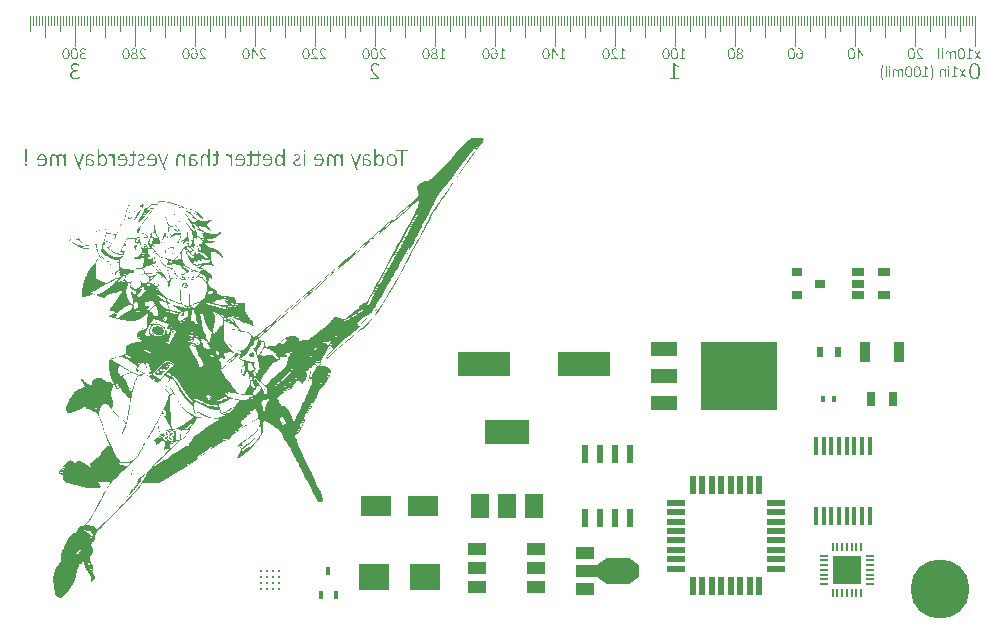
<source format=gbr>
%TF.GenerationSoftware,KiCad,Pcbnew,9.0.0*%
%TF.CreationDate,2025-03-10T01:27:30-04:00*%
%TF.ProjectId,cinna-chan-light,63696e6e-612d-4636-9861-6e2d6c696768,rev?*%
%TF.SameCoordinates,Original*%
%TF.FileFunction,Soldermask,Bot*%
%TF.FilePolarity,Negative*%
%FSLAX46Y46*%
G04 Gerber Fmt 4.6, Leading zero omitted, Abs format (unit mm)*
G04 Created by KiCad (PCBNEW 9.0.0) date 2025-03-10 01:27:30*
%MOMM*%
%LPD*%
G01*
G04 APERTURE LIST*
G04 Aperture macros list*
%AMOutline4P*
0 Free polygon, 4 corners , with rotation*
0 The origin of the aperture is its center*
0 number of corners: always 4*
0 $1 to $8 corner X, Y*
0 $9 Rotation angle, in degrees counterclockwise*
0 create outline with 4 corners*
4,1,4,$1,$2,$3,$4,$5,$6,$7,$8,$1,$2,$9*%
G04 Aperture macros list end*
%ADD10C,0.150000*%
%ADD11C,0.100000*%
%ADD12C,0.000000*%
%ADD13R,0.900000X1.700000*%
%ADD14R,0.700000X1.300000*%
%ADD15R,0.500000X0.900000*%
%ADD16R,0.400000X0.600000*%
%ADD17R,0.450000X1.500000*%
%ADD18R,2.500000X1.800000*%
%ADD19R,2.500000X2.300000*%
%ADD20R,1.500000X2.000000*%
%ADD21R,3.800000X2.000000*%
%ADD22R,0.900000X0.800000*%
%ADD23R,1.060000X0.650000*%
%ADD24R,4.500000X2.000000*%
%ADD25R,2.200000X1.200000*%
%ADD26R,6.400000X5.800000*%
%ADD27R,0.600000X1.550000*%
%ADD28R,1.600000X0.550000*%
%ADD29R,0.550000X1.600000*%
%ADD30R,1.600000X1.000000*%
%ADD31R,0.450000X0.700000*%
%ADD32R,0.800000X0.200000*%
%ADD33R,0.200000X0.800000*%
%ADD34R,1.200000X1.200000*%
%ADD35R,1.500000X1.000000*%
%ADD36R,1.800000X1.000000*%
%ADD37Outline4P,-0.400000X-0.500000X0.400000X-0.500000X1.100000X0.500000X-1.100000X0.500000X270.000000*%
%ADD38R,1.840000X2.200000*%
%ADD39Outline4P,-0.500000X-0.425000X0.500000X-0.425000X1.100000X0.425000X-1.100000X0.425000X90.000000*%
%ADD40C,0.250000*%
%ADD41C,5.000000*%
G04 APERTURE END LIST*
D10*
G36*
X123971031Y-71362788D02*
G01*
X123973137Y-71386327D01*
X123979274Y-71403179D01*
X123989441Y-71413346D01*
X124002813Y-71416918D01*
X124398303Y-71416918D01*
X124398303Y-72609525D01*
X124401417Y-72620791D01*
X124411675Y-72629034D01*
X124431093Y-72634072D01*
X124460860Y-72636178D01*
X124490535Y-72634072D01*
X124510044Y-72629034D01*
X124520302Y-72620791D01*
X124523325Y-72609525D01*
X124523325Y-71416918D01*
X124918815Y-71416918D01*
X124932737Y-71413346D01*
X124942446Y-71403179D01*
X124948582Y-71386327D01*
X124950597Y-71362788D01*
X124948582Y-71337783D01*
X124942446Y-71319832D01*
X124932737Y-71309115D01*
X124918815Y-71305543D01*
X124002813Y-71305543D01*
X123989441Y-71309115D01*
X123979274Y-71319832D01*
X123973137Y-71337783D01*
X123971031Y-71362788D01*
G37*
G36*
X123695621Y-71655493D02*
G01*
X123785376Y-71683448D01*
X123863750Y-71729159D01*
X123927250Y-71789419D01*
X123976471Y-71862842D01*
X124012338Y-71950711D01*
X124033203Y-72046597D01*
X124040457Y-72154409D01*
X124033352Y-72265649D01*
X124013346Y-72360214D01*
X123978637Y-72445728D01*
X123931372Y-72515370D01*
X123870267Y-72571616D01*
X123795084Y-72613647D01*
X123709261Y-72638887D01*
X123604941Y-72647902D01*
X123496843Y-72637849D01*
X123407196Y-72609525D01*
X123328776Y-72563285D01*
X123265322Y-72502547D01*
X123215965Y-72428694D01*
X123179775Y-72340797D01*
X123158430Y-72244805D01*
X123151659Y-72146349D01*
X123280159Y-72146349D01*
X123284930Y-72228226D01*
X123298661Y-72301596D01*
X123322548Y-72369277D01*
X123355539Y-72425244D01*
X123399187Y-72471476D01*
X123454366Y-72506943D01*
X123518554Y-72528735D01*
X123597797Y-72536527D01*
X123683270Y-72528050D01*
X123748464Y-72504928D01*
X123803071Y-72467366D01*
X123844818Y-72419107D01*
X123875129Y-72361414D01*
X123896018Y-72292895D01*
X123907483Y-72219717D01*
X123911405Y-72141220D01*
X123906673Y-72060226D01*
X123892995Y-71986981D01*
X123869078Y-71919218D01*
X123836117Y-71862875D01*
X123792351Y-71816213D01*
X123737199Y-71780718D01*
X123673004Y-71758858D01*
X123593767Y-71751042D01*
X123508340Y-71759682D01*
X123443100Y-71783282D01*
X123388535Y-71821311D01*
X123346838Y-71870111D01*
X123316421Y-71928058D01*
X123295547Y-71996232D01*
X123284076Y-72068805D01*
X123280159Y-72146349D01*
X123151659Y-72146349D01*
X123151016Y-72137007D01*
X123158244Y-72026683D01*
X123178676Y-71932209D01*
X123213645Y-71846663D01*
X123260650Y-71777146D01*
X123321350Y-71720979D01*
X123396480Y-71679326D01*
X123482197Y-71654431D01*
X123586531Y-71645529D01*
X123695621Y-71655493D01*
G37*
G36*
X122219810Y-71207999D02*
G01*
X122238769Y-71213128D01*
X122248478Y-71221371D01*
X122251042Y-71232637D01*
X122251042Y-71792991D01*
X122321167Y-71727507D01*
X122388337Y-71682898D01*
X122461042Y-71655010D01*
X122542027Y-71645529D01*
X122635328Y-71654892D01*
X122713211Y-71681433D01*
X122780945Y-71724827D01*
X122837225Y-71783832D01*
X122880503Y-71855735D01*
X122913062Y-71945032D01*
X122931927Y-72043014D01*
X122938616Y-72157432D01*
X122933398Y-72256148D01*
X122918191Y-72347392D01*
X122891099Y-72432543D01*
X122853070Y-72503554D01*
X122801996Y-72563106D01*
X122737757Y-72608976D01*
X122661987Y-72637625D01*
X122566665Y-72647902D01*
X122505728Y-72642780D01*
X122448657Y-72627642D01*
X122394565Y-72602381D01*
X122318601Y-72549601D01*
X122241791Y-72476901D01*
X122241791Y-72609617D01*
X122238219Y-72621890D01*
X122227961Y-72630133D01*
X122210559Y-72634621D01*
X122183448Y-72636178D01*
X122157802Y-72634621D01*
X122140950Y-72630042D01*
X122131699Y-72621799D01*
X122129134Y-72609525D01*
X122129134Y-71941460D01*
X122251042Y-71941460D01*
X122251042Y-72345835D01*
X122335581Y-72437975D01*
X122411968Y-72498609D01*
X122449142Y-72519126D01*
X122483683Y-72532222D01*
X122555399Y-72542389D01*
X122624695Y-72533387D01*
X122678406Y-72508226D01*
X122722402Y-72468741D01*
X122757266Y-72417367D01*
X122782250Y-72357845D01*
X122799306Y-72288224D01*
X122808481Y-72215023D01*
X122811579Y-72139022D01*
X122808001Y-72068019D01*
X122797291Y-71998155D01*
X122778254Y-71931475D01*
X122751129Y-71873591D01*
X122714487Y-71823533D01*
X122669155Y-71784748D01*
X122614947Y-71759802D01*
X122548163Y-71751042D01*
X122497708Y-71756326D01*
X122448341Y-71772334D01*
X122399145Y-71799952D01*
X122329741Y-71856650D01*
X122251042Y-71941460D01*
X122129134Y-71941460D01*
X122129134Y-71232545D01*
X122132248Y-71221280D01*
X122141957Y-71213128D01*
X122160459Y-71207999D01*
X122190592Y-71205892D01*
X122219810Y-71207999D01*
G37*
G36*
X121577848Y-71654688D02*
G01*
X121669530Y-71678502D01*
X121744818Y-71710376D01*
X121790431Y-71740326D01*
X121806367Y-71765880D01*
X121809390Y-71799952D01*
X121807833Y-71820926D01*
X121802704Y-71835123D01*
X121794003Y-71842817D01*
X121782737Y-71844832D01*
X121748390Y-71830360D01*
X121687482Y-71797937D01*
X121601387Y-71765514D01*
X121550407Y-71754829D01*
X121490745Y-71751042D01*
X121429887Y-71755207D01*
X121383125Y-71766430D01*
X121342637Y-71785938D01*
X121311409Y-71812500D01*
X121287924Y-71846269D01*
X121271476Y-71888704D01*
X121262389Y-71936119D01*
X121259111Y-71993575D01*
X121259111Y-72073443D01*
X121406664Y-72073443D01*
X121504516Y-72078401D01*
X121589022Y-72092402D01*
X121666787Y-72116690D01*
X121729431Y-72149097D01*
X121781501Y-72192050D01*
X121819557Y-72243711D01*
X121843061Y-72304021D01*
X121851339Y-72377067D01*
X121845779Y-72437228D01*
X121829815Y-72489449D01*
X121803601Y-72535961D01*
X121768357Y-72574812D01*
X121724745Y-72605548D01*
X121670538Y-72629034D01*
X121610396Y-72642969D01*
X121539837Y-72647902D01*
X121460713Y-72638712D01*
X121383675Y-72610808D01*
X121312299Y-72566654D01*
X121245830Y-72506027D01*
X121245830Y-72609525D01*
X121239236Y-72625462D01*
X121220276Y-72633614D01*
X121190509Y-72636178D01*
X121161292Y-72633614D01*
X121143889Y-72625462D01*
X121137203Y-72609525D01*
X121137203Y-72390348D01*
X121259111Y-72390348D01*
X121331080Y-72460567D01*
X121392834Y-72505203D01*
X121458327Y-72533107D01*
X121528572Y-72542389D01*
X121588297Y-72536525D01*
X121634988Y-72520367D01*
X121671545Y-72494945D01*
X121699344Y-72460412D01*
X121716306Y-72418769D01*
X121722287Y-72367908D01*
X121717644Y-72323865D01*
X121704335Y-72286300D01*
X121682049Y-72253574D01*
X121649564Y-72225118D01*
X121609452Y-72203294D01*
X121557331Y-72186375D01*
X121499596Y-72176646D01*
X121428188Y-72173094D01*
X121259111Y-72173094D01*
X121259111Y-72390348D01*
X121137203Y-72390348D01*
X121137203Y-71983226D01*
X121141781Y-71905827D01*
X121154605Y-71840527D01*
X121178144Y-71781859D01*
X121212491Y-71734556D01*
X121258169Y-71697266D01*
X121318553Y-71668610D01*
X121388254Y-71651788D01*
X121479479Y-71645529D01*
X121577848Y-71654688D01*
G37*
G36*
X120479488Y-72630317D02*
G01*
X120608539Y-72978729D01*
X120630063Y-72997780D01*
X120649006Y-73003186D01*
X120682362Y-73005474D01*
X120713136Y-73003367D01*
X120732096Y-72995673D01*
X120739698Y-72981293D01*
X120735668Y-72960228D01*
X120604509Y-72630317D01*
X120618889Y-72620058D01*
X120627041Y-72605770D01*
X120964096Y-71702316D01*
X120969225Y-71679235D01*
X120963638Y-71665496D01*
X120945137Y-71658810D01*
X120910790Y-71657253D01*
X120874978Y-71658810D01*
X120854004Y-71663481D01*
X120842738Y-71671633D01*
X120836052Y-71683814D01*
X120546074Y-72492197D01*
X120541953Y-72492197D01*
X120257105Y-71683814D01*
X120243274Y-71664947D01*
X120220193Y-71658810D01*
X120185389Y-71657253D01*
X120153057Y-71659360D01*
X120134098Y-71666504D01*
X120127961Y-71680242D01*
X120133090Y-71702316D01*
X120479488Y-72630317D01*
G37*
G36*
X118120285Y-72609525D02*
G01*
X118123399Y-72620883D01*
X118133108Y-72629034D01*
X118151609Y-72634072D01*
X118180735Y-72636178D01*
X118210960Y-72634072D01*
X118229919Y-72629034D01*
X118239628Y-72620791D01*
X118242193Y-72609525D01*
X118242193Y-72037722D01*
X118245281Y-71973658D01*
X118254008Y-71918196D01*
X118269524Y-71867057D01*
X118290919Y-71825781D01*
X118319538Y-71791494D01*
X118354483Y-71766246D01*
X118395319Y-71750682D01*
X118445067Y-71745180D01*
X118486591Y-71750339D01*
X118529792Y-71766487D01*
X118575767Y-71795464D01*
X118641090Y-71853568D01*
X118720756Y-71943292D01*
X118720756Y-72609525D01*
X118723870Y-72620791D01*
X118733579Y-72629034D01*
X118752080Y-72634072D01*
X118781206Y-72636178D01*
X118810424Y-72634072D01*
X118829383Y-72629034D01*
X118839092Y-72620791D01*
X118841656Y-72609525D01*
X118841656Y-72037722D01*
X118844863Y-71973676D01*
X118853929Y-71918196D01*
X118869870Y-71867043D01*
X118891390Y-71825781D01*
X118920009Y-71791494D01*
X118954954Y-71766246D01*
X118995790Y-71750682D01*
X119045538Y-71745180D01*
X119087062Y-71750339D01*
X119130263Y-71766487D01*
X119176238Y-71795464D01*
X119241362Y-71853615D01*
X119320128Y-71943292D01*
X119320128Y-72609525D01*
X119323242Y-72620791D01*
X119332951Y-72629034D01*
X119351452Y-72634072D01*
X119381677Y-72636178D01*
X119410895Y-72634072D01*
X119429854Y-72629034D01*
X119439563Y-72620883D01*
X119442127Y-72609617D01*
X119442127Y-71683814D01*
X119439563Y-71672640D01*
X119429854Y-71663939D01*
X119411902Y-71658810D01*
X119383692Y-71657253D01*
X119355024Y-71658810D01*
X119337530Y-71663939D01*
X119328829Y-71672640D01*
X119326265Y-71683814D01*
X119326265Y-71814790D01*
X119244583Y-71734679D01*
X119174590Y-71685555D01*
X119101806Y-71655162D01*
X119032257Y-71645529D01*
X118975672Y-71649170D01*
X118928210Y-71659360D01*
X118884788Y-71676278D01*
X118847793Y-71698377D01*
X118815532Y-71725944D01*
X118788442Y-71758370D01*
X118748416Y-71835214D01*
X118657741Y-71745547D01*
X118576866Y-71687112D01*
X118502494Y-71655330D01*
X118431786Y-71645529D01*
X118349067Y-71653714D01*
X118284782Y-71676212D01*
X118230358Y-71712569D01*
X118188429Y-71759102D01*
X118157567Y-71814797D01*
X118136222Y-71880918D01*
X118124353Y-71951796D01*
X118120285Y-72028288D01*
X118120285Y-72609525D01*
G37*
G36*
X117511036Y-71654366D02*
G01*
X117593636Y-71679876D01*
X117667336Y-71721852D01*
X117729466Y-71779161D01*
X117778574Y-71849955D01*
X117816019Y-71937338D01*
X117838330Y-72034182D01*
X117846244Y-72148273D01*
X117838503Y-72266881D01*
X117817027Y-72364336D01*
X117780264Y-72451346D01*
X117731481Y-72520499D01*
X117668939Y-72575443D01*
X117592171Y-72615662D01*
X117505306Y-72639452D01*
X117401570Y-72647902D01*
X117279113Y-72637827D01*
X117179278Y-72615296D01*
X117109577Y-72590108D01*
X117077795Y-72572523D01*
X117069644Y-72562539D01*
X117064973Y-72552006D01*
X117062408Y-72539916D01*
X117061401Y-72526269D01*
X117062958Y-72501173D01*
X117067629Y-72484595D01*
X117075780Y-72475070D01*
X117087046Y-72472047D01*
X117121393Y-72482946D01*
X117182850Y-72507218D01*
X117271510Y-72531490D01*
X117324454Y-72539513D01*
X117387190Y-72542389D01*
X117474153Y-72535162D01*
X117540971Y-72515553D01*
X117597983Y-72482573D01*
X117642363Y-72438616D01*
X117675347Y-72384459D01*
X117698233Y-72318357D01*
X117710672Y-72245832D01*
X117715086Y-72161370D01*
X117082833Y-72161370D01*
X117064793Y-72158158D01*
X117045006Y-72147632D01*
X117030961Y-72129556D01*
X117025497Y-72097165D01*
X117025497Y-72072710D01*
X117026228Y-72061719D01*
X117151526Y-72061719D01*
X117715086Y-72061719D01*
X117707865Y-72001792D01*
X117692555Y-71944483D01*
X117668615Y-71891135D01*
X117636684Y-71845473D01*
X117596476Y-71807198D01*
X117547566Y-71776963D01*
X117491877Y-71757802D01*
X117425109Y-71751042D01*
X117338629Y-71761043D01*
X117271523Y-71788772D01*
X117219212Y-71833291D01*
X117181722Y-71892013D01*
X117158550Y-71966643D01*
X117151526Y-72061719D01*
X117026228Y-72061719D01*
X117031097Y-71988508D01*
X117047570Y-71909586D01*
X117076237Y-71836284D01*
X117117180Y-71773482D01*
X117170786Y-71721301D01*
X117238629Y-71680242D01*
X117317241Y-71654770D01*
X117416957Y-71645529D01*
X117511036Y-71654366D01*
G37*
G36*
X116148879Y-72609617D02*
G01*
X116151993Y-72620883D01*
X116161702Y-72629034D01*
X116180203Y-72634072D01*
X116210428Y-72636178D01*
X116239646Y-72634072D01*
X116258605Y-72629034D01*
X116268314Y-72620883D01*
X116270878Y-72609617D01*
X116270878Y-71683814D01*
X116268314Y-71672640D01*
X116258605Y-71663939D01*
X116239646Y-71658810D01*
X116210428Y-71657253D01*
X116180203Y-71658810D01*
X116161702Y-71663939D01*
X116151993Y-71672640D01*
X116148879Y-71683814D01*
X116148879Y-72609617D01*
G37*
G36*
X116130469Y-71372405D02*
G01*
X116135687Y-71417577D01*
X116147871Y-71440274D01*
X116169835Y-71452755D01*
X116211435Y-71457951D01*
X116252042Y-71452887D01*
X116273443Y-71440732D01*
X116285205Y-71418570D01*
X116290295Y-71373504D01*
X116285074Y-71328346D01*
X116272893Y-71305726D01*
X116250918Y-71293177D01*
X116209329Y-71287958D01*
X116168737Y-71293026D01*
X116147413Y-71305177D01*
X116135584Y-71327349D01*
X116130469Y-71372405D01*
G37*
G36*
X115262644Y-72363237D02*
G01*
X115269010Y-72427357D01*
X115287282Y-72482580D01*
X115317053Y-72531253D01*
X115357440Y-72572156D01*
X115406692Y-72604209D01*
X115466617Y-72628485D01*
X115532149Y-72642868D01*
X115606934Y-72647902D01*
X115698159Y-72640025D01*
X115776012Y-72620241D01*
X115834905Y-72594596D01*
X115870259Y-72570508D01*
X115886654Y-72544679D01*
X115891783Y-72503738D01*
X115889768Y-72480290D01*
X115884639Y-72462888D01*
X115876395Y-72452172D01*
X115865130Y-72448600D01*
X115832340Y-72463346D01*
X115778576Y-72495494D01*
X115701731Y-72527643D01*
X115655107Y-72538493D01*
X115598691Y-72542389D01*
X115552800Y-72539722D01*
X115512687Y-72532131D01*
X115475696Y-72518959D01*
X115445001Y-72501173D01*
X115419599Y-72477682D01*
X115400488Y-72448142D01*
X115388717Y-72413867D01*
X115384551Y-72372488D01*
X115389912Y-72331972D01*
X115405068Y-72299764D01*
X115428455Y-72272334D01*
X115458923Y-72248107D01*
X115534669Y-72209181D01*
X115621772Y-72174376D01*
X115708875Y-72134992D01*
X115749313Y-72111020D01*
X115784713Y-72082785D01*
X115814616Y-72049187D01*
X115838477Y-72009054D01*
X115853550Y-71963214D01*
X115858993Y-71905556D01*
X115854435Y-71858089D01*
X115840583Y-71810943D01*
X115817316Y-71767071D01*
X115783705Y-71727503D01*
X115741004Y-71694871D01*
X115685336Y-71668061D01*
X115622090Y-71651524D01*
X115543370Y-71645529D01*
X115474219Y-71650933D01*
X115411754Y-71665038D01*
X115363027Y-71684089D01*
X115331795Y-71702224D01*
X115317415Y-71715597D01*
X115312286Y-71727320D01*
X115309721Y-71741975D01*
X115308714Y-71762766D01*
X115310271Y-71784565D01*
X115314942Y-71801326D01*
X115322544Y-71811950D01*
X115333260Y-71815522D01*
X115357898Y-71804531D01*
X115400946Y-71780351D01*
X115464510Y-71756263D01*
X115502934Y-71748115D01*
X115549507Y-71745180D01*
X115596005Y-71748218D01*
X115634045Y-71756629D01*
X115667938Y-71770824D01*
X115694038Y-71788961D01*
X115714703Y-71811686D01*
X115729392Y-71837962D01*
X115738119Y-71867047D01*
X115741115Y-71899420D01*
X115735748Y-71941864D01*
X115720691Y-71975257D01*
X115697172Y-72003590D01*
X115666377Y-72028472D01*
X115589532Y-72068405D01*
X115501879Y-72103210D01*
X115414318Y-72141587D01*
X115373292Y-72164929D01*
X115337474Y-72192236D01*
X115307037Y-72224752D01*
X115283160Y-72263403D01*
X115268079Y-72307642D01*
X115262644Y-72363237D01*
G37*
G36*
X114491355Y-71201587D02*
G01*
X114510315Y-71206717D01*
X114520023Y-71215418D01*
X114522588Y-71226683D01*
X114522588Y-72609525D01*
X114520023Y-72621799D01*
X114510864Y-72630042D01*
X114493370Y-72634621D01*
X114467267Y-72636178D01*
X114441621Y-72634621D01*
X114424219Y-72630133D01*
X114413961Y-72621890D01*
X114410847Y-72609617D01*
X114410847Y-72490182D01*
X114332445Y-72561898D01*
X114261278Y-72611082D01*
X114190021Y-72639201D01*
X114110611Y-72647902D01*
X114018203Y-72638600D01*
X113940069Y-72612090D01*
X113871778Y-72568624D01*
X113815047Y-72509691D01*
X113771359Y-72437666D01*
X113738751Y-72348399D01*
X113719836Y-72250287D01*
X113714244Y-72154409D01*
X113841150Y-72154409D01*
X113844740Y-72224536D01*
X113855530Y-72294269D01*
X113874497Y-72360947D01*
X113901600Y-72418833D01*
X113938216Y-72469002D01*
X113983574Y-72508226D01*
X114037737Y-72533517D01*
X114104475Y-72542389D01*
X114154245Y-72537086D01*
X114203304Y-72520961D01*
X114252577Y-72493021D01*
X114321940Y-72435898D01*
X114400588Y-72350964D01*
X114400588Y-71947597D01*
X114317149Y-71855456D01*
X114240762Y-71794823D01*
X114203449Y-71774329D01*
X114168497Y-71761209D01*
X114097330Y-71751042D01*
X114028041Y-71760066D01*
X113974324Y-71785297D01*
X113930301Y-71824631D01*
X113895464Y-71875606D01*
X113870456Y-71934676D01*
X113853423Y-72004292D01*
X113844260Y-72077539D01*
X113841150Y-72154409D01*
X113714244Y-72154409D01*
X113713106Y-72134900D01*
X113718354Y-72036337D01*
X113733622Y-71945582D01*
X113760628Y-71860843D01*
X113798652Y-71789968D01*
X113849828Y-71730381D01*
X113914515Y-71684456D01*
X113990678Y-71655793D01*
X114086065Y-71645529D01*
X114163459Y-71653773D01*
X114238747Y-71680883D01*
X114316599Y-71730984D01*
X114400588Y-71808287D01*
X114400588Y-71226775D01*
X114403703Y-71215509D01*
X114413411Y-71206717D01*
X114431913Y-71201587D01*
X114462138Y-71200030D01*
X114491355Y-71201587D01*
G37*
G36*
X113161560Y-71654366D02*
G01*
X113244160Y-71679876D01*
X113317859Y-71721852D01*
X113379989Y-71779161D01*
X113429097Y-71849955D01*
X113466543Y-71937338D01*
X113488854Y-72034182D01*
X113496768Y-72148273D01*
X113489026Y-72266881D01*
X113467550Y-72364336D01*
X113430787Y-72451346D01*
X113382004Y-72520499D01*
X113319462Y-72575443D01*
X113242694Y-72615662D01*
X113155829Y-72639452D01*
X113052093Y-72647902D01*
X112929636Y-72637827D01*
X112829802Y-72615296D01*
X112760101Y-72590108D01*
X112728319Y-72572523D01*
X112720167Y-72562539D01*
X112715496Y-72552006D01*
X112712931Y-72539916D01*
X112711924Y-72526269D01*
X112713481Y-72501173D01*
X112718152Y-72484595D01*
X112726304Y-72475070D01*
X112737569Y-72472047D01*
X112771916Y-72482946D01*
X112833374Y-72507218D01*
X112922034Y-72531490D01*
X112974977Y-72539513D01*
X113037713Y-72542389D01*
X113124676Y-72535162D01*
X113191495Y-72515553D01*
X113248507Y-72482573D01*
X113292886Y-72438616D01*
X113325870Y-72384459D01*
X113348757Y-72318357D01*
X113361195Y-72245832D01*
X113365609Y-72161370D01*
X112733356Y-72161370D01*
X112715317Y-72158158D01*
X112695529Y-72147632D01*
X112681485Y-72129556D01*
X112676020Y-72097165D01*
X112676020Y-72072710D01*
X112676751Y-72061719D01*
X112802050Y-72061719D01*
X113365609Y-72061719D01*
X113358388Y-72001792D01*
X113343078Y-71944483D01*
X113319138Y-71891135D01*
X113287207Y-71845473D01*
X113246999Y-71807198D01*
X113198089Y-71776963D01*
X113142400Y-71757802D01*
X113075632Y-71751042D01*
X112989152Y-71761043D01*
X112922047Y-71788772D01*
X112869735Y-71833291D01*
X112832245Y-71892013D01*
X112809073Y-71966643D01*
X112802050Y-72061719D01*
X112676751Y-72061719D01*
X112681620Y-71988508D01*
X112698094Y-71909586D01*
X112726760Y-71836284D01*
X112767703Y-71773482D01*
X112821310Y-71721301D01*
X112889153Y-71680242D01*
X112967765Y-71654770D01*
X113067480Y-71645529D01*
X113161560Y-71654366D01*
G37*
G36*
X111343370Y-72555853D02*
G01*
X111346484Y-72591024D01*
X111357750Y-72611724D01*
X111380281Y-72625737D01*
X111414079Y-72637552D01*
X111455111Y-72645337D01*
X111497060Y-72647902D01*
X111563685Y-72642931D01*
X111614938Y-72629492D01*
X111658975Y-72606117D01*
X111693340Y-72573805D01*
X111718899Y-72532676D01*
X111737395Y-72479191D01*
X111747510Y-72419299D01*
X111751225Y-72344278D01*
X111751225Y-71768628D01*
X112245084Y-71768628D01*
X112245084Y-72326967D01*
X112236459Y-72425033D01*
X112214859Y-72487251D01*
X112190212Y-72517072D01*
X112154817Y-72535565D01*
X112104767Y-72542389D01*
X112060162Y-72537260D01*
X112024808Y-72525994D01*
X111998704Y-72514729D01*
X111979745Y-72509599D01*
X111970494Y-72511614D01*
X111963900Y-72519308D01*
X111959778Y-72533688D01*
X111958221Y-72555853D01*
X111958771Y-72573988D01*
X111960786Y-72587910D01*
X111965457Y-72601923D01*
X111976173Y-72614838D01*
X111997697Y-72627202D01*
X112030486Y-72638102D01*
X112070970Y-72645337D01*
X112112918Y-72647902D01*
X112178651Y-72642951D01*
X112229789Y-72629492D01*
X112273930Y-72606143D01*
X112308740Y-72573805D01*
X112334655Y-72532639D01*
X112353253Y-72479191D01*
X112363369Y-72419299D01*
X112367084Y-72344278D01*
X112367084Y-71768628D01*
X112505386Y-71768628D01*
X112518126Y-71765437D01*
X112528009Y-71755622D01*
X112536161Y-71716421D01*
X112534146Y-71692882D01*
X112528009Y-71676212D01*
X112518300Y-71666229D01*
X112505386Y-71663115D01*
X112367084Y-71663115D01*
X112367084Y-71432214D01*
X112364519Y-71420856D01*
X112354810Y-71411972D01*
X112335851Y-71406751D01*
X112306633Y-71405194D01*
X112276408Y-71406751D01*
X112257907Y-71411972D01*
X112248198Y-71420856D01*
X112245084Y-71432214D01*
X112245084Y-71663115D01*
X111751225Y-71663115D01*
X111751225Y-71391089D01*
X111748661Y-71379732D01*
X111738952Y-71371397D01*
X111719993Y-71366268D01*
X111690775Y-71364162D01*
X111661100Y-71366268D01*
X111642140Y-71371397D01*
X111632432Y-71379732D01*
X111629318Y-71391089D01*
X111629318Y-71663115D01*
X111373137Y-71663115D01*
X111360773Y-71666229D01*
X111351613Y-71676212D01*
X111345477Y-71692882D01*
X111343370Y-71716421D01*
X111345728Y-71740621D01*
X111351613Y-71755622D01*
X111361273Y-71765498D01*
X111373137Y-71768628D01*
X111629318Y-71768628D01*
X111629318Y-72326967D01*
X111620693Y-72425033D01*
X111599092Y-72487251D01*
X111574474Y-72517125D01*
X111539347Y-72535593D01*
X111489916Y-72542389D01*
X111445403Y-72537260D01*
X111409957Y-72525994D01*
X111383304Y-72514729D01*
X111363887Y-72509599D01*
X111355185Y-72511614D01*
X111349049Y-72519308D01*
X111344927Y-72533688D01*
X111343370Y-72555853D01*
G37*
G36*
X110849068Y-71654366D02*
G01*
X110931668Y-71679876D01*
X111005368Y-71721852D01*
X111067498Y-71779161D01*
X111116606Y-71849955D01*
X111154051Y-71937338D01*
X111176363Y-72034182D01*
X111184277Y-72148273D01*
X111176535Y-72266881D01*
X111155059Y-72364336D01*
X111118296Y-72451346D01*
X111069513Y-72520499D01*
X111006971Y-72575443D01*
X110930203Y-72615662D01*
X110843338Y-72639452D01*
X110739602Y-72647902D01*
X110617145Y-72637827D01*
X110517310Y-72615296D01*
X110447610Y-72590108D01*
X110415827Y-72572523D01*
X110407676Y-72562539D01*
X110403005Y-72552006D01*
X110400440Y-72539916D01*
X110399433Y-72526269D01*
X110400990Y-72501173D01*
X110405661Y-72484595D01*
X110413812Y-72475070D01*
X110425078Y-72472047D01*
X110459425Y-72482946D01*
X110520882Y-72507218D01*
X110609543Y-72531490D01*
X110662486Y-72539513D01*
X110725222Y-72542389D01*
X110812185Y-72535162D01*
X110879004Y-72515553D01*
X110936015Y-72482573D01*
X110980395Y-72438616D01*
X111013379Y-72384459D01*
X111036265Y-72318357D01*
X111048704Y-72245832D01*
X111053118Y-72161370D01*
X110420865Y-72161370D01*
X110402825Y-72158158D01*
X110383038Y-72147632D01*
X110368993Y-72129556D01*
X110363529Y-72097165D01*
X110363529Y-72072710D01*
X110364260Y-72061719D01*
X110489558Y-72061719D01*
X111053118Y-72061719D01*
X111045897Y-72001792D01*
X111030587Y-71944483D01*
X111006647Y-71891135D01*
X110974716Y-71845473D01*
X110934508Y-71807198D01*
X110885598Y-71776963D01*
X110829909Y-71757802D01*
X110763141Y-71751042D01*
X110676661Y-71761043D01*
X110609555Y-71788772D01*
X110557244Y-71833291D01*
X110519754Y-71892013D01*
X110496582Y-71966643D01*
X110489558Y-72061719D01*
X110364260Y-72061719D01*
X110369129Y-71988508D01*
X110385602Y-71909586D01*
X110414269Y-71836284D01*
X110455212Y-71773482D01*
X110508818Y-71721301D01*
X110576661Y-71680242D01*
X110655273Y-71654770D01*
X110754989Y-71645529D01*
X110849068Y-71654366D01*
G37*
G36*
X109567877Y-71728786D02*
G01*
X109568885Y-71754523D01*
X109572457Y-71771833D01*
X109578685Y-71782092D01*
X109588394Y-71785664D01*
X109609918Y-71781084D01*
X109638586Y-71771284D01*
X109674489Y-71761575D01*
X109717446Y-71756904D01*
X109744676Y-71759842D01*
X109771759Y-71768811D01*
X109827630Y-71807096D01*
X109889087Y-71876980D01*
X109960254Y-71983592D01*
X109960254Y-72609617D01*
X109963368Y-72620883D01*
X109973076Y-72629034D01*
X109991578Y-72634072D01*
X110021803Y-72636178D01*
X110051020Y-72634072D01*
X110069980Y-72629034D01*
X110079688Y-72620883D01*
X110082253Y-72609617D01*
X110082253Y-71683814D01*
X110079688Y-71672640D01*
X110069980Y-71663939D01*
X110052028Y-71658810D01*
X110023818Y-71657253D01*
X109995150Y-71658810D01*
X109977656Y-71663939D01*
X109968955Y-71672640D01*
X109966390Y-71683814D01*
X109966390Y-71830085D01*
X109892659Y-71735747D01*
X109828088Y-71679876D01*
X109768187Y-71652765D01*
X109708195Y-71645529D01*
X109677512Y-71647086D01*
X109640143Y-71652582D01*
X109604239Y-71662107D01*
X109582257Y-71672182D01*
X109574014Y-71680151D01*
X109570442Y-71689218D01*
X109568427Y-71704239D01*
X109567877Y-71728786D01*
G37*
G36*
X108438193Y-72555853D02*
G01*
X108441765Y-72591024D01*
X108453031Y-72612273D01*
X108475654Y-72626744D01*
X108510001Y-72638102D01*
X108550942Y-72645337D01*
X108592890Y-72647902D01*
X108658623Y-72642951D01*
X108709761Y-72629492D01*
X108753902Y-72606143D01*
X108788712Y-72573805D01*
X108814627Y-72532639D01*
X108833225Y-72479191D01*
X108843341Y-72419299D01*
X108847056Y-72344278D01*
X108847056Y-71768628D01*
X108985358Y-71768628D01*
X108998098Y-71765437D01*
X109007981Y-71755622D01*
X109016133Y-71716421D01*
X109014118Y-71692882D01*
X109007981Y-71676212D01*
X108998273Y-71666229D01*
X108985358Y-71663115D01*
X108847056Y-71663115D01*
X108847056Y-71437526D01*
X108844491Y-71426352D01*
X108834782Y-71417651D01*
X108815823Y-71412613D01*
X108786606Y-71411056D01*
X108756381Y-71412613D01*
X108737879Y-71417651D01*
X108728170Y-71426352D01*
X108725056Y-71437526D01*
X108725056Y-71663115D01*
X108468968Y-71663115D01*
X108456145Y-71666229D01*
X108446436Y-71676212D01*
X108440300Y-71692882D01*
X108438193Y-71716421D01*
X108440672Y-71740580D01*
X108446894Y-71755622D01*
X108456999Y-71765513D01*
X108468968Y-71768628D01*
X108725056Y-71768628D01*
X108725056Y-72326967D01*
X108716431Y-72425033D01*
X108694831Y-72487251D01*
X108670184Y-72517072D01*
X108634789Y-72535565D01*
X108584739Y-72542389D01*
X108540134Y-72537260D01*
X108504780Y-72525994D01*
X108478676Y-72514729D01*
X108459717Y-72509599D01*
X108450466Y-72511614D01*
X108443872Y-72519308D01*
X108439750Y-72533688D01*
X108438193Y-72555853D01*
G37*
G36*
X107444064Y-72609525D02*
G01*
X107447178Y-72620883D01*
X107456886Y-72629034D01*
X107475388Y-72634072D01*
X107504514Y-72636178D01*
X107534739Y-72634072D01*
X107553149Y-72629034D01*
X107562949Y-72620791D01*
X107565971Y-72609525D01*
X107565971Y-72058239D01*
X107569713Y-71976104D01*
X107579344Y-71918196D01*
X107596399Y-71867126D01*
X107619277Y-71825781D01*
X107649664Y-71791642D01*
X107687421Y-71766246D01*
X107731322Y-71750678D01*
X107784233Y-71745180D01*
X107829907Y-71750426D01*
X107876707Y-71766682D01*
X107925650Y-71795464D01*
X107994570Y-71854029D01*
X108074210Y-71943292D01*
X108074210Y-72609525D01*
X108077324Y-72620791D01*
X108087033Y-72629034D01*
X108105534Y-72634072D01*
X108135759Y-72636178D01*
X108164977Y-72634072D01*
X108183936Y-72629034D01*
X108193645Y-72620791D01*
X108196210Y-72609525D01*
X108196210Y-71226683D01*
X108193645Y-71215418D01*
X108183936Y-71206717D01*
X108164977Y-71201587D01*
X108135759Y-71200030D01*
X108105534Y-71201587D01*
X108087033Y-71206717D01*
X108077324Y-71215509D01*
X108074210Y-71226775D01*
X108074210Y-71808287D01*
X107995614Y-71733290D01*
X107922535Y-71685005D01*
X107845584Y-71655104D01*
X107770952Y-71645529D01*
X107684257Y-71653742D01*
X107617262Y-71676212D01*
X107560300Y-71712647D01*
X107516329Y-71759102D01*
X107483603Y-71814918D01*
X107461008Y-71880918D01*
X107448661Y-71954182D01*
X107444064Y-72048713D01*
X107444064Y-72609525D01*
G37*
G36*
X106896899Y-71654688D02*
G01*
X106988581Y-71678502D01*
X107063869Y-71710376D01*
X107109482Y-71740326D01*
X107125418Y-71765880D01*
X107128441Y-71799952D01*
X107126884Y-71820926D01*
X107121755Y-71835123D01*
X107113054Y-71842817D01*
X107101788Y-71844832D01*
X107067441Y-71830360D01*
X107006533Y-71797937D01*
X106920438Y-71765514D01*
X106869458Y-71754829D01*
X106809796Y-71751042D01*
X106748938Y-71755207D01*
X106702176Y-71766430D01*
X106661688Y-71785938D01*
X106630460Y-71812500D01*
X106606975Y-71846269D01*
X106590527Y-71888704D01*
X106581440Y-71936119D01*
X106578162Y-71993575D01*
X106578162Y-72073443D01*
X106725715Y-72073443D01*
X106823567Y-72078401D01*
X106908073Y-72092402D01*
X106985838Y-72116690D01*
X107048482Y-72149097D01*
X107100552Y-72192050D01*
X107138607Y-72243711D01*
X107162112Y-72304021D01*
X107170390Y-72377067D01*
X107164830Y-72437228D01*
X107148866Y-72489449D01*
X107122652Y-72535961D01*
X107087408Y-72574812D01*
X107043796Y-72605548D01*
X106989589Y-72629034D01*
X106929447Y-72642969D01*
X106858888Y-72647902D01*
X106779764Y-72638712D01*
X106702726Y-72610808D01*
X106631350Y-72566654D01*
X106564881Y-72506027D01*
X106564881Y-72609525D01*
X106558286Y-72625462D01*
X106539327Y-72633614D01*
X106509560Y-72636178D01*
X106480342Y-72633614D01*
X106462940Y-72625462D01*
X106456254Y-72609525D01*
X106456254Y-72390348D01*
X106578162Y-72390348D01*
X106650131Y-72460567D01*
X106711885Y-72505203D01*
X106777378Y-72533107D01*
X106847623Y-72542389D01*
X106907348Y-72536525D01*
X106954039Y-72520367D01*
X106990596Y-72494945D01*
X107018395Y-72460412D01*
X107035357Y-72418769D01*
X107041338Y-72367908D01*
X107036695Y-72323865D01*
X107023386Y-72286300D01*
X107001100Y-72253574D01*
X106968614Y-72225118D01*
X106928503Y-72203294D01*
X106876382Y-72186375D01*
X106818647Y-72176646D01*
X106747239Y-72173094D01*
X106578162Y-72173094D01*
X106578162Y-72390348D01*
X106456254Y-72390348D01*
X106456254Y-71983226D01*
X106460832Y-71905827D01*
X106473656Y-71840527D01*
X106497195Y-71781859D01*
X106531542Y-71734556D01*
X106577220Y-71697266D01*
X106637604Y-71668610D01*
X106707305Y-71651788D01*
X106798530Y-71645529D01*
X106896899Y-71654688D01*
G37*
G36*
X105366046Y-72609525D02*
G01*
X105369160Y-72620883D01*
X105378868Y-72629034D01*
X105397370Y-72634072D01*
X105426496Y-72636178D01*
X105456721Y-72634072D01*
X105475131Y-72629034D01*
X105484931Y-72620791D01*
X105487953Y-72609525D01*
X105487953Y-72058239D01*
X105491695Y-71976104D01*
X105501326Y-71918196D01*
X105518380Y-71867126D01*
X105541259Y-71825781D01*
X105571646Y-71791642D01*
X105609403Y-71766246D01*
X105653304Y-71750678D01*
X105706215Y-71745180D01*
X105751889Y-71750426D01*
X105798689Y-71766682D01*
X105847631Y-71795464D01*
X105916551Y-71854029D01*
X105996192Y-71943292D01*
X105996192Y-72609525D01*
X105999306Y-72620791D01*
X106009015Y-72629034D01*
X106027516Y-72634072D01*
X106057741Y-72636178D01*
X106086959Y-72634072D01*
X106105918Y-72629034D01*
X106115627Y-72620883D01*
X106118191Y-72609617D01*
X106118191Y-71683814D01*
X106115627Y-71672640D01*
X106105918Y-71663939D01*
X106087966Y-71658810D01*
X106059756Y-71657253D01*
X106031088Y-71658810D01*
X106013594Y-71663939D01*
X106004893Y-71672640D01*
X106002329Y-71683814D01*
X106002329Y-71814790D01*
X105919821Y-71735155D01*
X105845525Y-71685555D01*
X105767681Y-71655204D01*
X105692934Y-71645529D01*
X105606239Y-71653742D01*
X105539244Y-71676212D01*
X105482282Y-71712647D01*
X105438311Y-71759102D01*
X105405584Y-71814918D01*
X105382990Y-71880918D01*
X105370643Y-71954182D01*
X105366046Y-72048713D01*
X105366046Y-72609525D01*
G37*
G36*
X104193863Y-72630317D02*
G01*
X104322915Y-72978729D01*
X104344439Y-72997780D01*
X104363381Y-73003186D01*
X104396737Y-73005474D01*
X104427512Y-73003367D01*
X104446471Y-72995673D01*
X104454073Y-72981293D01*
X104450043Y-72960228D01*
X104318885Y-72630317D01*
X104333265Y-72620058D01*
X104341416Y-72605770D01*
X104678471Y-71702316D01*
X104683601Y-71679235D01*
X104678013Y-71665496D01*
X104659512Y-71658810D01*
X104625165Y-71657253D01*
X104589353Y-71658810D01*
X104568379Y-71663481D01*
X104557113Y-71671633D01*
X104550427Y-71683814D01*
X104260450Y-72492197D01*
X104256328Y-72492197D01*
X103971480Y-71683814D01*
X103957650Y-71664947D01*
X103934569Y-71658810D01*
X103899764Y-71657253D01*
X103867433Y-71659360D01*
X103848473Y-71666504D01*
X103842337Y-71680242D01*
X103847466Y-71702316D01*
X104193863Y-72630317D01*
G37*
G36*
X103384030Y-71654366D02*
G01*
X103466630Y-71679876D01*
X103540329Y-71721852D01*
X103602460Y-71779161D01*
X103651568Y-71849955D01*
X103689013Y-71937338D01*
X103711324Y-72034182D01*
X103719238Y-72148273D01*
X103711496Y-72266881D01*
X103690021Y-72364336D01*
X103653258Y-72451346D01*
X103604475Y-72520499D01*
X103541932Y-72575443D01*
X103465165Y-72615662D01*
X103378299Y-72639452D01*
X103274564Y-72647902D01*
X103152106Y-72637827D01*
X103052272Y-72615296D01*
X102982571Y-72590108D01*
X102950789Y-72572523D01*
X102942637Y-72562539D01*
X102937966Y-72552006D01*
X102935402Y-72539916D01*
X102934394Y-72526269D01*
X102935951Y-72501173D01*
X102940622Y-72484595D01*
X102948774Y-72475070D01*
X102960040Y-72472047D01*
X102994386Y-72482946D01*
X103055844Y-72507218D01*
X103144504Y-72531490D01*
X103197447Y-72539513D01*
X103260184Y-72542389D01*
X103347147Y-72535162D01*
X103413965Y-72515553D01*
X103470977Y-72482573D01*
X103515356Y-72438616D01*
X103548340Y-72384459D01*
X103571227Y-72318357D01*
X103583666Y-72245832D01*
X103588080Y-72161370D01*
X102955827Y-72161370D01*
X102937787Y-72158158D01*
X102918000Y-72147632D01*
X102903955Y-72129556D01*
X102898491Y-72097165D01*
X102898491Y-72072710D01*
X102899222Y-72061719D01*
X103024520Y-72061719D01*
X103588080Y-72061719D01*
X103580858Y-72001792D01*
X103565548Y-71944483D01*
X103541609Y-71891135D01*
X103509678Y-71845473D01*
X103469469Y-71807198D01*
X103420560Y-71776963D01*
X103364870Y-71757802D01*
X103298102Y-71751042D01*
X103211623Y-71761043D01*
X103144517Y-71788772D01*
X103092206Y-71833291D01*
X103054715Y-71892013D01*
X103031544Y-71966643D01*
X103024520Y-72061719D01*
X102899222Y-72061719D01*
X102904091Y-71988508D01*
X102920564Y-71909586D01*
X102949230Y-71836284D01*
X102990173Y-71773482D01*
X103043780Y-71721301D01*
X103111623Y-71680242D01*
X103190235Y-71654770D01*
X103289951Y-71645529D01*
X103384030Y-71654366D01*
G37*
G36*
X102072064Y-72363237D02*
G01*
X102078430Y-72427357D01*
X102096702Y-72482580D01*
X102126473Y-72531253D01*
X102166861Y-72572156D01*
X102216113Y-72604209D01*
X102276038Y-72628485D01*
X102341570Y-72642868D01*
X102416355Y-72647902D01*
X102507580Y-72640025D01*
X102585432Y-72620241D01*
X102644325Y-72594596D01*
X102679680Y-72570508D01*
X102696074Y-72544679D01*
X102701203Y-72503738D01*
X102699188Y-72480290D01*
X102694059Y-72462888D01*
X102685816Y-72452172D01*
X102674550Y-72448600D01*
X102641761Y-72463346D01*
X102587997Y-72495494D01*
X102511152Y-72527643D01*
X102464528Y-72538493D01*
X102408112Y-72542389D01*
X102362221Y-72539722D01*
X102322108Y-72532131D01*
X102285117Y-72518959D01*
X102254422Y-72501173D01*
X102229020Y-72477682D01*
X102209909Y-72448142D01*
X102198138Y-72413867D01*
X102193972Y-72372488D01*
X102199333Y-72331972D01*
X102214489Y-72299764D01*
X102237876Y-72272334D01*
X102268344Y-72248107D01*
X102344090Y-72209181D01*
X102431193Y-72174376D01*
X102518296Y-72134992D01*
X102558734Y-72111020D01*
X102594133Y-72082785D01*
X102624037Y-72049187D01*
X102647897Y-72009054D01*
X102662970Y-71963214D01*
X102668414Y-71905556D01*
X102663856Y-71858089D01*
X102650004Y-71810943D01*
X102626737Y-71767071D01*
X102593126Y-71727503D01*
X102550425Y-71694871D01*
X102494757Y-71668061D01*
X102431511Y-71651524D01*
X102352791Y-71645529D01*
X102283640Y-71650933D01*
X102221175Y-71665038D01*
X102172448Y-71684089D01*
X102141216Y-71702224D01*
X102126836Y-71715597D01*
X102121707Y-71727320D01*
X102119142Y-71741975D01*
X102118135Y-71762766D01*
X102119692Y-71784565D01*
X102124363Y-71801326D01*
X102131965Y-71811950D01*
X102142681Y-71815522D01*
X102167319Y-71804531D01*
X102210367Y-71780351D01*
X102273931Y-71756263D01*
X102312355Y-71748115D01*
X102358928Y-71745180D01*
X102405426Y-71748218D01*
X102443466Y-71756629D01*
X102477359Y-71770824D01*
X102503458Y-71788961D01*
X102524123Y-71811686D01*
X102538812Y-71837962D01*
X102547540Y-71867047D01*
X102550536Y-71899420D01*
X102545169Y-71941864D01*
X102530111Y-71975257D01*
X102506593Y-72003590D01*
X102475798Y-72028472D01*
X102398953Y-72068405D01*
X102311300Y-72103210D01*
X102223739Y-72141587D01*
X102182713Y-72164929D01*
X102146894Y-72192236D01*
X102116458Y-72224752D01*
X102092581Y-72263403D01*
X102077500Y-72307642D01*
X102072064Y-72363237D01*
G37*
G36*
X101384948Y-72555853D02*
G01*
X101388520Y-72591024D01*
X101399786Y-72612273D01*
X101422409Y-72626744D01*
X101456756Y-72638102D01*
X101497697Y-72645337D01*
X101539646Y-72647902D01*
X101605378Y-72642951D01*
X101656516Y-72629492D01*
X101700657Y-72606143D01*
X101735467Y-72573805D01*
X101761382Y-72532639D01*
X101779980Y-72479191D01*
X101790096Y-72419299D01*
X101793811Y-72344278D01*
X101793811Y-71768628D01*
X101932113Y-71768628D01*
X101944853Y-71765437D01*
X101954736Y-71755622D01*
X101962888Y-71716421D01*
X101960873Y-71692882D01*
X101954736Y-71676212D01*
X101945028Y-71666229D01*
X101932113Y-71663115D01*
X101793811Y-71663115D01*
X101793811Y-71437526D01*
X101791246Y-71426352D01*
X101781538Y-71417651D01*
X101762578Y-71412613D01*
X101733361Y-71411056D01*
X101703136Y-71412613D01*
X101684634Y-71417651D01*
X101674926Y-71426352D01*
X101671811Y-71437526D01*
X101671811Y-71663115D01*
X101415723Y-71663115D01*
X101402900Y-71666229D01*
X101393191Y-71676212D01*
X101387055Y-71692882D01*
X101384948Y-71716421D01*
X101387427Y-71740580D01*
X101393649Y-71755622D01*
X101403754Y-71765513D01*
X101415723Y-71768628D01*
X101671811Y-71768628D01*
X101671811Y-72326967D01*
X101663186Y-72425033D01*
X101641586Y-72487251D01*
X101616939Y-72517072D01*
X101581544Y-72535565D01*
X101531494Y-72542389D01*
X101486889Y-72537260D01*
X101451535Y-72525994D01*
X101425431Y-72514729D01*
X101406472Y-72509599D01*
X101397221Y-72511614D01*
X101390627Y-72519308D01*
X101386505Y-72533688D01*
X101384948Y-72555853D01*
G37*
G36*
X100892753Y-71654366D02*
G01*
X100975353Y-71679876D01*
X101049052Y-71721852D01*
X101111183Y-71779161D01*
X101160291Y-71849955D01*
X101197736Y-71937338D01*
X101220047Y-72034182D01*
X101227961Y-72148273D01*
X101220219Y-72266881D01*
X101198744Y-72364336D01*
X101161981Y-72451346D01*
X101113198Y-72520499D01*
X101050655Y-72575443D01*
X100973887Y-72615662D01*
X100887022Y-72639452D01*
X100783286Y-72647902D01*
X100660829Y-72637827D01*
X100560995Y-72615296D01*
X100491294Y-72590108D01*
X100459512Y-72572523D01*
X100451360Y-72562539D01*
X100446689Y-72552006D01*
X100444125Y-72539916D01*
X100443117Y-72526269D01*
X100444674Y-72501173D01*
X100449345Y-72484595D01*
X100457497Y-72475070D01*
X100468763Y-72472047D01*
X100503109Y-72482946D01*
X100564567Y-72507218D01*
X100653227Y-72531490D01*
X100706170Y-72539513D01*
X100768907Y-72542389D01*
X100855870Y-72535162D01*
X100922688Y-72515553D01*
X100979700Y-72482573D01*
X101024079Y-72438616D01*
X101057063Y-72384459D01*
X101079950Y-72318357D01*
X101092389Y-72245832D01*
X101096803Y-72161370D01*
X100464550Y-72161370D01*
X100446510Y-72158158D01*
X100426722Y-72147632D01*
X100412678Y-72129556D01*
X100407214Y-72097165D01*
X100407214Y-72072710D01*
X100407945Y-72061719D01*
X100533243Y-72061719D01*
X101096803Y-72061719D01*
X101089581Y-72001792D01*
X101074271Y-71944483D01*
X101050332Y-71891135D01*
X101018401Y-71845473D01*
X100978192Y-71807198D01*
X100929283Y-71776963D01*
X100873593Y-71757802D01*
X100806825Y-71751042D01*
X100720346Y-71761043D01*
X100653240Y-71788772D01*
X100600929Y-71833291D01*
X100563438Y-71892013D01*
X100540267Y-71966643D01*
X100533243Y-72061719D01*
X100407945Y-72061719D01*
X100412814Y-71988508D01*
X100429287Y-71909586D01*
X100457953Y-71836284D01*
X100498896Y-71773482D01*
X100552503Y-71721301D01*
X100620346Y-71680242D01*
X100698958Y-71654770D01*
X100798674Y-71645529D01*
X100892753Y-71654366D01*
G37*
G36*
X99611562Y-71728786D02*
G01*
X99612569Y-71754523D01*
X99616142Y-71771833D01*
X99622370Y-71782092D01*
X99632078Y-71785664D01*
X99653602Y-71781084D01*
X99682270Y-71771284D01*
X99718174Y-71761575D01*
X99761130Y-71756904D01*
X99788360Y-71759842D01*
X99815444Y-71768811D01*
X99871314Y-71807096D01*
X99932772Y-71876980D01*
X100003938Y-71983592D01*
X100003938Y-72609617D01*
X100007052Y-72620883D01*
X100016761Y-72629034D01*
X100035262Y-72634072D01*
X100065487Y-72636178D01*
X100094705Y-72634072D01*
X100113664Y-72629034D01*
X100123373Y-72620883D01*
X100125937Y-72609617D01*
X100125937Y-71683814D01*
X100123373Y-71672640D01*
X100113664Y-71663939D01*
X100095712Y-71658810D01*
X100067502Y-71657253D01*
X100038834Y-71658810D01*
X100021340Y-71663939D01*
X100012639Y-71672640D01*
X100010075Y-71683814D01*
X100010075Y-71830085D01*
X99936344Y-71735747D01*
X99871772Y-71679876D01*
X99811872Y-71652765D01*
X99751879Y-71645529D01*
X99721196Y-71647086D01*
X99683827Y-71652582D01*
X99647924Y-71662107D01*
X99625942Y-71672182D01*
X99617699Y-71680151D01*
X99614127Y-71689218D01*
X99612112Y-71704239D01*
X99611562Y-71728786D01*
G37*
G36*
X98775427Y-71207999D02*
G01*
X98794386Y-71213128D01*
X98804095Y-71221371D01*
X98806660Y-71232637D01*
X98806660Y-71792991D01*
X98876785Y-71727507D01*
X98943955Y-71682898D01*
X99016660Y-71655010D01*
X99097644Y-71645529D01*
X99190945Y-71654892D01*
X99268828Y-71681433D01*
X99336562Y-71724827D01*
X99392842Y-71783832D01*
X99436120Y-71855735D01*
X99468680Y-71945032D01*
X99487544Y-72043014D01*
X99494234Y-72157432D01*
X99489016Y-72256148D01*
X99473809Y-72347392D01*
X99446717Y-72432543D01*
X99408688Y-72503554D01*
X99357614Y-72563106D01*
X99293375Y-72608976D01*
X99217605Y-72637625D01*
X99122282Y-72647902D01*
X99061346Y-72642780D01*
X99004275Y-72627642D01*
X98950183Y-72602381D01*
X98874219Y-72549601D01*
X98797409Y-72476901D01*
X98797409Y-72609617D01*
X98793837Y-72621890D01*
X98783579Y-72630133D01*
X98766176Y-72634621D01*
X98739065Y-72636178D01*
X98713420Y-72634621D01*
X98696567Y-72630042D01*
X98687316Y-72621799D01*
X98684752Y-72609525D01*
X98684752Y-71941460D01*
X98806660Y-71941460D01*
X98806660Y-72345835D01*
X98891198Y-72437975D01*
X98967585Y-72498609D01*
X99004760Y-72519126D01*
X99039301Y-72532222D01*
X99111017Y-72542389D01*
X99180313Y-72533387D01*
X99234024Y-72508226D01*
X99278020Y-72468741D01*
X99312883Y-72417367D01*
X99337868Y-72357845D01*
X99354924Y-72288224D01*
X99364098Y-72215023D01*
X99367197Y-72139022D01*
X99363618Y-72068019D01*
X99352909Y-71998155D01*
X99333871Y-71931475D01*
X99306747Y-71873591D01*
X99270105Y-71823533D01*
X99224773Y-71784748D01*
X99170565Y-71759802D01*
X99103781Y-71751042D01*
X99053326Y-71756326D01*
X99003958Y-71772334D01*
X98954762Y-71799952D01*
X98885359Y-71856650D01*
X98806660Y-71941460D01*
X98684752Y-71941460D01*
X98684752Y-71232545D01*
X98687866Y-71221280D01*
X98697575Y-71213128D01*
X98716076Y-71207999D01*
X98746210Y-71205892D01*
X98775427Y-71207999D01*
G37*
G36*
X98133465Y-71654688D02*
G01*
X98225148Y-71678502D01*
X98300436Y-71710376D01*
X98346048Y-71740326D01*
X98361985Y-71765880D01*
X98365008Y-71799952D01*
X98363450Y-71820926D01*
X98358321Y-71835123D01*
X98349620Y-71842817D01*
X98338355Y-71844832D01*
X98304008Y-71830360D01*
X98243100Y-71797937D01*
X98157004Y-71765514D01*
X98106025Y-71754829D01*
X98046362Y-71751042D01*
X97985504Y-71755207D01*
X97938743Y-71766430D01*
X97898255Y-71785938D01*
X97867027Y-71812500D01*
X97843542Y-71846269D01*
X97827093Y-71888704D01*
X97818007Y-71936119D01*
X97814728Y-71993575D01*
X97814728Y-72073443D01*
X97962282Y-72073443D01*
X98060133Y-72078401D01*
X98144639Y-72092402D01*
X98222404Y-72116690D01*
X98285049Y-72149097D01*
X98337118Y-72192050D01*
X98375174Y-72243711D01*
X98398679Y-72304021D01*
X98406956Y-72377067D01*
X98401397Y-72437228D01*
X98385432Y-72489449D01*
X98359219Y-72535961D01*
X98323975Y-72574812D01*
X98280363Y-72605548D01*
X98226155Y-72629034D01*
X98166014Y-72642969D01*
X98095455Y-72647902D01*
X98016331Y-72638712D01*
X97939292Y-72610808D01*
X97867917Y-72566654D01*
X97801448Y-72506027D01*
X97801448Y-72609525D01*
X97794853Y-72625462D01*
X97775894Y-72633614D01*
X97746127Y-72636178D01*
X97716909Y-72633614D01*
X97699507Y-72625462D01*
X97692821Y-72609525D01*
X97692821Y-72390348D01*
X97814728Y-72390348D01*
X97886698Y-72460567D01*
X97948451Y-72505203D01*
X98013944Y-72533107D01*
X98084189Y-72542389D01*
X98143914Y-72536525D01*
X98190605Y-72520367D01*
X98227163Y-72494945D01*
X98254961Y-72460412D01*
X98271924Y-72418769D01*
X98277904Y-72367908D01*
X98273261Y-72323865D01*
X98259953Y-72286300D01*
X98237667Y-72253574D01*
X98205181Y-72225118D01*
X98165069Y-72203294D01*
X98112949Y-72186375D01*
X98055214Y-72176646D01*
X97983806Y-72173094D01*
X97814728Y-72173094D01*
X97814728Y-72390348D01*
X97692821Y-72390348D01*
X97692821Y-71983226D01*
X97697398Y-71905827D01*
X97710223Y-71840527D01*
X97733762Y-71781859D01*
X97768109Y-71734556D01*
X97813787Y-71697266D01*
X97874171Y-71668610D01*
X97943872Y-71651788D01*
X98035096Y-71645529D01*
X98133465Y-71654688D01*
G37*
G36*
X97035105Y-72630317D02*
G01*
X97164157Y-72978729D01*
X97185681Y-72997780D01*
X97204623Y-73003186D01*
X97237979Y-73005474D01*
X97268754Y-73003367D01*
X97287713Y-72995673D01*
X97295315Y-72981293D01*
X97291285Y-72960228D01*
X97160127Y-72630317D01*
X97174507Y-72620058D01*
X97182658Y-72605770D01*
X97519714Y-71702316D01*
X97524843Y-71679235D01*
X97519256Y-71665496D01*
X97500754Y-71658810D01*
X97466408Y-71657253D01*
X97430595Y-71658810D01*
X97409621Y-71663481D01*
X97398355Y-71671633D01*
X97391669Y-71683814D01*
X97101692Y-72492197D01*
X97097570Y-72492197D01*
X96812722Y-71683814D01*
X96798892Y-71664947D01*
X96775811Y-71658810D01*
X96741006Y-71657253D01*
X96708675Y-71659360D01*
X96689715Y-71666504D01*
X96683579Y-71680242D01*
X96688708Y-71702316D01*
X97035105Y-72630317D01*
G37*
G36*
X94675903Y-72609525D02*
G01*
X94679017Y-72620883D01*
X94688725Y-72629034D01*
X94707227Y-72634072D01*
X94736353Y-72636178D01*
X94766578Y-72634072D01*
X94785537Y-72629034D01*
X94795246Y-72620791D01*
X94797810Y-72609525D01*
X94797810Y-72037722D01*
X94800899Y-71973658D01*
X94809625Y-71918196D01*
X94825142Y-71867057D01*
X94846537Y-71825781D01*
X94875156Y-71791494D01*
X94910101Y-71766246D01*
X94950936Y-71750682D01*
X95000684Y-71745180D01*
X95042208Y-71750339D01*
X95085409Y-71766487D01*
X95131385Y-71795464D01*
X95196708Y-71853568D01*
X95276374Y-71943292D01*
X95276374Y-72609525D01*
X95279488Y-72620791D01*
X95289196Y-72629034D01*
X95307698Y-72634072D01*
X95336824Y-72636178D01*
X95366041Y-72634072D01*
X95385001Y-72629034D01*
X95394709Y-72620791D01*
X95397274Y-72609525D01*
X95397274Y-72037722D01*
X95400480Y-71973676D01*
X95409547Y-71918196D01*
X95425487Y-71867043D01*
X95447008Y-71825781D01*
X95475627Y-71791494D01*
X95510572Y-71766246D01*
X95551407Y-71750682D01*
X95601155Y-71745180D01*
X95642679Y-71750339D01*
X95685880Y-71766487D01*
X95731856Y-71795464D01*
X95796979Y-71853615D01*
X95875745Y-71943292D01*
X95875745Y-72609525D01*
X95878860Y-72620791D01*
X95888568Y-72629034D01*
X95907070Y-72634072D01*
X95937295Y-72636178D01*
X95966512Y-72634072D01*
X95985472Y-72629034D01*
X95995180Y-72620883D01*
X95997745Y-72609617D01*
X95997745Y-71683814D01*
X95995180Y-71672640D01*
X95985472Y-71663939D01*
X95967520Y-71658810D01*
X95939310Y-71657253D01*
X95910642Y-71658810D01*
X95893148Y-71663939D01*
X95884447Y-71672640D01*
X95881882Y-71683814D01*
X95881882Y-71814790D01*
X95800200Y-71734679D01*
X95730207Y-71685555D01*
X95657424Y-71655162D01*
X95587875Y-71645529D01*
X95531290Y-71649170D01*
X95483827Y-71659360D01*
X95440405Y-71676278D01*
X95403410Y-71698377D01*
X95371150Y-71725944D01*
X95344059Y-71758370D01*
X95304034Y-71835214D01*
X95213359Y-71745547D01*
X95132484Y-71687112D01*
X95058112Y-71655330D01*
X94987404Y-71645529D01*
X94904685Y-71653714D01*
X94840400Y-71676212D01*
X94785976Y-71712569D01*
X94744046Y-71759102D01*
X94713185Y-71814797D01*
X94691839Y-71880918D01*
X94679970Y-71951796D01*
X94675903Y-72028288D01*
X94675903Y-72609525D01*
G37*
G36*
X94066654Y-71654366D02*
G01*
X94149254Y-71679876D01*
X94222953Y-71721852D01*
X94285083Y-71779161D01*
X94334191Y-71849955D01*
X94371637Y-71937338D01*
X94393948Y-72034182D01*
X94401862Y-72148273D01*
X94394120Y-72266881D01*
X94372644Y-72364336D01*
X94335882Y-72451346D01*
X94287098Y-72520499D01*
X94224556Y-72575443D01*
X94147788Y-72615662D01*
X94060923Y-72639452D01*
X93957187Y-72647902D01*
X93834730Y-72637827D01*
X93734896Y-72615296D01*
X93665195Y-72590108D01*
X93633413Y-72572523D01*
X93625261Y-72562539D01*
X93620590Y-72552006D01*
X93618026Y-72539916D01*
X93617018Y-72526269D01*
X93618575Y-72501173D01*
X93623246Y-72484595D01*
X93631398Y-72475070D01*
X93642664Y-72472047D01*
X93677010Y-72482946D01*
X93738468Y-72507218D01*
X93827128Y-72531490D01*
X93880071Y-72539513D01*
X93942808Y-72542389D01*
X94029770Y-72535162D01*
X94096589Y-72515553D01*
X94153601Y-72482573D01*
X94197980Y-72438616D01*
X94230964Y-72384459D01*
X94253851Y-72318357D01*
X94266290Y-72245832D01*
X94270704Y-72161370D01*
X93638450Y-72161370D01*
X93620411Y-72158158D01*
X93600623Y-72147632D01*
X93586579Y-72129556D01*
X93581114Y-72097165D01*
X93581114Y-72072710D01*
X93581845Y-72061719D01*
X93707144Y-72061719D01*
X94270704Y-72061719D01*
X94263482Y-72001792D01*
X94248172Y-71944483D01*
X94224233Y-71891135D01*
X94192302Y-71845473D01*
X94152093Y-71807198D01*
X94103184Y-71776963D01*
X94047494Y-71757802D01*
X93980726Y-71751042D01*
X93894247Y-71761043D01*
X93827141Y-71788772D01*
X93774830Y-71833291D01*
X93737339Y-71892013D01*
X93714168Y-71966643D01*
X93707144Y-72061719D01*
X93581845Y-72061719D01*
X93586715Y-71988508D01*
X93603188Y-71909586D01*
X93631854Y-71836284D01*
X93672797Y-71773482D01*
X93726404Y-71721301D01*
X93794247Y-71680242D01*
X93872859Y-71654770D01*
X93972575Y-71645529D01*
X94066654Y-71654366D01*
G37*
G36*
X92562072Y-72275493D02*
G01*
X92564637Y-72286758D01*
X92573887Y-72295460D01*
X92591381Y-72300589D01*
X92617393Y-72302054D01*
X92643588Y-72300589D01*
X92660991Y-72295460D01*
X92670241Y-72286758D01*
X92672806Y-72275493D01*
X92686087Y-71274311D01*
X92683522Y-71253336D01*
X92673264Y-71239048D01*
X92652289Y-71231446D01*
X92617393Y-71229340D01*
X92583688Y-71231904D01*
X92562622Y-71240147D01*
X92551906Y-71253886D01*
X92548792Y-71274311D01*
X92562072Y-72275493D01*
G37*
G36*
X92530290Y-72536527D02*
G01*
X92533862Y-72584796D01*
X92547692Y-72615479D01*
X92574895Y-72631507D01*
X92617393Y-72636178D01*
X92660991Y-72631507D01*
X92687644Y-72615479D01*
X92700924Y-72584796D01*
X92704496Y-72536527D01*
X92700924Y-72487801D01*
X92687644Y-72457118D01*
X92660991Y-72441547D01*
X92617393Y-72436876D01*
X92574895Y-72441547D01*
X92547692Y-72457118D01*
X92533862Y-72487801D01*
X92530290Y-72536527D01*
G37*
G36*
X153120394Y-62693742D02*
G01*
X153172856Y-62706557D01*
X153219213Y-62727660D01*
X153254799Y-62753818D01*
X153282891Y-62786096D01*
X153302610Y-62822695D01*
X153314356Y-62862673D01*
X153318302Y-62904943D01*
X153315355Y-62940392D01*
X153306701Y-62973087D01*
X153292414Y-63003774D01*
X153272202Y-63033049D01*
X153247086Y-63059802D01*
X153215476Y-63085805D01*
X153179863Y-63109276D01*
X153137257Y-63132394D01*
X153227139Y-63181732D01*
X153264659Y-63208880D01*
X153294794Y-63237175D01*
X153319424Y-63268744D01*
X153337475Y-63302815D01*
X153348633Y-63339921D01*
X153352496Y-63382072D01*
X153347272Y-63431653D01*
X153332346Y-63473602D01*
X153308040Y-63510131D01*
X153274949Y-63540646D01*
X153234798Y-63564094D01*
X153185129Y-63581801D01*
X153130743Y-63592085D01*
X153067587Y-63595723D01*
X153000032Y-63591702D01*
X152943267Y-63580458D01*
X152891842Y-63561108D01*
X152850699Y-63535578D01*
X152817188Y-63502531D01*
X152792631Y-63462794D01*
X152777716Y-63417394D01*
X152773591Y-63375172D01*
X152859920Y-63375172D01*
X152865793Y-63418919D01*
X152882631Y-63454883D01*
X152910844Y-63484959D01*
X152947014Y-63506166D01*
X152995553Y-63520169D01*
X153060077Y-63525381D01*
X153126966Y-63520124D01*
X153176789Y-63506078D01*
X153213461Y-63484959D01*
X153241890Y-63454745D01*
X153259024Y-63417746D01*
X153265057Y-63371814D01*
X153261979Y-63339584D01*
X153253090Y-63311302D01*
X153238458Y-63285255D01*
X153217247Y-63259645D01*
X153191007Y-63236328D01*
X153156430Y-63212445D01*
X153070335Y-63165856D01*
X152978133Y-63213788D01*
X152940762Y-63237664D01*
X152912188Y-63260683D01*
X152888851Y-63286230D01*
X152872926Y-63312707D01*
X152863267Y-63341786D01*
X152859920Y-63375172D01*
X152773591Y-63375172D01*
X152772481Y-63363815D01*
X152776082Y-63325605D01*
X152786525Y-63291702D01*
X152803564Y-63260408D01*
X152827863Y-63230153D01*
X152857676Y-63202772D01*
X152895823Y-63175748D01*
X152989063Y-63125067D01*
X152947080Y-63101237D01*
X152911516Y-63076768D01*
X152879904Y-63049688D01*
X152854485Y-63021569D01*
X152833890Y-62990926D01*
X152819009Y-62958860D01*
X152809789Y-62924828D01*
X152807488Y-62898043D01*
X152892709Y-62898043D01*
X152897308Y-62935422D01*
X152911143Y-62970716D01*
X152935085Y-63004839D01*
X152965456Y-63034414D01*
X153005198Y-63063361D01*
X153055986Y-63091606D01*
X153134937Y-63047337D01*
X153165956Y-63024723D01*
X153189586Y-63002763D01*
X153208629Y-62978744D01*
X153221704Y-62954341D01*
X153229582Y-62928150D01*
X153232268Y-62899448D01*
X153227159Y-62857958D01*
X153212694Y-62824381D01*
X153188915Y-62796866D01*
X153157823Y-62777070D01*
X153116762Y-62764189D01*
X153062824Y-62759436D01*
X153023770Y-62761969D01*
X152990773Y-62769083D01*
X152960930Y-62781092D01*
X152937100Y-62796866D01*
X152917876Y-62816937D01*
X152904005Y-62840769D01*
X152895615Y-62867527D01*
X152892709Y-62898043D01*
X152807488Y-62898043D01*
X152806675Y-62888579D01*
X152810440Y-62849632D01*
X152821696Y-62812497D01*
X152840523Y-62778579D01*
X152867491Y-62748750D01*
X152901336Y-62724665D01*
X152945038Y-62705214D01*
X152994219Y-62693388D01*
X153055314Y-62689094D01*
X153120394Y-62693742D01*
G37*
G36*
X152400309Y-62693188D02*
G01*
X152448430Y-62704713D01*
X152489159Y-62722921D01*
X152525868Y-62748300D01*
X152557499Y-62779523D01*
X152584414Y-62817138D01*
X152614883Y-62881621D01*
X152636376Y-62961180D01*
X152647991Y-63046834D01*
X152652069Y-63143752D01*
X152647974Y-63251103D01*
X152636743Y-63338719D01*
X152615783Y-63418500D01*
X152586856Y-63480379D01*
X152561135Y-63515878D01*
X152531188Y-63544434D01*
X152496669Y-63566719D01*
X152458493Y-63582329D01*
X152413708Y-63592216D01*
X152361054Y-63595723D01*
X152304026Y-63591635D01*
X152255927Y-63580129D01*
X152215241Y-63561957D01*
X152178467Y-63536553D01*
X152146712Y-63505328D01*
X152119620Y-63467740D01*
X152088866Y-63403224D01*
X152067352Y-63324003D01*
X152055703Y-63238542D01*
X152051914Y-63148576D01*
X152139037Y-63148576D01*
X152142456Y-63243647D01*
X152154790Y-63331880D01*
X152165495Y-63372487D01*
X152179337Y-63409122D01*
X152197319Y-63442633D01*
X152218965Y-63470671D01*
X152245179Y-63493695D01*
X152276362Y-63511032D01*
X152311665Y-63521597D01*
X152354886Y-63525381D01*
X152408644Y-63519341D01*
X152451240Y-63502483D01*
X152486620Y-63474147D01*
X152516148Y-63432080D01*
X152537218Y-63380587D01*
X152553028Y-63310997D01*
X152561491Y-63234064D01*
X152564630Y-63136241D01*
X152562554Y-63064425D01*
X152556448Y-62996046D01*
X152544049Y-62930823D01*
X152524696Y-62875695D01*
X152496151Y-62827797D01*
X152459117Y-62791248D01*
X152429526Y-62774123D01*
X152393502Y-62763306D01*
X152349452Y-62759436D01*
X152313050Y-62762032D01*
X152281858Y-62769389D01*
X152253368Y-62782040D01*
X152228185Y-62800163D01*
X152206659Y-62823298D01*
X152187885Y-62852797D01*
X152172990Y-62886397D01*
X152160225Y-62927719D01*
X152150980Y-62972351D01*
X152144166Y-63025844D01*
X152139037Y-63148576D01*
X152051914Y-63148576D01*
X152051598Y-63141065D01*
X152055710Y-63033723D01*
X152066985Y-62946159D01*
X152087989Y-62866364D01*
X152117177Y-62804498D01*
X152143119Y-62768949D01*
X152173192Y-62740373D01*
X152207730Y-62718098D01*
X152245868Y-62702490D01*
X152290630Y-62692602D01*
X152343285Y-62689094D01*
X152400309Y-62693188D01*
G37*
G36*
X158121825Y-62694229D02*
G01*
X158179033Y-62708572D01*
X158230659Y-62731970D01*
X158273983Y-62761939D01*
X158310865Y-62798835D01*
X158341272Y-62842295D01*
X158365506Y-62890301D01*
X158384686Y-62942435D01*
X158398584Y-62997071D01*
X158407889Y-63055275D01*
X158414728Y-63173183D01*
X158408927Y-63295243D01*
X158401161Y-63350295D01*
X158390181Y-63398802D01*
X158374968Y-63444168D01*
X158356659Y-63482578D01*
X158333484Y-63516495D01*
X158305795Y-63544127D01*
X158273246Y-63565974D01*
X158235087Y-63582412D01*
X158193013Y-63592224D01*
X158142824Y-63595723D01*
X158090918Y-63592574D01*
X158046562Y-63583694D01*
X158008613Y-63569711D01*
X157957294Y-63539356D01*
X157917388Y-63502300D01*
X157886677Y-63458091D01*
X157865487Y-63408145D01*
X157853134Y-63355005D01*
X157849642Y-63309532D01*
X157936500Y-63309532D01*
X157939277Y-63346721D01*
X157947796Y-63385064D01*
X157962227Y-63421617D01*
X157982967Y-63454673D01*
X158009888Y-63482942D01*
X158043784Y-63505720D01*
X158083039Y-63520228D01*
X158131223Y-63525381D01*
X158177675Y-63520787D01*
X158216280Y-63507796D01*
X158249230Y-63485085D01*
X158277402Y-63449910D01*
X158298153Y-63405602D01*
X158314649Y-63343665D01*
X158323820Y-63273979D01*
X158327289Y-63181243D01*
X158283936Y-63155414D01*
X158232645Y-63134348D01*
X158176652Y-63120243D01*
X158118889Y-63115053D01*
X158069394Y-63118891D01*
X158031816Y-63129219D01*
X157999675Y-63146508D01*
X157975457Y-63168848D01*
X157957551Y-63196546D01*
X157945415Y-63230214D01*
X157938822Y-63267142D01*
X157936500Y-63309532D01*
X157849642Y-63309532D01*
X157849061Y-63301960D01*
X157852285Y-63250894D01*
X157861701Y-63203713D01*
X157878823Y-63160186D01*
X157904443Y-63122930D01*
X157938660Y-63092542D01*
X157984372Y-63068464D01*
X158037696Y-63054015D01*
X158108630Y-63048619D01*
X158174942Y-63054115D01*
X158234354Y-63068098D01*
X158285951Y-63087576D01*
X158328632Y-63109436D01*
X158323079Y-63040825D01*
X158310863Y-62976506D01*
X158290717Y-62916134D01*
X158263053Y-62864887D01*
X158226513Y-62821452D01*
X158181415Y-62788012D01*
X158147316Y-62772507D01*
X158108149Y-62762831D01*
X158062896Y-62759436D01*
X158000064Y-62764198D01*
X157954635Y-62775128D01*
X157923250Y-62786058D01*
X157903039Y-62790821D01*
X157894185Y-62788439D01*
X157889056Y-62781967D01*
X157887041Y-62771709D01*
X157886675Y-62758031D01*
X157887346Y-62746002D01*
X157889422Y-62736721D01*
X157892842Y-62728783D01*
X157899681Y-62721151D01*
X157919159Y-62711198D01*
X157955368Y-62700146D01*
X158002140Y-62692208D01*
X158052699Y-62689094D01*
X158121825Y-62694229D01*
G37*
G36*
X157480309Y-62693188D02*
G01*
X157528430Y-62704713D01*
X157569159Y-62722921D01*
X157605868Y-62748300D01*
X157637499Y-62779523D01*
X157664414Y-62817138D01*
X157694883Y-62881621D01*
X157716376Y-62961180D01*
X157727991Y-63046834D01*
X157732069Y-63143752D01*
X157727974Y-63251103D01*
X157716743Y-63338719D01*
X157695783Y-63418500D01*
X157666856Y-63480379D01*
X157641135Y-63515878D01*
X157611188Y-63544434D01*
X157576669Y-63566719D01*
X157538493Y-63582329D01*
X157493708Y-63592216D01*
X157441054Y-63595723D01*
X157384026Y-63591635D01*
X157335927Y-63580129D01*
X157295241Y-63561957D01*
X157258467Y-63536553D01*
X157226712Y-63505328D01*
X157199620Y-63467740D01*
X157168866Y-63403224D01*
X157147352Y-63324003D01*
X157135703Y-63238542D01*
X157131914Y-63148576D01*
X157219037Y-63148576D01*
X157222456Y-63243647D01*
X157234790Y-63331880D01*
X157245495Y-63372487D01*
X157259337Y-63409122D01*
X157277319Y-63442633D01*
X157298965Y-63470671D01*
X157325179Y-63493695D01*
X157356362Y-63511032D01*
X157391665Y-63521597D01*
X157434886Y-63525381D01*
X157488644Y-63519341D01*
X157531240Y-63502483D01*
X157566620Y-63474147D01*
X157596148Y-63432080D01*
X157617218Y-63380587D01*
X157633028Y-63310997D01*
X157641491Y-63234064D01*
X157644630Y-63136241D01*
X157642554Y-63064425D01*
X157636448Y-62996046D01*
X157624049Y-62930823D01*
X157604696Y-62875695D01*
X157576151Y-62827797D01*
X157539117Y-62791248D01*
X157509526Y-62774123D01*
X157473502Y-62763306D01*
X157429452Y-62759436D01*
X157393050Y-62762032D01*
X157361858Y-62769389D01*
X157333368Y-62782040D01*
X157308185Y-62800163D01*
X157286659Y-62823298D01*
X157267885Y-62852797D01*
X157252990Y-62886397D01*
X157240225Y-62927719D01*
X157230980Y-62972351D01*
X157224166Y-63025844D01*
X157219037Y-63148576D01*
X157131914Y-63148576D01*
X157131598Y-63141065D01*
X157135710Y-63033723D01*
X157146985Y-62946159D01*
X157167989Y-62866364D01*
X157197177Y-62804498D01*
X157223119Y-62768949D01*
X157253192Y-62740373D01*
X157287730Y-62718098D01*
X157325868Y-62702490D01*
X157370630Y-62692602D01*
X157423285Y-62689094D01*
X157480309Y-62693188D01*
G37*
G36*
X163141553Y-62697948D02*
G01*
X163160359Y-62701367D01*
X163173304Y-62707473D01*
X163181853Y-62716021D01*
X163524098Y-63280955D01*
X163531303Y-63293534D01*
X163536066Y-63305379D01*
X163538447Y-63318202D01*
X163539119Y-63333834D01*
X163537409Y-63350748D01*
X163531975Y-63361616D01*
X163523426Y-63367356D01*
X163512496Y-63369066D01*
X163132638Y-63369066D01*
X163132638Y-63570078D01*
X163130928Y-63577649D01*
X163124456Y-63583145D01*
X163111816Y-63586503D01*
X163092338Y-63587907D01*
X163072249Y-63586503D01*
X163059609Y-63583145D01*
X163052770Y-63577649D01*
X163050694Y-63570078D01*
X163050694Y-63369066D01*
X162938648Y-63369066D01*
X162927766Y-63366593D01*
X162919902Y-63359296D01*
X162915120Y-63348481D01*
X162913369Y-63333895D01*
X162915292Y-63317717D01*
X162920207Y-63307517D01*
X162928187Y-63300946D01*
X162938648Y-63298724D01*
X163050694Y-63298724D01*
X163132638Y-63298724D01*
X163451680Y-63298724D01*
X163133981Y-62771831D01*
X163132638Y-62771831D01*
X163132638Y-63298724D01*
X163050694Y-63298724D01*
X163050694Y-62717365D01*
X163055152Y-62708511D01*
X163067791Y-62702039D01*
X163088308Y-62698314D01*
X163116273Y-62696909D01*
X163141553Y-62697948D01*
G37*
G36*
X162560309Y-62693188D02*
G01*
X162608430Y-62704713D01*
X162649159Y-62722921D01*
X162685868Y-62748300D01*
X162717499Y-62779523D01*
X162744414Y-62817138D01*
X162774883Y-62881621D01*
X162796376Y-62961180D01*
X162807991Y-63046834D01*
X162812069Y-63143752D01*
X162807974Y-63251103D01*
X162796743Y-63338719D01*
X162775783Y-63418500D01*
X162746856Y-63480379D01*
X162721135Y-63515878D01*
X162691188Y-63544434D01*
X162656669Y-63566719D01*
X162618493Y-63582329D01*
X162573708Y-63592216D01*
X162521054Y-63595723D01*
X162464026Y-63591635D01*
X162415927Y-63580129D01*
X162375241Y-63561957D01*
X162338467Y-63536553D01*
X162306712Y-63505328D01*
X162279620Y-63467740D01*
X162248866Y-63403224D01*
X162227352Y-63324003D01*
X162215703Y-63238542D01*
X162211914Y-63148576D01*
X162299037Y-63148576D01*
X162302456Y-63243647D01*
X162314790Y-63331880D01*
X162325495Y-63372487D01*
X162339337Y-63409122D01*
X162357319Y-63442633D01*
X162378965Y-63470671D01*
X162405179Y-63493695D01*
X162436362Y-63511032D01*
X162471665Y-63521597D01*
X162514886Y-63525381D01*
X162568644Y-63519341D01*
X162611240Y-63502483D01*
X162646620Y-63474147D01*
X162676148Y-63432080D01*
X162697218Y-63380587D01*
X162713028Y-63310997D01*
X162721491Y-63234064D01*
X162724630Y-63136241D01*
X162722554Y-63064425D01*
X162716448Y-62996046D01*
X162704049Y-62930823D01*
X162684696Y-62875695D01*
X162656151Y-62827797D01*
X162619117Y-62791248D01*
X162589526Y-62774123D01*
X162553502Y-62763306D01*
X162509452Y-62759436D01*
X162473050Y-62762032D01*
X162441858Y-62769389D01*
X162413368Y-62782040D01*
X162388185Y-62800163D01*
X162366659Y-62823298D01*
X162347885Y-62852797D01*
X162332990Y-62886397D01*
X162320225Y-62927719D01*
X162310980Y-62972351D01*
X162304166Y-63025844D01*
X162299037Y-63148576D01*
X162211914Y-63148576D01*
X162211598Y-63141065D01*
X162215710Y-63033723D01*
X162226985Y-62946159D01*
X162247989Y-62866364D01*
X162277177Y-62804498D01*
X162303119Y-62768949D01*
X162333192Y-62740373D01*
X162367730Y-62718098D01*
X162405868Y-62702490D01*
X162450630Y-62692602D01*
X162503285Y-62689094D01*
X162560309Y-62693188D01*
G37*
G36*
X168036416Y-63545837D02*
G01*
X168038126Y-63561163D01*
X168042950Y-63573436D01*
X168050766Y-63581313D01*
X168061696Y-63584000D01*
X168539190Y-63584000D01*
X168550853Y-63581984D01*
X168560378Y-63575512D01*
X168566546Y-63563544D01*
X168568561Y-63545837D01*
X168567889Y-63530205D01*
X168565202Y-63517932D01*
X168559707Y-63507002D01*
X168550792Y-63495400D01*
X168369808Y-63305135D01*
X168306636Y-63234804D01*
X168262219Y-63177824D01*
X168225644Y-63122299D01*
X168201097Y-63076585D01*
X168183073Y-63031918D01*
X168173437Y-62994458D01*
X168166903Y-62924605D01*
X168169582Y-62892858D01*
X168177528Y-62862872D01*
X168190653Y-62835244D01*
X168208608Y-62811581D01*
X168231241Y-62792073D01*
X168259471Y-62776533D01*
X168291394Y-62766789D01*
X168329447Y-62763344D01*
X168371112Y-62766498D01*
X168406689Y-62775434D01*
X168466467Y-62802422D01*
X168509148Y-62829411D01*
X168525506Y-62839184D01*
X168534367Y-62841501D01*
X168541877Y-62839425D01*
X168547678Y-62832831D01*
X168551097Y-62821351D01*
X168552135Y-62805292D01*
X168551464Y-62791431D01*
X168549449Y-62781295D01*
X168545663Y-62772625D01*
X168535405Y-62761451D01*
X168508782Y-62742705D01*
X168461277Y-62718708D01*
X168397774Y-62697825D01*
X168362427Y-62691300D01*
X168325356Y-62689094D01*
X168265665Y-62693971D01*
X168217095Y-62707534D01*
X168174259Y-62729589D01*
X168140281Y-62757360D01*
X168113446Y-62791230D01*
X168094485Y-62830083D01*
X168083256Y-62872262D01*
X168079464Y-62917094D01*
X168086669Y-63001541D01*
X168097419Y-63043984D01*
X168117383Y-63093193D01*
X168144848Y-63143169D01*
X168185710Y-63202981D01*
X168235089Y-63264564D01*
X168304900Y-63341833D01*
X168466101Y-63509750D01*
X168061696Y-63509750D01*
X168051437Y-63512131D01*
X168043255Y-63519275D01*
X168038126Y-63530877D01*
X168036416Y-63545837D01*
G37*
G36*
X167640309Y-62693188D02*
G01*
X167688430Y-62704713D01*
X167729159Y-62722921D01*
X167765868Y-62748300D01*
X167797499Y-62779523D01*
X167824414Y-62817138D01*
X167854883Y-62881621D01*
X167876376Y-62961180D01*
X167887991Y-63046834D01*
X167892069Y-63143752D01*
X167887974Y-63251103D01*
X167876743Y-63338719D01*
X167855783Y-63418500D01*
X167826856Y-63480379D01*
X167801135Y-63515878D01*
X167771188Y-63544434D01*
X167736669Y-63566719D01*
X167698493Y-63582329D01*
X167653708Y-63592216D01*
X167601054Y-63595723D01*
X167544026Y-63591635D01*
X167495927Y-63580129D01*
X167455241Y-63561957D01*
X167418467Y-63536553D01*
X167386712Y-63505328D01*
X167359620Y-63467740D01*
X167328866Y-63403224D01*
X167307352Y-63324003D01*
X167295703Y-63238542D01*
X167291914Y-63148576D01*
X167379037Y-63148576D01*
X167382456Y-63243647D01*
X167394790Y-63331880D01*
X167405495Y-63372487D01*
X167419337Y-63409122D01*
X167437319Y-63442633D01*
X167458965Y-63470671D01*
X167485179Y-63493695D01*
X167516362Y-63511032D01*
X167551665Y-63521597D01*
X167594886Y-63525381D01*
X167648644Y-63519341D01*
X167691240Y-63502483D01*
X167726620Y-63474147D01*
X167756148Y-63432080D01*
X167777218Y-63380587D01*
X167793028Y-63310997D01*
X167801491Y-63234064D01*
X167804630Y-63136241D01*
X167802554Y-63064425D01*
X167796448Y-62996046D01*
X167784049Y-62930823D01*
X167764696Y-62875695D01*
X167736151Y-62827797D01*
X167699117Y-62791248D01*
X167669526Y-62774123D01*
X167633502Y-62763306D01*
X167589452Y-62759436D01*
X167553050Y-62762032D01*
X167521858Y-62769389D01*
X167493368Y-62782040D01*
X167468185Y-62800163D01*
X167446659Y-62823298D01*
X167427885Y-62852797D01*
X167412990Y-62886397D01*
X167400225Y-62927719D01*
X167390980Y-62972351D01*
X167384166Y-63025844D01*
X167379037Y-63148576D01*
X167291914Y-63148576D01*
X167291598Y-63141065D01*
X167295710Y-63033723D01*
X167306985Y-62946159D01*
X167327989Y-62866364D01*
X167357177Y-62804498D01*
X167383119Y-62768949D01*
X167413192Y-62740373D01*
X167447730Y-62718098D01*
X167485868Y-62702490D01*
X167530630Y-62692602D01*
X167583285Y-62689094D01*
X167640309Y-62693188D01*
G37*
G36*
X127642906Y-63549500D02*
G01*
X127644982Y-63565742D01*
X127650416Y-63576428D01*
X127657927Y-63582290D01*
X127666109Y-63584000D01*
X128114234Y-63584000D01*
X128122110Y-63582290D01*
X128129255Y-63576428D01*
X128134750Y-63565742D01*
X128136765Y-63549500D01*
X128135055Y-63534357D01*
X128130293Y-63523000D01*
X128123087Y-63516100D01*
X128114234Y-63513658D01*
X127918168Y-63513658D01*
X127918168Y-62786791D01*
X128105380Y-62900120D01*
X128123148Y-62907996D01*
X128134078Y-62905615D01*
X128139574Y-62894380D01*
X128140917Y-62875695D01*
X128140245Y-62860430D01*
X128137498Y-62849195D01*
X128132369Y-62841074D01*
X128124492Y-62834235D01*
X127912733Y-62699779D01*
X127907299Y-62697093D01*
X127899117Y-62694711D01*
X127888859Y-62693368D01*
X127875853Y-62693002D01*
X127856008Y-62694406D01*
X127843063Y-62697825D01*
X127836224Y-62703260D01*
X127834148Y-62710770D01*
X127834148Y-63513658D01*
X127666109Y-63513658D01*
X127656950Y-63516100D01*
X127649439Y-63523000D01*
X127644616Y-63534357D01*
X127642906Y-63549500D01*
G37*
G36*
X127265113Y-62693742D02*
G01*
X127317575Y-62706557D01*
X127363931Y-62727660D01*
X127399518Y-62753818D01*
X127427610Y-62786096D01*
X127447329Y-62822695D01*
X127459074Y-62862673D01*
X127463021Y-62904943D01*
X127460073Y-62940392D01*
X127451420Y-62973087D01*
X127437132Y-63003774D01*
X127416920Y-63033049D01*
X127391804Y-63059802D01*
X127360195Y-63085805D01*
X127324582Y-63109276D01*
X127281976Y-63132394D01*
X127371857Y-63181732D01*
X127409378Y-63208880D01*
X127439513Y-63237175D01*
X127464143Y-63268744D01*
X127482194Y-63302815D01*
X127493351Y-63339921D01*
X127497215Y-63382072D01*
X127491991Y-63431653D01*
X127477065Y-63473602D01*
X127452758Y-63510131D01*
X127419668Y-63540646D01*
X127379517Y-63564094D01*
X127329848Y-63581801D01*
X127275462Y-63592085D01*
X127212306Y-63595723D01*
X127144751Y-63591702D01*
X127087986Y-63580458D01*
X127036561Y-63561108D01*
X126995418Y-63535578D01*
X126961907Y-63502531D01*
X126937349Y-63462794D01*
X126922435Y-63417394D01*
X126918309Y-63375172D01*
X127004638Y-63375172D01*
X127010511Y-63418919D01*
X127027350Y-63454883D01*
X127055563Y-63484959D01*
X127091733Y-63506166D01*
X127140272Y-63520169D01*
X127204795Y-63525381D01*
X127271685Y-63520124D01*
X127321508Y-63506078D01*
X127358180Y-63484959D01*
X127386608Y-63454745D01*
X127403743Y-63417746D01*
X127409776Y-63371814D01*
X127406698Y-63339584D01*
X127397808Y-63311302D01*
X127383177Y-63285255D01*
X127361966Y-63259645D01*
X127335726Y-63236328D01*
X127301149Y-63212445D01*
X127215054Y-63165856D01*
X127122852Y-63213788D01*
X127085481Y-63237664D01*
X127056906Y-63260683D01*
X127033570Y-63286230D01*
X127017644Y-63312707D01*
X127007986Y-63341786D01*
X127004638Y-63375172D01*
X126918309Y-63375172D01*
X126917199Y-63363815D01*
X126920800Y-63325605D01*
X126931243Y-63291702D01*
X126948283Y-63260408D01*
X126972581Y-63230153D01*
X127002395Y-63202772D01*
X127040542Y-63175748D01*
X127133782Y-63125067D01*
X127091799Y-63101237D01*
X127056235Y-63076768D01*
X127024623Y-63049688D01*
X126999204Y-63021569D01*
X126978609Y-62990926D01*
X126963728Y-62958860D01*
X126954508Y-62924828D01*
X126952206Y-62898043D01*
X127037428Y-62898043D01*
X127042027Y-62935422D01*
X127055862Y-62970716D01*
X127079804Y-63004839D01*
X127110175Y-63034414D01*
X127149917Y-63063361D01*
X127200704Y-63091606D01*
X127279656Y-63047337D01*
X127310675Y-63024723D01*
X127334305Y-63002763D01*
X127353348Y-62978744D01*
X127366423Y-62954341D01*
X127374301Y-62928150D01*
X127376987Y-62899448D01*
X127371878Y-62857958D01*
X127357413Y-62824381D01*
X127333633Y-62796866D01*
X127302542Y-62777070D01*
X127261481Y-62764189D01*
X127207543Y-62759436D01*
X127168488Y-62761969D01*
X127135491Y-62769083D01*
X127105648Y-62781092D01*
X127081819Y-62796866D01*
X127062595Y-62816937D01*
X127048724Y-62840769D01*
X127040334Y-62867527D01*
X127037428Y-62898043D01*
X126952206Y-62898043D01*
X126951393Y-62888579D01*
X126955159Y-62849632D01*
X126966414Y-62812497D01*
X126985242Y-62778579D01*
X127012210Y-62748750D01*
X127046055Y-62724665D01*
X127089757Y-62705214D01*
X127138938Y-62693388D01*
X127200033Y-62689094D01*
X127265113Y-62693742D01*
G37*
G36*
X126545028Y-62693188D02*
G01*
X126593149Y-62704713D01*
X126633878Y-62722921D01*
X126670587Y-62748300D01*
X126702217Y-62779523D01*
X126729132Y-62817138D01*
X126759602Y-62881621D01*
X126781095Y-62961180D01*
X126792709Y-63046834D01*
X126796788Y-63143752D01*
X126792693Y-63251103D01*
X126781461Y-63338719D01*
X126760502Y-63418500D01*
X126731575Y-63480379D01*
X126705854Y-63515878D01*
X126675907Y-63544434D01*
X126641388Y-63566719D01*
X126603211Y-63582329D01*
X126558427Y-63592216D01*
X126505772Y-63595723D01*
X126448745Y-63591635D01*
X126400645Y-63580129D01*
X126359959Y-63561957D01*
X126323186Y-63536553D01*
X126291431Y-63505328D01*
X126264338Y-63467740D01*
X126233585Y-63403224D01*
X126212070Y-63324003D01*
X126200422Y-63238542D01*
X126196633Y-63148576D01*
X126283756Y-63148576D01*
X126287175Y-63243647D01*
X126299509Y-63331880D01*
X126310214Y-63372487D01*
X126324056Y-63409122D01*
X126342038Y-63442633D01*
X126363684Y-63470671D01*
X126389898Y-63493695D01*
X126421081Y-63511032D01*
X126456384Y-63521597D01*
X126499605Y-63525381D01*
X126553363Y-63519341D01*
X126595959Y-63502483D01*
X126631338Y-63474147D01*
X126660867Y-63432080D01*
X126681937Y-63380587D01*
X126697747Y-63310997D01*
X126706210Y-63234064D01*
X126709349Y-63136241D01*
X126707272Y-63064425D01*
X126701167Y-62996046D01*
X126688768Y-62930823D01*
X126669415Y-62875695D01*
X126640870Y-62827797D01*
X126603836Y-62791248D01*
X126574245Y-62774123D01*
X126538221Y-62763306D01*
X126494171Y-62759436D01*
X126457769Y-62762032D01*
X126426577Y-62769389D01*
X126398087Y-62782040D01*
X126372904Y-62800163D01*
X126351378Y-62823298D01*
X126332604Y-62852797D01*
X126317708Y-62886397D01*
X126304944Y-62927719D01*
X126295699Y-62972351D01*
X126288885Y-63025844D01*
X126283756Y-63148576D01*
X126196633Y-63148576D01*
X126196317Y-63141065D01*
X126200429Y-63033723D01*
X126211704Y-62946159D01*
X126232708Y-62866364D01*
X126261896Y-62804498D01*
X126287838Y-62768949D01*
X126317911Y-62740373D01*
X126352449Y-62718098D01*
X126390587Y-62702490D01*
X126435349Y-62692602D01*
X126488004Y-62689094D01*
X126545028Y-62693188D01*
G37*
G36*
X137802906Y-63549500D02*
G01*
X137804982Y-63565742D01*
X137810416Y-63576428D01*
X137817927Y-63582290D01*
X137826109Y-63584000D01*
X138274234Y-63584000D01*
X138282110Y-63582290D01*
X138289255Y-63576428D01*
X138294750Y-63565742D01*
X138296765Y-63549500D01*
X138295055Y-63534357D01*
X138290293Y-63523000D01*
X138283087Y-63516100D01*
X138274234Y-63513658D01*
X138078168Y-63513658D01*
X138078168Y-62786791D01*
X138265380Y-62900120D01*
X138283148Y-62907996D01*
X138294078Y-62905615D01*
X138299574Y-62894380D01*
X138300917Y-62875695D01*
X138300245Y-62860430D01*
X138297498Y-62849195D01*
X138292369Y-62841074D01*
X138284492Y-62834235D01*
X138072733Y-62699779D01*
X138067299Y-62697093D01*
X138059117Y-62694711D01*
X138048859Y-62693368D01*
X138035853Y-62693002D01*
X138016008Y-62694406D01*
X138003063Y-62697825D01*
X137996224Y-62703260D01*
X137994148Y-62710770D01*
X137994148Y-63513658D01*
X137826109Y-63513658D01*
X137816950Y-63516100D01*
X137809439Y-63523000D01*
X137804616Y-63534357D01*
X137802906Y-63549500D01*
G37*
G36*
X137286271Y-62697948D02*
G01*
X137305078Y-62701367D01*
X137318023Y-62707473D01*
X137326571Y-62716021D01*
X137668817Y-63280955D01*
X137676022Y-63293534D01*
X137680785Y-63305379D01*
X137683166Y-63318202D01*
X137683838Y-63333834D01*
X137682128Y-63350748D01*
X137676693Y-63361616D01*
X137668145Y-63367356D01*
X137657215Y-63369066D01*
X137277356Y-63369066D01*
X137277356Y-63570078D01*
X137275647Y-63577649D01*
X137269174Y-63583145D01*
X137256535Y-63586503D01*
X137237056Y-63587907D01*
X137216967Y-63586503D01*
X137204328Y-63583145D01*
X137197489Y-63577649D01*
X137195413Y-63570078D01*
X137195413Y-63369066D01*
X137083367Y-63369066D01*
X137072485Y-63366593D01*
X137064621Y-63359296D01*
X137059839Y-63348481D01*
X137058087Y-63333895D01*
X137060011Y-63317717D01*
X137064926Y-63307517D01*
X137072906Y-63300946D01*
X137083367Y-63298724D01*
X137195413Y-63298724D01*
X137277356Y-63298724D01*
X137596399Y-63298724D01*
X137278700Y-62771831D01*
X137277356Y-62771831D01*
X137277356Y-63298724D01*
X137195413Y-63298724D01*
X137195413Y-62717365D01*
X137199870Y-62708511D01*
X137212510Y-62702039D01*
X137233026Y-62698314D01*
X137260992Y-62696909D01*
X137286271Y-62697948D01*
G37*
G36*
X136705028Y-62693188D02*
G01*
X136753149Y-62704713D01*
X136793878Y-62722921D01*
X136830587Y-62748300D01*
X136862217Y-62779523D01*
X136889132Y-62817138D01*
X136919602Y-62881621D01*
X136941095Y-62961180D01*
X136952709Y-63046834D01*
X136956788Y-63143752D01*
X136952693Y-63251103D01*
X136941461Y-63338719D01*
X136920502Y-63418500D01*
X136891575Y-63480379D01*
X136865854Y-63515878D01*
X136835907Y-63544434D01*
X136801388Y-63566719D01*
X136763211Y-63582329D01*
X136718427Y-63592216D01*
X136665772Y-63595723D01*
X136608745Y-63591635D01*
X136560645Y-63580129D01*
X136519959Y-63561957D01*
X136483186Y-63536553D01*
X136451431Y-63505328D01*
X136424338Y-63467740D01*
X136393585Y-63403224D01*
X136372070Y-63324003D01*
X136360422Y-63238542D01*
X136356633Y-63148576D01*
X136443756Y-63148576D01*
X136447175Y-63243647D01*
X136459509Y-63331880D01*
X136470214Y-63372487D01*
X136484056Y-63409122D01*
X136502038Y-63442633D01*
X136523684Y-63470671D01*
X136549898Y-63493695D01*
X136581081Y-63511032D01*
X136616384Y-63521597D01*
X136659605Y-63525381D01*
X136713363Y-63519341D01*
X136755959Y-63502483D01*
X136791338Y-63474147D01*
X136820867Y-63432080D01*
X136841937Y-63380587D01*
X136857747Y-63310997D01*
X136866210Y-63234064D01*
X136869349Y-63136241D01*
X136867272Y-63064425D01*
X136861167Y-62996046D01*
X136848768Y-62930823D01*
X136829415Y-62875695D01*
X136800870Y-62827797D01*
X136763836Y-62791248D01*
X136734245Y-62774123D01*
X136698221Y-62763306D01*
X136654171Y-62759436D01*
X136617769Y-62762032D01*
X136586577Y-62769389D01*
X136558087Y-62782040D01*
X136532904Y-62800163D01*
X136511378Y-62823298D01*
X136492604Y-62852797D01*
X136477708Y-62886397D01*
X136464944Y-62927719D01*
X136455699Y-62972351D01*
X136448885Y-63025844D01*
X136443756Y-63148576D01*
X136356633Y-63148576D01*
X136356317Y-63141065D01*
X136360429Y-63033723D01*
X136371704Y-62946159D01*
X136392708Y-62866364D01*
X136421896Y-62804498D01*
X136447838Y-62768949D01*
X136477911Y-62740373D01*
X136512449Y-62718098D01*
X136550587Y-62702490D01*
X136595349Y-62692602D01*
X136648004Y-62689094D01*
X136705028Y-62693188D01*
G37*
G36*
X132722906Y-63549500D02*
G01*
X132724982Y-63565742D01*
X132730416Y-63576428D01*
X132737927Y-63582290D01*
X132746109Y-63584000D01*
X133194234Y-63584000D01*
X133202110Y-63582290D01*
X133209255Y-63576428D01*
X133214750Y-63565742D01*
X133216765Y-63549500D01*
X133215055Y-63534357D01*
X133210293Y-63523000D01*
X133203087Y-63516100D01*
X133194234Y-63513658D01*
X132998168Y-63513658D01*
X132998168Y-62786791D01*
X133185380Y-62900120D01*
X133203148Y-62907996D01*
X133214078Y-62905615D01*
X133219574Y-62894380D01*
X133220917Y-62875695D01*
X133220245Y-62860430D01*
X133217498Y-62849195D01*
X133212369Y-62841074D01*
X133204492Y-62834235D01*
X132992733Y-62699779D01*
X132987299Y-62697093D01*
X132979117Y-62694711D01*
X132968859Y-62693368D01*
X132955853Y-62693002D01*
X132936008Y-62694406D01*
X132923063Y-62697825D01*
X132916224Y-62703260D01*
X132914148Y-62710770D01*
X132914148Y-63513658D01*
X132746109Y-63513658D01*
X132736950Y-63516100D01*
X132729439Y-63523000D01*
X132724616Y-63534357D01*
X132722906Y-63549500D01*
G37*
G36*
X132266543Y-62694229D02*
G01*
X132323752Y-62708572D01*
X132375377Y-62731970D01*
X132418702Y-62761939D01*
X132455584Y-62798835D01*
X132485990Y-62842295D01*
X132510224Y-62890301D01*
X132529405Y-62942435D01*
X132543303Y-62997071D01*
X132552608Y-63055275D01*
X132559446Y-63173183D01*
X132553646Y-63295243D01*
X132545880Y-63350295D01*
X132534900Y-63398802D01*
X132519686Y-63444168D01*
X132501378Y-63482578D01*
X132478203Y-63516495D01*
X132450514Y-63544127D01*
X132417965Y-63565974D01*
X132379806Y-63582412D01*
X132337732Y-63592224D01*
X132287543Y-63595723D01*
X132235637Y-63592574D01*
X132191280Y-63583694D01*
X132153332Y-63569711D01*
X132102012Y-63539356D01*
X132062107Y-63502300D01*
X132031396Y-63458091D01*
X132010205Y-63408145D01*
X131997853Y-63355005D01*
X131994361Y-63309532D01*
X132081219Y-63309532D01*
X132083996Y-63346721D01*
X132092515Y-63385064D01*
X132106945Y-63421617D01*
X132127686Y-63454673D01*
X132154607Y-63482942D01*
X132188503Y-63505720D01*
X132227758Y-63520228D01*
X132275942Y-63525381D01*
X132322393Y-63520787D01*
X132360999Y-63507796D01*
X132393949Y-63485085D01*
X132422121Y-63449910D01*
X132442872Y-63405602D01*
X132459368Y-63343665D01*
X132468539Y-63273979D01*
X132472008Y-63181243D01*
X132428654Y-63155414D01*
X132377363Y-63134348D01*
X132321371Y-63120243D01*
X132263607Y-63115053D01*
X132214113Y-63118891D01*
X132176535Y-63129219D01*
X132144394Y-63146508D01*
X132120176Y-63168848D01*
X132102270Y-63196546D01*
X132090134Y-63230214D01*
X132083541Y-63267142D01*
X132081219Y-63309532D01*
X131994361Y-63309532D01*
X131993780Y-63301960D01*
X131997004Y-63250894D01*
X132006420Y-63203713D01*
X132023541Y-63160186D01*
X132049162Y-63122930D01*
X132083378Y-63092542D01*
X132129091Y-63068464D01*
X132182415Y-63054015D01*
X132253349Y-63048619D01*
X132319661Y-63054115D01*
X132379073Y-63068098D01*
X132430669Y-63087576D01*
X132473351Y-63109436D01*
X132467798Y-63040825D01*
X132455582Y-62976506D01*
X132435436Y-62916134D01*
X132407772Y-62864887D01*
X132371231Y-62821452D01*
X132326133Y-62788012D01*
X132292035Y-62772507D01*
X132252868Y-62762831D01*
X132207615Y-62759436D01*
X132144783Y-62764198D01*
X132099354Y-62775128D01*
X132067969Y-62786058D01*
X132047758Y-62790821D01*
X132038904Y-62788439D01*
X132033775Y-62781967D01*
X132031760Y-62771709D01*
X132031393Y-62758031D01*
X132032065Y-62746002D01*
X132034141Y-62736721D01*
X132037561Y-62728783D01*
X132044399Y-62721151D01*
X132063878Y-62711198D01*
X132100087Y-62700146D01*
X132146859Y-62692208D01*
X132197418Y-62689094D01*
X132266543Y-62694229D01*
G37*
G36*
X131625028Y-62693188D02*
G01*
X131673149Y-62704713D01*
X131713878Y-62722921D01*
X131750587Y-62748300D01*
X131782217Y-62779523D01*
X131809132Y-62817138D01*
X131839602Y-62881621D01*
X131861095Y-62961180D01*
X131872709Y-63046834D01*
X131876788Y-63143752D01*
X131872693Y-63251103D01*
X131861461Y-63338719D01*
X131840502Y-63418500D01*
X131811575Y-63480379D01*
X131785854Y-63515878D01*
X131755907Y-63544434D01*
X131721388Y-63566719D01*
X131683211Y-63582329D01*
X131638427Y-63592216D01*
X131585772Y-63595723D01*
X131528745Y-63591635D01*
X131480645Y-63580129D01*
X131439959Y-63561957D01*
X131403186Y-63536553D01*
X131371431Y-63505328D01*
X131344338Y-63467740D01*
X131313585Y-63403224D01*
X131292070Y-63324003D01*
X131280422Y-63238542D01*
X131276633Y-63148576D01*
X131363756Y-63148576D01*
X131367175Y-63243647D01*
X131379509Y-63331880D01*
X131390214Y-63372487D01*
X131404056Y-63409122D01*
X131422038Y-63442633D01*
X131443684Y-63470671D01*
X131469898Y-63493695D01*
X131501081Y-63511032D01*
X131536384Y-63521597D01*
X131579605Y-63525381D01*
X131633363Y-63519341D01*
X131675959Y-63502483D01*
X131711338Y-63474147D01*
X131740867Y-63432080D01*
X131761937Y-63380587D01*
X131777747Y-63310997D01*
X131786210Y-63234064D01*
X131789349Y-63136241D01*
X131787272Y-63064425D01*
X131781167Y-62996046D01*
X131768768Y-62930823D01*
X131749415Y-62875695D01*
X131720870Y-62827797D01*
X131683836Y-62791248D01*
X131654245Y-62774123D01*
X131618221Y-62763306D01*
X131574171Y-62759436D01*
X131537769Y-62762032D01*
X131506577Y-62769389D01*
X131478087Y-62782040D01*
X131452904Y-62800163D01*
X131431378Y-62823298D01*
X131412604Y-62852797D01*
X131397708Y-62886397D01*
X131384944Y-62927719D01*
X131375699Y-62972351D01*
X131368885Y-63025844D01*
X131363756Y-63148576D01*
X131276633Y-63148576D01*
X131276317Y-63141065D01*
X131280429Y-63033723D01*
X131291704Y-62946159D01*
X131312708Y-62866364D01*
X131341896Y-62804498D01*
X131367838Y-62768949D01*
X131397911Y-62740373D01*
X131432449Y-62718098D01*
X131470587Y-62702490D01*
X131515349Y-62692602D01*
X131568004Y-62689094D01*
X131625028Y-62693188D01*
G37*
G36*
X142882906Y-63549500D02*
G01*
X142884982Y-63565742D01*
X142890416Y-63576428D01*
X142897927Y-63582290D01*
X142906109Y-63584000D01*
X143354234Y-63584000D01*
X143362110Y-63582290D01*
X143369255Y-63576428D01*
X143374750Y-63565742D01*
X143376765Y-63549500D01*
X143375055Y-63534357D01*
X143370293Y-63523000D01*
X143363087Y-63516100D01*
X143354234Y-63513658D01*
X143158168Y-63513658D01*
X143158168Y-62786791D01*
X143345380Y-62900120D01*
X143363148Y-62907996D01*
X143374078Y-62905615D01*
X143379574Y-62894380D01*
X143380917Y-62875695D01*
X143380245Y-62860430D01*
X143377498Y-62849195D01*
X143372369Y-62841074D01*
X143364492Y-62834235D01*
X143152733Y-62699779D01*
X143147299Y-62697093D01*
X143139117Y-62694711D01*
X143128859Y-62693368D01*
X143115853Y-62693002D01*
X143096008Y-62694406D01*
X143083063Y-62697825D01*
X143076224Y-62703260D01*
X143074148Y-62710770D01*
X143074148Y-63513658D01*
X142906109Y-63513658D01*
X142896950Y-63516100D01*
X142889439Y-63523000D01*
X142884616Y-63534357D01*
X142882906Y-63549500D01*
G37*
G36*
X142181135Y-63545837D02*
G01*
X142182845Y-63561163D01*
X142187669Y-63573436D01*
X142195484Y-63581313D01*
X142206414Y-63584000D01*
X142683909Y-63584000D01*
X142695572Y-63581984D01*
X142705097Y-63575512D01*
X142711264Y-63563544D01*
X142713279Y-63545837D01*
X142712608Y-63530205D01*
X142709921Y-63517932D01*
X142704426Y-63507002D01*
X142695511Y-63495400D01*
X142514527Y-63305135D01*
X142451355Y-63234804D01*
X142406938Y-63177824D01*
X142370363Y-63122299D01*
X142345816Y-63076585D01*
X142327792Y-63031918D01*
X142318155Y-62994458D01*
X142311622Y-62924605D01*
X142314301Y-62892858D01*
X142322247Y-62862872D01*
X142335372Y-62835244D01*
X142353326Y-62811581D01*
X142375959Y-62792073D01*
X142404190Y-62776533D01*
X142436113Y-62766789D01*
X142474166Y-62763344D01*
X142515830Y-62766498D01*
X142551407Y-62775434D01*
X142611186Y-62802422D01*
X142653867Y-62829411D01*
X142670225Y-62839184D01*
X142679085Y-62841501D01*
X142686596Y-62839425D01*
X142692397Y-62832831D01*
X142695816Y-62821351D01*
X142696854Y-62805292D01*
X142696182Y-62791431D01*
X142694167Y-62781295D01*
X142690382Y-62772625D01*
X142680123Y-62761451D01*
X142653501Y-62742705D01*
X142605996Y-62718708D01*
X142542493Y-62697825D01*
X142507146Y-62691300D01*
X142470075Y-62689094D01*
X142410383Y-62693971D01*
X142361814Y-62707534D01*
X142318978Y-62729589D01*
X142285000Y-62757360D01*
X142258165Y-62791230D01*
X142239204Y-62830083D01*
X142227975Y-62872262D01*
X142224183Y-62917094D01*
X142231388Y-63001541D01*
X142242138Y-63043984D01*
X142262102Y-63093193D01*
X142289567Y-63143169D01*
X142330429Y-63202981D01*
X142379808Y-63264564D01*
X142449619Y-63341833D01*
X142610819Y-63509750D01*
X142206414Y-63509750D01*
X142196156Y-63512131D01*
X142187974Y-63519275D01*
X142182845Y-63530877D01*
X142181135Y-63545837D01*
G37*
G36*
X141785028Y-62693188D02*
G01*
X141833149Y-62704713D01*
X141873878Y-62722921D01*
X141910587Y-62748300D01*
X141942217Y-62779523D01*
X141969132Y-62817138D01*
X141999602Y-62881621D01*
X142021095Y-62961180D01*
X142032709Y-63046834D01*
X142036788Y-63143752D01*
X142032693Y-63251103D01*
X142021461Y-63338719D01*
X142000502Y-63418500D01*
X141971575Y-63480379D01*
X141945854Y-63515878D01*
X141915907Y-63544434D01*
X141881388Y-63566719D01*
X141843211Y-63582329D01*
X141798427Y-63592216D01*
X141745772Y-63595723D01*
X141688745Y-63591635D01*
X141640645Y-63580129D01*
X141599959Y-63561957D01*
X141563186Y-63536553D01*
X141531431Y-63505328D01*
X141504338Y-63467740D01*
X141473585Y-63403224D01*
X141452070Y-63324003D01*
X141440422Y-63238542D01*
X141436633Y-63148576D01*
X141523756Y-63148576D01*
X141527175Y-63243647D01*
X141539509Y-63331880D01*
X141550214Y-63372487D01*
X141564056Y-63409122D01*
X141582038Y-63442633D01*
X141603684Y-63470671D01*
X141629898Y-63493695D01*
X141661081Y-63511032D01*
X141696384Y-63521597D01*
X141739605Y-63525381D01*
X141793363Y-63519341D01*
X141835959Y-63502483D01*
X141871338Y-63474147D01*
X141900867Y-63432080D01*
X141921937Y-63380587D01*
X141937747Y-63310997D01*
X141946210Y-63234064D01*
X141949349Y-63136241D01*
X141947272Y-63064425D01*
X141941167Y-62996046D01*
X141928768Y-62930823D01*
X141909415Y-62875695D01*
X141880870Y-62827797D01*
X141843836Y-62791248D01*
X141814245Y-62774123D01*
X141778221Y-62763306D01*
X141734171Y-62759436D01*
X141697769Y-62762032D01*
X141666577Y-62769389D01*
X141638087Y-62782040D01*
X141612904Y-62800163D01*
X141591378Y-62823298D01*
X141572604Y-62852797D01*
X141557708Y-62886397D01*
X141544944Y-62927719D01*
X141535699Y-62972351D01*
X141528885Y-63025844D01*
X141523756Y-63148576D01*
X141436633Y-63148576D01*
X141436317Y-63141065D01*
X141440429Y-63033723D01*
X141451704Y-62946159D01*
X141472708Y-62866364D01*
X141501896Y-62804498D01*
X141527838Y-62768949D01*
X141557911Y-62740373D01*
X141592449Y-62718098D01*
X141630587Y-62702490D01*
X141675349Y-62692602D01*
X141728004Y-62689094D01*
X141785028Y-62693188D01*
G37*
G36*
X117490416Y-63545837D02*
G01*
X117492126Y-63561163D01*
X117496950Y-63573436D01*
X117504766Y-63581313D01*
X117515696Y-63584000D01*
X117993190Y-63584000D01*
X118004853Y-63581984D01*
X118014378Y-63575512D01*
X118020546Y-63563544D01*
X118022561Y-63545837D01*
X118021889Y-63530205D01*
X118019202Y-63517932D01*
X118013707Y-63507002D01*
X118004792Y-63495400D01*
X117823808Y-63305135D01*
X117760636Y-63234804D01*
X117716219Y-63177824D01*
X117679644Y-63122299D01*
X117655097Y-63076585D01*
X117637073Y-63031918D01*
X117627437Y-62994458D01*
X117620903Y-62924605D01*
X117623582Y-62892858D01*
X117631528Y-62862872D01*
X117644653Y-62835244D01*
X117662608Y-62811581D01*
X117685241Y-62792073D01*
X117713471Y-62776533D01*
X117745394Y-62766789D01*
X117783447Y-62763344D01*
X117825112Y-62766498D01*
X117860689Y-62775434D01*
X117920467Y-62802422D01*
X117963148Y-62829411D01*
X117979506Y-62839184D01*
X117988367Y-62841501D01*
X117995877Y-62839425D01*
X118001678Y-62832831D01*
X118005097Y-62821351D01*
X118006135Y-62805292D01*
X118005464Y-62791431D01*
X118003449Y-62781295D01*
X117999663Y-62772625D01*
X117989405Y-62761451D01*
X117962782Y-62742705D01*
X117915277Y-62718708D01*
X117851774Y-62697825D01*
X117816427Y-62691300D01*
X117779356Y-62689094D01*
X117719665Y-62693971D01*
X117671095Y-62707534D01*
X117628259Y-62729589D01*
X117594281Y-62757360D01*
X117567446Y-62791230D01*
X117548485Y-62830083D01*
X117537256Y-62872262D01*
X117533464Y-62917094D01*
X117540669Y-63001541D01*
X117551419Y-63043984D01*
X117571383Y-63093193D01*
X117598848Y-63143169D01*
X117639710Y-63202981D01*
X117689089Y-63264564D01*
X117758900Y-63341833D01*
X117920101Y-63509750D01*
X117515696Y-63509750D01*
X117505437Y-63512131D01*
X117497255Y-63519275D01*
X117492126Y-63530877D01*
X117490416Y-63545837D01*
G37*
G36*
X116781135Y-63545837D02*
G01*
X116782845Y-63561163D01*
X116787669Y-63573436D01*
X116795484Y-63581313D01*
X116806414Y-63584000D01*
X117283909Y-63584000D01*
X117295572Y-63581984D01*
X117305097Y-63575512D01*
X117311264Y-63563544D01*
X117313279Y-63545837D01*
X117312608Y-63530205D01*
X117309921Y-63517932D01*
X117304426Y-63507002D01*
X117295511Y-63495400D01*
X117114527Y-63305135D01*
X117051355Y-63234804D01*
X117006938Y-63177824D01*
X116970363Y-63122299D01*
X116945816Y-63076585D01*
X116927792Y-63031918D01*
X116918155Y-62994458D01*
X116911622Y-62924605D01*
X116914301Y-62892858D01*
X116922247Y-62862872D01*
X116935372Y-62835244D01*
X116953326Y-62811581D01*
X116975959Y-62792073D01*
X117004190Y-62776533D01*
X117036113Y-62766789D01*
X117074166Y-62763344D01*
X117115830Y-62766498D01*
X117151407Y-62775434D01*
X117211186Y-62802422D01*
X117253867Y-62829411D01*
X117270225Y-62839184D01*
X117279085Y-62841501D01*
X117286596Y-62839425D01*
X117292397Y-62832831D01*
X117295816Y-62821351D01*
X117296854Y-62805292D01*
X117296182Y-62791431D01*
X117294167Y-62781295D01*
X117290382Y-62772625D01*
X117280123Y-62761451D01*
X117253501Y-62742705D01*
X117205996Y-62718708D01*
X117142493Y-62697825D01*
X117107146Y-62691300D01*
X117070075Y-62689094D01*
X117010383Y-62693971D01*
X116961814Y-62707534D01*
X116918978Y-62729589D01*
X116885000Y-62757360D01*
X116858165Y-62791230D01*
X116839204Y-62830083D01*
X116827975Y-62872262D01*
X116824183Y-62917094D01*
X116831388Y-63001541D01*
X116842138Y-63043984D01*
X116862102Y-63093193D01*
X116889567Y-63143169D01*
X116930429Y-63202981D01*
X116979808Y-63264564D01*
X117049619Y-63341833D01*
X117210819Y-63509750D01*
X116806414Y-63509750D01*
X116796156Y-63512131D01*
X116787974Y-63519275D01*
X116782845Y-63530877D01*
X116781135Y-63545837D01*
G37*
G36*
X116385028Y-62693188D02*
G01*
X116433149Y-62704713D01*
X116473878Y-62722921D01*
X116510587Y-62748300D01*
X116542217Y-62779523D01*
X116569132Y-62817138D01*
X116599602Y-62881621D01*
X116621095Y-62961180D01*
X116632709Y-63046834D01*
X116636788Y-63143752D01*
X116632693Y-63251103D01*
X116621461Y-63338719D01*
X116600502Y-63418500D01*
X116571575Y-63480379D01*
X116545854Y-63515878D01*
X116515907Y-63544434D01*
X116481388Y-63566719D01*
X116443211Y-63582329D01*
X116398427Y-63592216D01*
X116345772Y-63595723D01*
X116288745Y-63591635D01*
X116240645Y-63580129D01*
X116199959Y-63561957D01*
X116163186Y-63536553D01*
X116131431Y-63505328D01*
X116104338Y-63467740D01*
X116073585Y-63403224D01*
X116052070Y-63324003D01*
X116040422Y-63238542D01*
X116036633Y-63148576D01*
X116123756Y-63148576D01*
X116127175Y-63243647D01*
X116139509Y-63331880D01*
X116150214Y-63372487D01*
X116164056Y-63409122D01*
X116182038Y-63442633D01*
X116203684Y-63470671D01*
X116229898Y-63493695D01*
X116261081Y-63511032D01*
X116296384Y-63521597D01*
X116339605Y-63525381D01*
X116393363Y-63519341D01*
X116435959Y-63502483D01*
X116471338Y-63474147D01*
X116500867Y-63432080D01*
X116521937Y-63380587D01*
X116537747Y-63310997D01*
X116546210Y-63234064D01*
X116549349Y-63136241D01*
X116547272Y-63064425D01*
X116541167Y-62996046D01*
X116528768Y-62930823D01*
X116509415Y-62875695D01*
X116480870Y-62827797D01*
X116443836Y-62791248D01*
X116414245Y-62774123D01*
X116378221Y-62763306D01*
X116334171Y-62759436D01*
X116297769Y-62762032D01*
X116266577Y-62769389D01*
X116238087Y-62782040D01*
X116212904Y-62800163D01*
X116191378Y-62823298D01*
X116172604Y-62852797D01*
X116157708Y-62886397D01*
X116144944Y-62927719D01*
X116135699Y-62972351D01*
X116128885Y-63025844D01*
X116123756Y-63148576D01*
X116036633Y-63148576D01*
X116036317Y-63141065D01*
X116040429Y-63033723D01*
X116051704Y-62946159D01*
X116072708Y-62866364D01*
X116101896Y-62804498D01*
X116127838Y-62768949D01*
X116157911Y-62740373D01*
X116192449Y-62718098D01*
X116230587Y-62702490D01*
X116275349Y-62692602D01*
X116328004Y-62689094D01*
X116385028Y-62693188D01*
G37*
G36*
X112410416Y-63545837D02*
G01*
X112412126Y-63561163D01*
X112416950Y-63573436D01*
X112424766Y-63581313D01*
X112435696Y-63584000D01*
X112913190Y-63584000D01*
X112924853Y-63581984D01*
X112934378Y-63575512D01*
X112940546Y-63563544D01*
X112942561Y-63545837D01*
X112941889Y-63530205D01*
X112939202Y-63517932D01*
X112933707Y-63507002D01*
X112924792Y-63495400D01*
X112743808Y-63305135D01*
X112680636Y-63234804D01*
X112636219Y-63177824D01*
X112599644Y-63122299D01*
X112575097Y-63076585D01*
X112557073Y-63031918D01*
X112547437Y-62994458D01*
X112540903Y-62924605D01*
X112543582Y-62892858D01*
X112551528Y-62862872D01*
X112564653Y-62835244D01*
X112582608Y-62811581D01*
X112605241Y-62792073D01*
X112633471Y-62776533D01*
X112665394Y-62766789D01*
X112703447Y-62763344D01*
X112745112Y-62766498D01*
X112780689Y-62775434D01*
X112840467Y-62802422D01*
X112883148Y-62829411D01*
X112899506Y-62839184D01*
X112908367Y-62841501D01*
X112915877Y-62839425D01*
X112921678Y-62832831D01*
X112925097Y-62821351D01*
X112926135Y-62805292D01*
X112925464Y-62791431D01*
X112923449Y-62781295D01*
X112919663Y-62772625D01*
X112909405Y-62761451D01*
X112882782Y-62742705D01*
X112835277Y-62718708D01*
X112771774Y-62697825D01*
X112736427Y-62691300D01*
X112699356Y-62689094D01*
X112639665Y-62693971D01*
X112591095Y-62707534D01*
X112548259Y-62729589D01*
X112514281Y-62757360D01*
X112487446Y-62791230D01*
X112468485Y-62830083D01*
X112457256Y-62872262D01*
X112453464Y-62917094D01*
X112460669Y-63001541D01*
X112471419Y-63043984D01*
X112491383Y-63093193D01*
X112518848Y-63143169D01*
X112559710Y-63202981D01*
X112609089Y-63264564D01*
X112678900Y-63341833D01*
X112840101Y-63509750D01*
X112435696Y-63509750D01*
X112425437Y-63512131D01*
X112417255Y-63519275D01*
X112412126Y-63530877D01*
X112410416Y-63545837D01*
G37*
G36*
X111886271Y-62697948D02*
G01*
X111905078Y-62701367D01*
X111918023Y-62707473D01*
X111926571Y-62716021D01*
X112268817Y-63280955D01*
X112276022Y-63293534D01*
X112280785Y-63305379D01*
X112283166Y-63318202D01*
X112283838Y-63333834D01*
X112282128Y-63350748D01*
X112276693Y-63361616D01*
X112268145Y-63367356D01*
X112257215Y-63369066D01*
X111877356Y-63369066D01*
X111877356Y-63570078D01*
X111875647Y-63577649D01*
X111869174Y-63583145D01*
X111856535Y-63586503D01*
X111837056Y-63587907D01*
X111816967Y-63586503D01*
X111804328Y-63583145D01*
X111797489Y-63577649D01*
X111795413Y-63570078D01*
X111795413Y-63369066D01*
X111683367Y-63369066D01*
X111672485Y-63366593D01*
X111664621Y-63359296D01*
X111659839Y-63348481D01*
X111658087Y-63333895D01*
X111660011Y-63317717D01*
X111664926Y-63307517D01*
X111672906Y-63300946D01*
X111683367Y-63298724D01*
X111795413Y-63298724D01*
X111877356Y-63298724D01*
X112196399Y-63298724D01*
X111878700Y-62771831D01*
X111877356Y-62771831D01*
X111877356Y-63298724D01*
X111795413Y-63298724D01*
X111795413Y-62717365D01*
X111799870Y-62708511D01*
X111812510Y-62702039D01*
X111833026Y-62698314D01*
X111860992Y-62696909D01*
X111886271Y-62697948D01*
G37*
G36*
X111305028Y-62693188D02*
G01*
X111353149Y-62704713D01*
X111393878Y-62722921D01*
X111430587Y-62748300D01*
X111462217Y-62779523D01*
X111489132Y-62817138D01*
X111519602Y-62881621D01*
X111541095Y-62961180D01*
X111552709Y-63046834D01*
X111556788Y-63143752D01*
X111552693Y-63251103D01*
X111541461Y-63338719D01*
X111520502Y-63418500D01*
X111491575Y-63480379D01*
X111465854Y-63515878D01*
X111435907Y-63544434D01*
X111401388Y-63566719D01*
X111363211Y-63582329D01*
X111318427Y-63592216D01*
X111265772Y-63595723D01*
X111208745Y-63591635D01*
X111160645Y-63580129D01*
X111119959Y-63561957D01*
X111083186Y-63536553D01*
X111051431Y-63505328D01*
X111024338Y-63467740D01*
X110993585Y-63403224D01*
X110972070Y-63324003D01*
X110960422Y-63238542D01*
X110956633Y-63148576D01*
X111043756Y-63148576D01*
X111047175Y-63243647D01*
X111059509Y-63331880D01*
X111070214Y-63372487D01*
X111084056Y-63409122D01*
X111102038Y-63442633D01*
X111123684Y-63470671D01*
X111149898Y-63493695D01*
X111181081Y-63511032D01*
X111216384Y-63521597D01*
X111259605Y-63525381D01*
X111313363Y-63519341D01*
X111355959Y-63502483D01*
X111391338Y-63474147D01*
X111420867Y-63432080D01*
X111441937Y-63380587D01*
X111457747Y-63310997D01*
X111466210Y-63234064D01*
X111469349Y-63136241D01*
X111467272Y-63064425D01*
X111461167Y-62996046D01*
X111448768Y-62930823D01*
X111429415Y-62875695D01*
X111400870Y-62827797D01*
X111363836Y-62791248D01*
X111334245Y-62774123D01*
X111298221Y-62763306D01*
X111254171Y-62759436D01*
X111217769Y-62762032D01*
X111186577Y-62769389D01*
X111158087Y-62782040D01*
X111132904Y-62800163D01*
X111111378Y-62823298D01*
X111092604Y-62852797D01*
X111077708Y-62886397D01*
X111064944Y-62927719D01*
X111055699Y-62972351D01*
X111048885Y-63025844D01*
X111043756Y-63148576D01*
X110956633Y-63148576D01*
X110956317Y-63141065D01*
X110960429Y-63033723D01*
X110971704Y-62946159D01*
X110992708Y-62866364D01*
X111021896Y-62804498D01*
X111047838Y-62768949D01*
X111077911Y-62740373D01*
X111112449Y-62718098D01*
X111150587Y-62702490D01*
X111195349Y-62692602D01*
X111248004Y-62689094D01*
X111305028Y-62693188D01*
G37*
G36*
X107330416Y-63545837D02*
G01*
X107332126Y-63561163D01*
X107336950Y-63573436D01*
X107344766Y-63581313D01*
X107355696Y-63584000D01*
X107833190Y-63584000D01*
X107844853Y-63581984D01*
X107854378Y-63575512D01*
X107860546Y-63563544D01*
X107862561Y-63545837D01*
X107861889Y-63530205D01*
X107859202Y-63517932D01*
X107853707Y-63507002D01*
X107844792Y-63495400D01*
X107663808Y-63305135D01*
X107600636Y-63234804D01*
X107556219Y-63177824D01*
X107519644Y-63122299D01*
X107495097Y-63076585D01*
X107477073Y-63031918D01*
X107467437Y-62994458D01*
X107460903Y-62924605D01*
X107463582Y-62892858D01*
X107471528Y-62862872D01*
X107484653Y-62835244D01*
X107502608Y-62811581D01*
X107525241Y-62792073D01*
X107553471Y-62776533D01*
X107585394Y-62766789D01*
X107623447Y-62763344D01*
X107665112Y-62766498D01*
X107700689Y-62775434D01*
X107760467Y-62802422D01*
X107803148Y-62829411D01*
X107819506Y-62839184D01*
X107828367Y-62841501D01*
X107835877Y-62839425D01*
X107841678Y-62832831D01*
X107845097Y-62821351D01*
X107846135Y-62805292D01*
X107845464Y-62791431D01*
X107843449Y-62781295D01*
X107839663Y-62772625D01*
X107829405Y-62761451D01*
X107802782Y-62742705D01*
X107755277Y-62718708D01*
X107691774Y-62697825D01*
X107656427Y-62691300D01*
X107619356Y-62689094D01*
X107559665Y-62693971D01*
X107511095Y-62707534D01*
X107468259Y-62729589D01*
X107434281Y-62757360D01*
X107407446Y-62791230D01*
X107388485Y-62830083D01*
X107377256Y-62872262D01*
X107373464Y-62917094D01*
X107380669Y-63001541D01*
X107391419Y-63043984D01*
X107411383Y-63093193D01*
X107438848Y-63143169D01*
X107479710Y-63202981D01*
X107529089Y-63264564D01*
X107598900Y-63341833D01*
X107760101Y-63509750D01*
X107355696Y-63509750D01*
X107345437Y-63512131D01*
X107337255Y-63519275D01*
X107332126Y-63530877D01*
X107330416Y-63545837D01*
G37*
G36*
X106866543Y-62694229D02*
G01*
X106923752Y-62708572D01*
X106975377Y-62731970D01*
X107018702Y-62761939D01*
X107055584Y-62798835D01*
X107085990Y-62842295D01*
X107110224Y-62890301D01*
X107129405Y-62942435D01*
X107143303Y-62997071D01*
X107152608Y-63055275D01*
X107159446Y-63173183D01*
X107153646Y-63295243D01*
X107145880Y-63350295D01*
X107134900Y-63398802D01*
X107119686Y-63444168D01*
X107101378Y-63482578D01*
X107078203Y-63516495D01*
X107050514Y-63544127D01*
X107017965Y-63565974D01*
X106979806Y-63582412D01*
X106937732Y-63592224D01*
X106887543Y-63595723D01*
X106835637Y-63592574D01*
X106791280Y-63583694D01*
X106753332Y-63569711D01*
X106702012Y-63539356D01*
X106662107Y-63502300D01*
X106631396Y-63458091D01*
X106610205Y-63408145D01*
X106597853Y-63355005D01*
X106594361Y-63309532D01*
X106681219Y-63309532D01*
X106683996Y-63346721D01*
X106692515Y-63385064D01*
X106706945Y-63421617D01*
X106727686Y-63454673D01*
X106754607Y-63482942D01*
X106788503Y-63505720D01*
X106827758Y-63520228D01*
X106875942Y-63525381D01*
X106922393Y-63520787D01*
X106960999Y-63507796D01*
X106993949Y-63485085D01*
X107022121Y-63449910D01*
X107042872Y-63405602D01*
X107059368Y-63343665D01*
X107068539Y-63273979D01*
X107072008Y-63181243D01*
X107028654Y-63155414D01*
X106977363Y-63134348D01*
X106921371Y-63120243D01*
X106863607Y-63115053D01*
X106814113Y-63118891D01*
X106776535Y-63129219D01*
X106744394Y-63146508D01*
X106720176Y-63168848D01*
X106702270Y-63196546D01*
X106690134Y-63230214D01*
X106683541Y-63267142D01*
X106681219Y-63309532D01*
X106594361Y-63309532D01*
X106593780Y-63301960D01*
X106597004Y-63250894D01*
X106606420Y-63203713D01*
X106623541Y-63160186D01*
X106649162Y-63122930D01*
X106683378Y-63092542D01*
X106729091Y-63068464D01*
X106782415Y-63054015D01*
X106853349Y-63048619D01*
X106919661Y-63054115D01*
X106979073Y-63068098D01*
X107030669Y-63087576D01*
X107073351Y-63109436D01*
X107067798Y-63040825D01*
X107055582Y-62976506D01*
X107035436Y-62916134D01*
X107007772Y-62864887D01*
X106971231Y-62821452D01*
X106926133Y-62788012D01*
X106892035Y-62772507D01*
X106852868Y-62762831D01*
X106807615Y-62759436D01*
X106744783Y-62764198D01*
X106699354Y-62775128D01*
X106667969Y-62786058D01*
X106647758Y-62790821D01*
X106638904Y-62788439D01*
X106633775Y-62781967D01*
X106631760Y-62771709D01*
X106631393Y-62758031D01*
X106632065Y-62746002D01*
X106634141Y-62736721D01*
X106637561Y-62728783D01*
X106644399Y-62721151D01*
X106663878Y-62711198D01*
X106700087Y-62700146D01*
X106746859Y-62692208D01*
X106797418Y-62689094D01*
X106866543Y-62694229D01*
G37*
G36*
X106225028Y-62693188D02*
G01*
X106273149Y-62704713D01*
X106313878Y-62722921D01*
X106350587Y-62748300D01*
X106382217Y-62779523D01*
X106409132Y-62817138D01*
X106439602Y-62881621D01*
X106461095Y-62961180D01*
X106472709Y-63046834D01*
X106476788Y-63143752D01*
X106472693Y-63251103D01*
X106461461Y-63338719D01*
X106440502Y-63418500D01*
X106411575Y-63480379D01*
X106385854Y-63515878D01*
X106355907Y-63544434D01*
X106321388Y-63566719D01*
X106283211Y-63582329D01*
X106238427Y-63592216D01*
X106185772Y-63595723D01*
X106128745Y-63591635D01*
X106080645Y-63580129D01*
X106039959Y-63561957D01*
X106003186Y-63536553D01*
X105971431Y-63505328D01*
X105944338Y-63467740D01*
X105913585Y-63403224D01*
X105892070Y-63324003D01*
X105880422Y-63238542D01*
X105876633Y-63148576D01*
X105963756Y-63148576D01*
X105967175Y-63243647D01*
X105979509Y-63331880D01*
X105990214Y-63372487D01*
X106004056Y-63409122D01*
X106022038Y-63442633D01*
X106043684Y-63470671D01*
X106069898Y-63493695D01*
X106101081Y-63511032D01*
X106136384Y-63521597D01*
X106179605Y-63525381D01*
X106233363Y-63519341D01*
X106275959Y-63502483D01*
X106311338Y-63474147D01*
X106340867Y-63432080D01*
X106361937Y-63380587D01*
X106377747Y-63310997D01*
X106386210Y-63234064D01*
X106389349Y-63136241D01*
X106387272Y-63064425D01*
X106381167Y-62996046D01*
X106368768Y-62930823D01*
X106349415Y-62875695D01*
X106320870Y-62827797D01*
X106283836Y-62791248D01*
X106254245Y-62774123D01*
X106218221Y-62763306D01*
X106174171Y-62759436D01*
X106137769Y-62762032D01*
X106106577Y-62769389D01*
X106078087Y-62782040D01*
X106052904Y-62800163D01*
X106031378Y-62823298D01*
X106012604Y-62852797D01*
X105997708Y-62886397D01*
X105984944Y-62927719D01*
X105975699Y-62972351D01*
X105968885Y-63025844D01*
X105963756Y-63148576D01*
X105876633Y-63148576D01*
X105876317Y-63141065D01*
X105880429Y-63033723D01*
X105891704Y-62946159D01*
X105912708Y-62866364D01*
X105941896Y-62804498D01*
X105967838Y-62768949D01*
X105997911Y-62740373D01*
X106032449Y-62718098D01*
X106070587Y-62702490D01*
X106115349Y-62692602D01*
X106168004Y-62689094D01*
X106225028Y-62693188D01*
G37*
G36*
X102250416Y-63545837D02*
G01*
X102252126Y-63561163D01*
X102256950Y-63573436D01*
X102264766Y-63581313D01*
X102275696Y-63584000D01*
X102753190Y-63584000D01*
X102764853Y-63581984D01*
X102774378Y-63575512D01*
X102780546Y-63563544D01*
X102782561Y-63545837D01*
X102781889Y-63530205D01*
X102779202Y-63517932D01*
X102773707Y-63507002D01*
X102764792Y-63495400D01*
X102583808Y-63305135D01*
X102520636Y-63234804D01*
X102476219Y-63177824D01*
X102439644Y-63122299D01*
X102415097Y-63076585D01*
X102397073Y-63031918D01*
X102387437Y-62994458D01*
X102380903Y-62924605D01*
X102383582Y-62892858D01*
X102391528Y-62862872D01*
X102404653Y-62835244D01*
X102422608Y-62811581D01*
X102445241Y-62792073D01*
X102473471Y-62776533D01*
X102505394Y-62766789D01*
X102543447Y-62763344D01*
X102585112Y-62766498D01*
X102620689Y-62775434D01*
X102680467Y-62802422D01*
X102723148Y-62829411D01*
X102739506Y-62839184D01*
X102748367Y-62841501D01*
X102755877Y-62839425D01*
X102761678Y-62832831D01*
X102765097Y-62821351D01*
X102766135Y-62805292D01*
X102765464Y-62791431D01*
X102763449Y-62781295D01*
X102759663Y-62772625D01*
X102749405Y-62761451D01*
X102722782Y-62742705D01*
X102675277Y-62718708D01*
X102611774Y-62697825D01*
X102576427Y-62691300D01*
X102539356Y-62689094D01*
X102479665Y-62693971D01*
X102431095Y-62707534D01*
X102388259Y-62729589D01*
X102354281Y-62757360D01*
X102327446Y-62791230D01*
X102308485Y-62830083D01*
X102297256Y-62872262D01*
X102293464Y-62917094D01*
X102300669Y-63001541D01*
X102311419Y-63043984D01*
X102331383Y-63093193D01*
X102358848Y-63143169D01*
X102399710Y-63202981D01*
X102449089Y-63264564D01*
X102518900Y-63341833D01*
X102680101Y-63509750D01*
X102275696Y-63509750D01*
X102265437Y-63512131D01*
X102257255Y-63519275D01*
X102252126Y-63530877D01*
X102250416Y-63545837D01*
G37*
G36*
X101865113Y-62693742D02*
G01*
X101917575Y-62706557D01*
X101963931Y-62727660D01*
X101999518Y-62753818D01*
X102027610Y-62786096D01*
X102047329Y-62822695D01*
X102059074Y-62862673D01*
X102063021Y-62904943D01*
X102060073Y-62940392D01*
X102051420Y-62973087D01*
X102037132Y-63003774D01*
X102016920Y-63033049D01*
X101991804Y-63059802D01*
X101960195Y-63085805D01*
X101924582Y-63109276D01*
X101881976Y-63132394D01*
X101971857Y-63181732D01*
X102009378Y-63208880D01*
X102039513Y-63237175D01*
X102064143Y-63268744D01*
X102082194Y-63302815D01*
X102093351Y-63339921D01*
X102097215Y-63382072D01*
X102091991Y-63431653D01*
X102077065Y-63473602D01*
X102052758Y-63510131D01*
X102019668Y-63540646D01*
X101979517Y-63564094D01*
X101929848Y-63581801D01*
X101875462Y-63592085D01*
X101812306Y-63595723D01*
X101744751Y-63591702D01*
X101687986Y-63580458D01*
X101636561Y-63561108D01*
X101595418Y-63535578D01*
X101561907Y-63502531D01*
X101537349Y-63462794D01*
X101522435Y-63417394D01*
X101518309Y-63375172D01*
X101604638Y-63375172D01*
X101610511Y-63418919D01*
X101627350Y-63454883D01*
X101655563Y-63484959D01*
X101691733Y-63506166D01*
X101740272Y-63520169D01*
X101804795Y-63525381D01*
X101871685Y-63520124D01*
X101921508Y-63506078D01*
X101958180Y-63484959D01*
X101986608Y-63454745D01*
X102003743Y-63417746D01*
X102009776Y-63371814D01*
X102006698Y-63339584D01*
X101997808Y-63311302D01*
X101983177Y-63285255D01*
X101961966Y-63259645D01*
X101935726Y-63236328D01*
X101901149Y-63212445D01*
X101815054Y-63165856D01*
X101722852Y-63213788D01*
X101685481Y-63237664D01*
X101656906Y-63260683D01*
X101633570Y-63286230D01*
X101617644Y-63312707D01*
X101607986Y-63341786D01*
X101604638Y-63375172D01*
X101518309Y-63375172D01*
X101517199Y-63363815D01*
X101520800Y-63325605D01*
X101531243Y-63291702D01*
X101548283Y-63260408D01*
X101572581Y-63230153D01*
X101602395Y-63202772D01*
X101640542Y-63175748D01*
X101733782Y-63125067D01*
X101691799Y-63101237D01*
X101656235Y-63076768D01*
X101624623Y-63049688D01*
X101599204Y-63021569D01*
X101578609Y-62990926D01*
X101563728Y-62958860D01*
X101554508Y-62924828D01*
X101552206Y-62898043D01*
X101637428Y-62898043D01*
X101642027Y-62935422D01*
X101655862Y-62970716D01*
X101679804Y-63004839D01*
X101710175Y-63034414D01*
X101749917Y-63063361D01*
X101800704Y-63091606D01*
X101879656Y-63047337D01*
X101910675Y-63024723D01*
X101934305Y-63002763D01*
X101953348Y-62978744D01*
X101966423Y-62954341D01*
X101974301Y-62928150D01*
X101976987Y-62899448D01*
X101971878Y-62857958D01*
X101957413Y-62824381D01*
X101933633Y-62796866D01*
X101902542Y-62777070D01*
X101861481Y-62764189D01*
X101807543Y-62759436D01*
X101768488Y-62761969D01*
X101735491Y-62769083D01*
X101705648Y-62781092D01*
X101681819Y-62796866D01*
X101662595Y-62816937D01*
X101648724Y-62840769D01*
X101640334Y-62867527D01*
X101637428Y-62898043D01*
X101552206Y-62898043D01*
X101551393Y-62888579D01*
X101555159Y-62849632D01*
X101566414Y-62812497D01*
X101585242Y-62778579D01*
X101612210Y-62748750D01*
X101646055Y-62724665D01*
X101689757Y-62705214D01*
X101738938Y-62693388D01*
X101800033Y-62689094D01*
X101865113Y-62693742D01*
G37*
G36*
X101145028Y-62693188D02*
G01*
X101193149Y-62704713D01*
X101233878Y-62722921D01*
X101270587Y-62748300D01*
X101302217Y-62779523D01*
X101329132Y-62817138D01*
X101359602Y-62881621D01*
X101381095Y-62961180D01*
X101392709Y-63046834D01*
X101396788Y-63143752D01*
X101392693Y-63251103D01*
X101381461Y-63338719D01*
X101360502Y-63418500D01*
X101331575Y-63480379D01*
X101305854Y-63515878D01*
X101275907Y-63544434D01*
X101241388Y-63566719D01*
X101203211Y-63582329D01*
X101158427Y-63592216D01*
X101105772Y-63595723D01*
X101048745Y-63591635D01*
X101000645Y-63580129D01*
X100959959Y-63561957D01*
X100923186Y-63536553D01*
X100891431Y-63505328D01*
X100864338Y-63467740D01*
X100833585Y-63403224D01*
X100812070Y-63324003D01*
X100800422Y-63238542D01*
X100796633Y-63148576D01*
X100883756Y-63148576D01*
X100887175Y-63243647D01*
X100899509Y-63331880D01*
X100910214Y-63372487D01*
X100924056Y-63409122D01*
X100942038Y-63442633D01*
X100963684Y-63470671D01*
X100989898Y-63493695D01*
X101021081Y-63511032D01*
X101056384Y-63521597D01*
X101099605Y-63525381D01*
X101153363Y-63519341D01*
X101195959Y-63502483D01*
X101231338Y-63474147D01*
X101260867Y-63432080D01*
X101281937Y-63380587D01*
X101297747Y-63310997D01*
X101306210Y-63234064D01*
X101309349Y-63136241D01*
X101307272Y-63064425D01*
X101301167Y-62996046D01*
X101288768Y-62930823D01*
X101269415Y-62875695D01*
X101240870Y-62827797D01*
X101203836Y-62791248D01*
X101174245Y-62774123D01*
X101138221Y-62763306D01*
X101094171Y-62759436D01*
X101057769Y-62762032D01*
X101026577Y-62769389D01*
X100998087Y-62782040D01*
X100972904Y-62800163D01*
X100951378Y-62823298D01*
X100932604Y-62852797D01*
X100917708Y-62886397D01*
X100904944Y-62927719D01*
X100895699Y-62972351D01*
X100888885Y-63025844D01*
X100883756Y-63148576D01*
X100796633Y-63148576D01*
X100796317Y-63141065D01*
X100800429Y-63033723D01*
X100811704Y-62946159D01*
X100832708Y-62866364D01*
X100861896Y-62804498D01*
X100887838Y-62768949D01*
X100917911Y-62740373D01*
X100952449Y-62718098D01*
X100990587Y-62702490D01*
X101035349Y-62692602D01*
X101088004Y-62689094D01*
X101145028Y-62693188D01*
G37*
G36*
X97179270Y-63335177D02*
G01*
X97184100Y-63390779D01*
X97198077Y-63440202D01*
X97221408Y-63484768D01*
X97253764Y-63522756D01*
X97294431Y-63553108D01*
X97345966Y-63576611D01*
X97403828Y-63590682D01*
X97473705Y-63595723D01*
X97516649Y-63593760D01*
X97555710Y-63588091D01*
X97623670Y-63570078D01*
X97673251Y-63548523D01*
X97697798Y-63533258D01*
X97704942Y-63524954D01*
X97709033Y-63515612D01*
X97711781Y-63502422D01*
X97712819Y-63483310D01*
X97708422Y-63454856D01*
X97703067Y-63449047D01*
X97696454Y-63447224D01*
X97671542Y-63458947D01*
X97622998Y-63484348D01*
X97554000Y-63509811D01*
X97513446Y-63518443D01*
X97466927Y-63521473D01*
X97419523Y-63518059D01*
X97380832Y-63508590D01*
X97346371Y-63492736D01*
X97318672Y-63472197D01*
X97296560Y-63446517D01*
X97280753Y-63416449D01*
X97271347Y-63383102D01*
X97268114Y-63346046D01*
X97272324Y-63306748D01*
X97284539Y-63272285D01*
X97304346Y-63241795D01*
X97331678Y-63215498D01*
X97364996Y-63194817D01*
X97406782Y-63178801D01*
X97452771Y-63169241D01*
X97506495Y-63165856D01*
X97593934Y-63165856D01*
X97602482Y-63163841D01*
X97610725Y-63157490D01*
X97616831Y-63146438D01*
X97619213Y-63129708D01*
X97617198Y-63114626D01*
X97611702Y-63103879D01*
X97603886Y-63097529D01*
X97593934Y-63095514D01*
X97516753Y-63095514D01*
X97470377Y-63092146D01*
X97430352Y-63082569D01*
X97394136Y-63066577D01*
X97364467Y-63045505D01*
X97340304Y-63018967D01*
X97322458Y-62987620D01*
X97311532Y-62952523D01*
X97307742Y-62912393D01*
X97310248Y-62882451D01*
X97317634Y-62854568D01*
X97329971Y-62828967D01*
X97347004Y-62806941D01*
X97368678Y-62788955D01*
X97396219Y-62774945D01*
X97427423Y-62766407D01*
X97465523Y-62763344D01*
X97505945Y-62766517D01*
X97541360Y-62775617D01*
X97601810Y-62802422D01*
X97644797Y-62829289D01*
X97668367Y-62841501D01*
X97675877Y-62840158D01*
X97681678Y-62834601D01*
X97685097Y-62823244D01*
X97686135Y-62804254D01*
X97685464Y-62790821D01*
X97682777Y-62780135D01*
X97677953Y-62770854D01*
X97669099Y-62760168D01*
X97643820Y-62741545D01*
X97596987Y-62717365D01*
X97533850Y-62697398D01*
X97497586Y-62691221D01*
X97458012Y-62689094D01*
X97399570Y-62693462D01*
X97352500Y-62705519D01*
X97310904Y-62725385D01*
X97278372Y-62750582D01*
X97252808Y-62781857D01*
X97234652Y-62818603D01*
X97223971Y-62859025D01*
X97220303Y-62903661D01*
X97223198Y-62945079D01*
X97231599Y-62982613D01*
X97245620Y-63017349D01*
X97264694Y-63047520D01*
X97288911Y-63073459D01*
X97318306Y-63095025D01*
X97351852Y-63110886D01*
X97391029Y-63120976D01*
X97391029Y-63122319D01*
X97346629Y-63129935D01*
X97306643Y-63144179D01*
X97270355Y-63164630D01*
X97239720Y-63189853D01*
X97214503Y-63220055D01*
X97195329Y-63255004D01*
X97183343Y-63293350D01*
X97179270Y-63335177D01*
G37*
G36*
X96774309Y-62693188D02*
G01*
X96822430Y-62704713D01*
X96863159Y-62722921D01*
X96899868Y-62748300D01*
X96931499Y-62779523D01*
X96958414Y-62817138D01*
X96988883Y-62881621D01*
X97010376Y-62961180D01*
X97021991Y-63046834D01*
X97026069Y-63143752D01*
X97021974Y-63251103D01*
X97010743Y-63338719D01*
X96989783Y-63418500D01*
X96960856Y-63480379D01*
X96935135Y-63515878D01*
X96905188Y-63544434D01*
X96870669Y-63566719D01*
X96832493Y-63582329D01*
X96787708Y-63592216D01*
X96735054Y-63595723D01*
X96678026Y-63591635D01*
X96629927Y-63580129D01*
X96589241Y-63561957D01*
X96552467Y-63536553D01*
X96520712Y-63505328D01*
X96493620Y-63467740D01*
X96462866Y-63403224D01*
X96441352Y-63324003D01*
X96429703Y-63238542D01*
X96425914Y-63148576D01*
X96513037Y-63148576D01*
X96516456Y-63243647D01*
X96528790Y-63331880D01*
X96539495Y-63372487D01*
X96553337Y-63409122D01*
X96571319Y-63442633D01*
X96592965Y-63470671D01*
X96619179Y-63493695D01*
X96650362Y-63511032D01*
X96685665Y-63521597D01*
X96728886Y-63525381D01*
X96782644Y-63519341D01*
X96825240Y-63502483D01*
X96860620Y-63474147D01*
X96890148Y-63432080D01*
X96911218Y-63380587D01*
X96927028Y-63310997D01*
X96935491Y-63234064D01*
X96938630Y-63136241D01*
X96936554Y-63064425D01*
X96930448Y-62996046D01*
X96918049Y-62930823D01*
X96898696Y-62875695D01*
X96870151Y-62827797D01*
X96833117Y-62791248D01*
X96803526Y-62774123D01*
X96767502Y-62763306D01*
X96723452Y-62759436D01*
X96687050Y-62762032D01*
X96655858Y-62769389D01*
X96627368Y-62782040D01*
X96602185Y-62800163D01*
X96580659Y-62823298D01*
X96561885Y-62852797D01*
X96546990Y-62886397D01*
X96534225Y-62927719D01*
X96524980Y-62972351D01*
X96518166Y-63025844D01*
X96513037Y-63148576D01*
X96425914Y-63148576D01*
X96425598Y-63141065D01*
X96429710Y-63033723D01*
X96440985Y-62946159D01*
X96461989Y-62866364D01*
X96491177Y-62804498D01*
X96517119Y-62768949D01*
X96547192Y-62740373D01*
X96581730Y-62718098D01*
X96619868Y-62702490D01*
X96664630Y-62692602D01*
X96717285Y-62689094D01*
X96774309Y-62693188D01*
G37*
G36*
X96065028Y-62693188D02*
G01*
X96113149Y-62704713D01*
X96153878Y-62722921D01*
X96190587Y-62748300D01*
X96222217Y-62779523D01*
X96249132Y-62817138D01*
X96279602Y-62881621D01*
X96301095Y-62961180D01*
X96312709Y-63046834D01*
X96316788Y-63143752D01*
X96312693Y-63251103D01*
X96301461Y-63338719D01*
X96280502Y-63418500D01*
X96251575Y-63480379D01*
X96225854Y-63515878D01*
X96195907Y-63544434D01*
X96161388Y-63566719D01*
X96123211Y-63582329D01*
X96078427Y-63592216D01*
X96025772Y-63595723D01*
X95968745Y-63591635D01*
X95920645Y-63580129D01*
X95879959Y-63561957D01*
X95843186Y-63536553D01*
X95811431Y-63505328D01*
X95784338Y-63467740D01*
X95753585Y-63403224D01*
X95732070Y-63324003D01*
X95720422Y-63238542D01*
X95716633Y-63148576D01*
X95803756Y-63148576D01*
X95807175Y-63243647D01*
X95819509Y-63331880D01*
X95830214Y-63372487D01*
X95844056Y-63409122D01*
X95862038Y-63442633D01*
X95883684Y-63470671D01*
X95909898Y-63493695D01*
X95941081Y-63511032D01*
X95976384Y-63521597D01*
X96019605Y-63525381D01*
X96073363Y-63519341D01*
X96115959Y-63502483D01*
X96151338Y-63474147D01*
X96180867Y-63432080D01*
X96201937Y-63380587D01*
X96217747Y-63310997D01*
X96226210Y-63234064D01*
X96229349Y-63136241D01*
X96227272Y-63064425D01*
X96221167Y-62996046D01*
X96208768Y-62930823D01*
X96189415Y-62875695D01*
X96160870Y-62827797D01*
X96123836Y-62791248D01*
X96094245Y-62774123D01*
X96058221Y-62763306D01*
X96014171Y-62759436D01*
X95977769Y-62762032D01*
X95946577Y-62769389D01*
X95918087Y-62782040D01*
X95892904Y-62800163D01*
X95871378Y-62823298D01*
X95852604Y-62852797D01*
X95837708Y-62886397D01*
X95824944Y-62927719D01*
X95815699Y-62972351D01*
X95808885Y-63025844D01*
X95803756Y-63148576D01*
X95716633Y-63148576D01*
X95716317Y-63141065D01*
X95720429Y-63033723D01*
X95731704Y-62946159D01*
X95752708Y-62866364D01*
X95781896Y-62804498D01*
X95807838Y-62768949D01*
X95837911Y-62740373D01*
X95872449Y-62718098D01*
X95910587Y-62702490D01*
X95955349Y-62692602D01*
X96008004Y-62689094D01*
X96065028Y-62693188D01*
G37*
G36*
X122570416Y-63545837D02*
G01*
X122572126Y-63561163D01*
X122576950Y-63573436D01*
X122584766Y-63581313D01*
X122595696Y-63584000D01*
X123073190Y-63584000D01*
X123084853Y-63581984D01*
X123094378Y-63575512D01*
X123100546Y-63563544D01*
X123102561Y-63545837D01*
X123101889Y-63530205D01*
X123099202Y-63517932D01*
X123093707Y-63507002D01*
X123084792Y-63495400D01*
X122903808Y-63305135D01*
X122840636Y-63234804D01*
X122796219Y-63177824D01*
X122759644Y-63122299D01*
X122735097Y-63076585D01*
X122717073Y-63031918D01*
X122707437Y-62994458D01*
X122700903Y-62924605D01*
X122703582Y-62892858D01*
X122711528Y-62862872D01*
X122724653Y-62835244D01*
X122742608Y-62811581D01*
X122765241Y-62792073D01*
X122793471Y-62776533D01*
X122825394Y-62766789D01*
X122863447Y-62763344D01*
X122905112Y-62766498D01*
X122940689Y-62775434D01*
X123000467Y-62802422D01*
X123043148Y-62829411D01*
X123059506Y-62839184D01*
X123068367Y-62841501D01*
X123075877Y-62839425D01*
X123081678Y-62832831D01*
X123085097Y-62821351D01*
X123086135Y-62805292D01*
X123085464Y-62791431D01*
X123083449Y-62781295D01*
X123079663Y-62772625D01*
X123069405Y-62761451D01*
X123042782Y-62742705D01*
X122995277Y-62718708D01*
X122931774Y-62697825D01*
X122896427Y-62691300D01*
X122859356Y-62689094D01*
X122799665Y-62693971D01*
X122751095Y-62707534D01*
X122708259Y-62729589D01*
X122674281Y-62757360D01*
X122647446Y-62791230D01*
X122628485Y-62830083D01*
X122617256Y-62872262D01*
X122613464Y-62917094D01*
X122620669Y-63001541D01*
X122631419Y-63043984D01*
X122651383Y-63093193D01*
X122678848Y-63143169D01*
X122719710Y-63202981D01*
X122769089Y-63264564D01*
X122838900Y-63341833D01*
X123000101Y-63509750D01*
X122595696Y-63509750D01*
X122585437Y-63512131D01*
X122577255Y-63519275D01*
X122572126Y-63530877D01*
X122570416Y-63545837D01*
G37*
G36*
X122174309Y-62693188D02*
G01*
X122222430Y-62704713D01*
X122263159Y-62722921D01*
X122299868Y-62748300D01*
X122331499Y-62779523D01*
X122358414Y-62817138D01*
X122388883Y-62881621D01*
X122410376Y-62961180D01*
X122421991Y-63046834D01*
X122426069Y-63143752D01*
X122421974Y-63251103D01*
X122410743Y-63338719D01*
X122389783Y-63418500D01*
X122360856Y-63480379D01*
X122335135Y-63515878D01*
X122305188Y-63544434D01*
X122270669Y-63566719D01*
X122232493Y-63582329D01*
X122187708Y-63592216D01*
X122135054Y-63595723D01*
X122078026Y-63591635D01*
X122029927Y-63580129D01*
X121989241Y-63561957D01*
X121952467Y-63536553D01*
X121920712Y-63505328D01*
X121893620Y-63467740D01*
X121862866Y-63403224D01*
X121841352Y-63324003D01*
X121829703Y-63238542D01*
X121825914Y-63148576D01*
X121913037Y-63148576D01*
X121916456Y-63243647D01*
X121928790Y-63331880D01*
X121939495Y-63372487D01*
X121953337Y-63409122D01*
X121971319Y-63442633D01*
X121992965Y-63470671D01*
X122019179Y-63493695D01*
X122050362Y-63511032D01*
X122085665Y-63521597D01*
X122128886Y-63525381D01*
X122182644Y-63519341D01*
X122225240Y-63502483D01*
X122260620Y-63474147D01*
X122290148Y-63432080D01*
X122311218Y-63380587D01*
X122327028Y-63310997D01*
X122335491Y-63234064D01*
X122338630Y-63136241D01*
X122336554Y-63064425D01*
X122330448Y-62996046D01*
X122318049Y-62930823D01*
X122298696Y-62875695D01*
X122270151Y-62827797D01*
X122233117Y-62791248D01*
X122203526Y-62774123D01*
X122167502Y-62763306D01*
X122123452Y-62759436D01*
X122087050Y-62762032D01*
X122055858Y-62769389D01*
X122027368Y-62782040D01*
X122002185Y-62800163D01*
X121980659Y-62823298D01*
X121961885Y-62852797D01*
X121946990Y-62886397D01*
X121934225Y-62927719D01*
X121924980Y-62972351D01*
X121918166Y-63025844D01*
X121913037Y-63148576D01*
X121825914Y-63148576D01*
X121825598Y-63141065D01*
X121829710Y-63033723D01*
X121840985Y-62946159D01*
X121861989Y-62866364D01*
X121891177Y-62804498D01*
X121917119Y-62768949D01*
X121947192Y-62740373D01*
X121981730Y-62718098D01*
X122019868Y-62702490D01*
X122064630Y-62692602D01*
X122117285Y-62689094D01*
X122174309Y-62693188D01*
G37*
G36*
X121465028Y-62693188D02*
G01*
X121513149Y-62704713D01*
X121553878Y-62722921D01*
X121590587Y-62748300D01*
X121622217Y-62779523D01*
X121649132Y-62817138D01*
X121679602Y-62881621D01*
X121701095Y-62961180D01*
X121712709Y-63046834D01*
X121716788Y-63143752D01*
X121712693Y-63251103D01*
X121701461Y-63338719D01*
X121680502Y-63418500D01*
X121651575Y-63480379D01*
X121625854Y-63515878D01*
X121595907Y-63544434D01*
X121561388Y-63566719D01*
X121523211Y-63582329D01*
X121478427Y-63592216D01*
X121425772Y-63595723D01*
X121368745Y-63591635D01*
X121320645Y-63580129D01*
X121279959Y-63561957D01*
X121243186Y-63536553D01*
X121211431Y-63505328D01*
X121184338Y-63467740D01*
X121153585Y-63403224D01*
X121132070Y-63324003D01*
X121120422Y-63238542D01*
X121116633Y-63148576D01*
X121203756Y-63148576D01*
X121207175Y-63243647D01*
X121219509Y-63331880D01*
X121230214Y-63372487D01*
X121244056Y-63409122D01*
X121262038Y-63442633D01*
X121283684Y-63470671D01*
X121309898Y-63493695D01*
X121341081Y-63511032D01*
X121376384Y-63521597D01*
X121419605Y-63525381D01*
X121473363Y-63519341D01*
X121515959Y-63502483D01*
X121551338Y-63474147D01*
X121580867Y-63432080D01*
X121601937Y-63380587D01*
X121617747Y-63310997D01*
X121626210Y-63234064D01*
X121629349Y-63136241D01*
X121627272Y-63064425D01*
X121621167Y-62996046D01*
X121608768Y-62930823D01*
X121589415Y-62875695D01*
X121560870Y-62827797D01*
X121523836Y-62791248D01*
X121494245Y-62774123D01*
X121458221Y-62763306D01*
X121414171Y-62759436D01*
X121377769Y-62762032D01*
X121346577Y-62769389D01*
X121318087Y-62782040D01*
X121292904Y-62800163D01*
X121271378Y-62823298D01*
X121252604Y-62852797D01*
X121237708Y-62886397D01*
X121224944Y-62927719D01*
X121215699Y-62972351D01*
X121208885Y-63025844D01*
X121203756Y-63148576D01*
X121116633Y-63148576D01*
X121116317Y-63141065D01*
X121120429Y-63033723D01*
X121131704Y-62946159D01*
X121152708Y-62866364D01*
X121181896Y-62804498D01*
X121207838Y-62768949D01*
X121237911Y-62740373D01*
X121272449Y-62718098D01*
X121310587Y-62702490D01*
X121355349Y-62692602D01*
X121408004Y-62689094D01*
X121465028Y-62693188D01*
G37*
G36*
X147962906Y-63549500D02*
G01*
X147964982Y-63565742D01*
X147970416Y-63576428D01*
X147977927Y-63582290D01*
X147986109Y-63584000D01*
X148434234Y-63584000D01*
X148442110Y-63582290D01*
X148449255Y-63576428D01*
X148454750Y-63565742D01*
X148456765Y-63549500D01*
X148455055Y-63534357D01*
X148450293Y-63523000D01*
X148443087Y-63516100D01*
X148434234Y-63513658D01*
X148238168Y-63513658D01*
X148238168Y-62786791D01*
X148425380Y-62900120D01*
X148443148Y-62907996D01*
X148454078Y-62905615D01*
X148459574Y-62894380D01*
X148460917Y-62875695D01*
X148460245Y-62860430D01*
X148457498Y-62849195D01*
X148452369Y-62841074D01*
X148444492Y-62834235D01*
X148232733Y-62699779D01*
X148227299Y-62697093D01*
X148219117Y-62694711D01*
X148208859Y-62693368D01*
X148195853Y-62693002D01*
X148176008Y-62694406D01*
X148163063Y-62697825D01*
X148156224Y-62703260D01*
X148154148Y-62710770D01*
X148154148Y-63513658D01*
X147986109Y-63513658D01*
X147976950Y-63516100D01*
X147969439Y-63523000D01*
X147964616Y-63534357D01*
X147962906Y-63549500D01*
G37*
G36*
X147574309Y-62693188D02*
G01*
X147622430Y-62704713D01*
X147663159Y-62722921D01*
X147699868Y-62748300D01*
X147731499Y-62779523D01*
X147758414Y-62817138D01*
X147788883Y-62881621D01*
X147810376Y-62961180D01*
X147821991Y-63046834D01*
X147826069Y-63143752D01*
X147821974Y-63251103D01*
X147810743Y-63338719D01*
X147789783Y-63418500D01*
X147760856Y-63480379D01*
X147735135Y-63515878D01*
X147705188Y-63544434D01*
X147670669Y-63566719D01*
X147632493Y-63582329D01*
X147587708Y-63592216D01*
X147535054Y-63595723D01*
X147478026Y-63591635D01*
X147429927Y-63580129D01*
X147389241Y-63561957D01*
X147352467Y-63536553D01*
X147320712Y-63505328D01*
X147293620Y-63467740D01*
X147262866Y-63403224D01*
X147241352Y-63324003D01*
X147229703Y-63238542D01*
X147225914Y-63148576D01*
X147313037Y-63148576D01*
X147316456Y-63243647D01*
X147328790Y-63331880D01*
X147339495Y-63372487D01*
X147353337Y-63409122D01*
X147371319Y-63442633D01*
X147392965Y-63470671D01*
X147419179Y-63493695D01*
X147450362Y-63511032D01*
X147485665Y-63521597D01*
X147528886Y-63525381D01*
X147582644Y-63519341D01*
X147625240Y-63502483D01*
X147660620Y-63474147D01*
X147690148Y-63432080D01*
X147711218Y-63380587D01*
X147727028Y-63310997D01*
X147735491Y-63234064D01*
X147738630Y-63136241D01*
X147736554Y-63064425D01*
X147730448Y-62996046D01*
X147718049Y-62930823D01*
X147698696Y-62875695D01*
X147670151Y-62827797D01*
X147633117Y-62791248D01*
X147603526Y-62774123D01*
X147567502Y-62763306D01*
X147523452Y-62759436D01*
X147487050Y-62762032D01*
X147455858Y-62769389D01*
X147427368Y-62782040D01*
X147402185Y-62800163D01*
X147380659Y-62823298D01*
X147361885Y-62852797D01*
X147346990Y-62886397D01*
X147334225Y-62927719D01*
X147324980Y-62972351D01*
X147318166Y-63025844D01*
X147313037Y-63148576D01*
X147225914Y-63148576D01*
X147225598Y-63141065D01*
X147229710Y-63033723D01*
X147240985Y-62946159D01*
X147261989Y-62866364D01*
X147291177Y-62804498D01*
X147317119Y-62768949D01*
X147347192Y-62740373D01*
X147381730Y-62718098D01*
X147419868Y-62702490D01*
X147464630Y-62692602D01*
X147517285Y-62689094D01*
X147574309Y-62693188D01*
G37*
G36*
X146865028Y-62693188D02*
G01*
X146913149Y-62704713D01*
X146953878Y-62722921D01*
X146990587Y-62748300D01*
X147022217Y-62779523D01*
X147049132Y-62817138D01*
X147079602Y-62881621D01*
X147101095Y-62961180D01*
X147112709Y-63046834D01*
X147116788Y-63143752D01*
X147112693Y-63251103D01*
X147101461Y-63338719D01*
X147080502Y-63418500D01*
X147051575Y-63480379D01*
X147025854Y-63515878D01*
X146995907Y-63544434D01*
X146961388Y-63566719D01*
X146923211Y-63582329D01*
X146878427Y-63592216D01*
X146825772Y-63595723D01*
X146768745Y-63591635D01*
X146720645Y-63580129D01*
X146679959Y-63561957D01*
X146643186Y-63536553D01*
X146611431Y-63505328D01*
X146584338Y-63467740D01*
X146553585Y-63403224D01*
X146532070Y-63324003D01*
X146520422Y-63238542D01*
X146516633Y-63148576D01*
X146603756Y-63148576D01*
X146607175Y-63243647D01*
X146619509Y-63331880D01*
X146630214Y-63372487D01*
X146644056Y-63409122D01*
X146662038Y-63442633D01*
X146683684Y-63470671D01*
X146709898Y-63493695D01*
X146741081Y-63511032D01*
X146776384Y-63521597D01*
X146819605Y-63525381D01*
X146873363Y-63519341D01*
X146915959Y-63502483D01*
X146951338Y-63474147D01*
X146980867Y-63432080D01*
X147001937Y-63380587D01*
X147017747Y-63310997D01*
X147026210Y-63234064D01*
X147029349Y-63136241D01*
X147027272Y-63064425D01*
X147021167Y-62996046D01*
X147008768Y-62930823D01*
X146989415Y-62875695D01*
X146960870Y-62827797D01*
X146923836Y-62791248D01*
X146894245Y-62774123D01*
X146858221Y-62763306D01*
X146814171Y-62759436D01*
X146777769Y-62762032D01*
X146746577Y-62769389D01*
X146718087Y-62782040D01*
X146692904Y-62800163D01*
X146671378Y-62823298D01*
X146652604Y-62852797D01*
X146637708Y-62886397D01*
X146624944Y-62927719D01*
X146615699Y-62972351D01*
X146608885Y-63025844D01*
X146603756Y-63148576D01*
X146516633Y-63148576D01*
X146516317Y-63141065D01*
X146520429Y-63033723D01*
X146531704Y-62946159D01*
X146552708Y-62866364D01*
X146581896Y-62804498D01*
X146607838Y-62768949D01*
X146637911Y-62740373D01*
X146672449Y-62718098D01*
X146710587Y-62702490D01*
X146755349Y-62692602D01*
X146808004Y-62689094D01*
X146865028Y-62693188D01*
G37*
G36*
X96365906Y-64903766D02*
G01*
X96373150Y-64987169D01*
X96394116Y-65061303D01*
X96429112Y-65128153D01*
X96477647Y-65185134D01*
X96538647Y-65230662D01*
X96615949Y-65265917D01*
X96702743Y-65287023D01*
X96807558Y-65294585D01*
X96871974Y-65291641D01*
X96930565Y-65283136D01*
X97032505Y-65256117D01*
X97106877Y-65223785D01*
X97143697Y-65200887D01*
X97154413Y-65188431D01*
X97160550Y-65174418D01*
X97164671Y-65154634D01*
X97166228Y-65125966D01*
X97159634Y-65083284D01*
X97151601Y-65074571D01*
X97141682Y-65071836D01*
X97104313Y-65089421D01*
X97031498Y-65127523D01*
X96928000Y-65165716D01*
X96867170Y-65178665D01*
X96797391Y-65183210D01*
X96726284Y-65178088D01*
X96668248Y-65163885D01*
X96616556Y-65140105D01*
X96575008Y-65109296D01*
X96541840Y-65070775D01*
X96518130Y-65025674D01*
X96504020Y-64975653D01*
X96499171Y-64920069D01*
X96505486Y-64861123D01*
X96523809Y-64809427D01*
X96553519Y-64763692D01*
X96594517Y-64724247D01*
X96644494Y-64693226D01*
X96707174Y-64669201D01*
X96776157Y-64654862D01*
X96856742Y-64649784D01*
X96987901Y-64649784D01*
X97000723Y-64646761D01*
X97013088Y-64637236D01*
X97022247Y-64620658D01*
X97025819Y-64595562D01*
X97022797Y-64572939D01*
X97014554Y-64556819D01*
X97002830Y-64547293D01*
X96987901Y-64544271D01*
X96872129Y-64544271D01*
X96802565Y-64539219D01*
X96742528Y-64524854D01*
X96688204Y-64500865D01*
X96643701Y-64469258D01*
X96607457Y-64429451D01*
X96580687Y-64382430D01*
X96564298Y-64329784D01*
X96558613Y-64269589D01*
X96562372Y-64224676D01*
X96573451Y-64182853D01*
X96591956Y-64144450D01*
X96617506Y-64111412D01*
X96650017Y-64084433D01*
X96691329Y-64063418D01*
X96738135Y-64050611D01*
X96795285Y-64046016D01*
X96855918Y-64050775D01*
X96909041Y-64064425D01*
X96999716Y-64104634D01*
X97064196Y-64144934D01*
X97099550Y-64163252D01*
X97110816Y-64161237D01*
X97119517Y-64152902D01*
X97124646Y-64135866D01*
X97126203Y-64107382D01*
X97125196Y-64087232D01*
X97121166Y-64071203D01*
X97113930Y-64057281D01*
X97100649Y-64041253D01*
X97062730Y-64013318D01*
X96992480Y-63977047D01*
X96897775Y-63947097D01*
X96843380Y-63937832D01*
X96784019Y-63934641D01*
X96696355Y-63941194D01*
X96625750Y-63959279D01*
X96563356Y-63989078D01*
X96514558Y-64026873D01*
X96476212Y-64073786D01*
X96448979Y-64128905D01*
X96432957Y-64189537D01*
X96427455Y-64256492D01*
X96431797Y-64318619D01*
X96444399Y-64374919D01*
X96465430Y-64427024D01*
X96494042Y-64472280D01*
X96530366Y-64511189D01*
X96574459Y-64543538D01*
X96624778Y-64567330D01*
X96683543Y-64582464D01*
X96683543Y-64584479D01*
X96616943Y-64595903D01*
X96556965Y-64617269D01*
X96502533Y-64647946D01*
X96456581Y-64685779D01*
X96418755Y-64731083D01*
X96389994Y-64783507D01*
X96372015Y-64841026D01*
X96365906Y-64903766D01*
G37*
G36*
X121752625Y-65219755D02*
G01*
X121755189Y-65242744D01*
X121762425Y-65261154D01*
X121774149Y-65272969D01*
X121790544Y-65277000D01*
X122506786Y-65277000D01*
X122524280Y-65273977D01*
X122538568Y-65264268D01*
X122547819Y-65246316D01*
X122550841Y-65219755D01*
X122549834Y-65196308D01*
X122545804Y-65177898D01*
X122537560Y-65161503D01*
X122524188Y-65144101D01*
X122252712Y-64858703D01*
X122157954Y-64753206D01*
X122091329Y-64667736D01*
X122036467Y-64584449D01*
X121999646Y-64515878D01*
X121972609Y-64448878D01*
X121958155Y-64392688D01*
X121948355Y-64287908D01*
X121952374Y-64240288D01*
X121964292Y-64195309D01*
X121983979Y-64153866D01*
X122010912Y-64118372D01*
X122044861Y-64089110D01*
X122087207Y-64065799D01*
X122135091Y-64051183D01*
X122192170Y-64046016D01*
X122254668Y-64050747D01*
X122308033Y-64064151D01*
X122397701Y-64104634D01*
X122461723Y-64145117D01*
X122486260Y-64159777D01*
X122499550Y-64163252D01*
X122510816Y-64160138D01*
X122519517Y-64150246D01*
X122524646Y-64133027D01*
X122526203Y-64108939D01*
X122525196Y-64088147D01*
X122522173Y-64072943D01*
X122516494Y-64059937D01*
X122501107Y-64043176D01*
X122461173Y-64015058D01*
X122389916Y-63979062D01*
X122294661Y-63947738D01*
X122241641Y-63937950D01*
X122186034Y-63934641D01*
X122096497Y-63941957D01*
X122023643Y-63962301D01*
X121959389Y-63995384D01*
X121908421Y-64037040D01*
X121868170Y-64087846D01*
X121839728Y-64146125D01*
X121822885Y-64209393D01*
X121817197Y-64276642D01*
X121828004Y-64403312D01*
X121844129Y-64466977D01*
X121874075Y-64540790D01*
X121915272Y-64615753D01*
X121976565Y-64705471D01*
X122050634Y-64797847D01*
X122155351Y-64913749D01*
X122397151Y-65165625D01*
X121790544Y-65165625D01*
X121775156Y-65169197D01*
X121762883Y-65179913D01*
X121755189Y-65197315D01*
X121752625Y-65219755D01*
G37*
G36*
X147141359Y-65225251D02*
G01*
X147144473Y-65249614D01*
X147152625Y-65265642D01*
X147163891Y-65274435D01*
X147176164Y-65277000D01*
X147848351Y-65277000D01*
X147860166Y-65274435D01*
X147870882Y-65265642D01*
X147879125Y-65249614D01*
X147882148Y-65225251D01*
X147879583Y-65202536D01*
X147872439Y-65185500D01*
X147861631Y-65175150D01*
X147848351Y-65171487D01*
X147554252Y-65171487D01*
X147554252Y-64081187D01*
X147835070Y-64251180D01*
X147861723Y-64262995D01*
X147878118Y-64259423D01*
X147886361Y-64242570D01*
X147888376Y-64214543D01*
X147887368Y-64191645D01*
X147883247Y-64174793D01*
X147875553Y-64162611D01*
X147863738Y-64152353D01*
X147546100Y-63950669D01*
X147537949Y-63946639D01*
X147525675Y-63943067D01*
X147510288Y-63941052D01*
X147490779Y-63940503D01*
X147461012Y-63942609D01*
X147441595Y-63947738D01*
X147431337Y-63955890D01*
X147428222Y-63967156D01*
X147428222Y-65171487D01*
X147176164Y-65171487D01*
X147162425Y-65175150D01*
X147151159Y-65185500D01*
X147143924Y-65202536D01*
X147141359Y-65225251D01*
G37*
G36*
X173022385Y-63940782D02*
G01*
X173094567Y-63958069D01*
X173155661Y-63985382D01*
X173210724Y-64023450D01*
X173258170Y-64070285D01*
X173298543Y-64126707D01*
X173344247Y-64223431D01*
X173376487Y-64342771D01*
X173393908Y-64471251D01*
X173400025Y-64616628D01*
X173393883Y-64777655D01*
X173377036Y-64909078D01*
X173345597Y-65028750D01*
X173302206Y-65121569D01*
X173263625Y-65174817D01*
X173218704Y-65217652D01*
X173166926Y-65251079D01*
X173109661Y-65274493D01*
X173042484Y-65289325D01*
X172963502Y-65294585D01*
X172877961Y-65288452D01*
X172805812Y-65271194D01*
X172744783Y-65243935D01*
X172689623Y-65205830D01*
X172641990Y-65158992D01*
X172601351Y-65102610D01*
X172555221Y-65005836D01*
X172522949Y-64887005D01*
X172505477Y-64758813D01*
X172499793Y-64623864D01*
X172630477Y-64623864D01*
X172635606Y-64766471D01*
X172654108Y-64898820D01*
X172670165Y-64959730D01*
X172690927Y-65014683D01*
X172717901Y-65064949D01*
X172750370Y-65107006D01*
X172789691Y-65141542D01*
X172836466Y-65167548D01*
X172889420Y-65183396D01*
X172954252Y-65189072D01*
X173034888Y-65180012D01*
X173098782Y-65154725D01*
X173151851Y-65112221D01*
X173196144Y-65049121D01*
X173227749Y-64971881D01*
X173251465Y-64867496D01*
X173264158Y-64752096D01*
X173268867Y-64605362D01*
X173265752Y-64497637D01*
X173256594Y-64395069D01*
X173237996Y-64297235D01*
X173208967Y-64214543D01*
X173166148Y-64142695D01*
X173110598Y-64087873D01*
X173066211Y-64062185D01*
X173012175Y-64045960D01*
X172946100Y-64040154D01*
X172891497Y-64044049D01*
X172844709Y-64055083D01*
X172801974Y-64074060D01*
X172764200Y-64101245D01*
X172731911Y-64135947D01*
X172703750Y-64180196D01*
X172681407Y-64230596D01*
X172662259Y-64292579D01*
X172648392Y-64359527D01*
X172638171Y-64439766D01*
X172630477Y-64623864D01*
X172499793Y-64623864D01*
X172499319Y-64612598D01*
X172505487Y-64451584D01*
X172522400Y-64320239D01*
X172553906Y-64200546D01*
X172597688Y-64107748D01*
X172636601Y-64054423D01*
X172681710Y-64011560D01*
X172733517Y-63978147D01*
X172790724Y-63954735D01*
X172857867Y-63939903D01*
X172936849Y-63934641D01*
X173022385Y-63940782D01*
G37*
D11*
X92964000Y-59944000D02*
X92964000Y-61214000D01*
X93980000Y-59944000D02*
X93980000Y-60706000D01*
X93726000Y-59944000D02*
X93726000Y-60706000D01*
X93472000Y-59944000D02*
X93472000Y-60706000D01*
X93218000Y-59944000D02*
X93218000Y-60706000D01*
X94234000Y-59944000D02*
X94234000Y-61722000D01*
X95504000Y-59944000D02*
X95504000Y-61214000D01*
X96520000Y-59944000D02*
X96520000Y-60706000D01*
X96012000Y-59944000D02*
X96012000Y-60706000D01*
X95250000Y-59944000D02*
X95250000Y-60706000D01*
X94996000Y-59944000D02*
X94996000Y-60706000D01*
X94742000Y-59944000D02*
X94742000Y-60706000D01*
X94488000Y-59944000D02*
X94488000Y-60706000D01*
X96266000Y-59944000D02*
X96266000Y-60706000D01*
X95758000Y-59944000D02*
X95758000Y-60706000D01*
X105156000Y-59944000D02*
X105156000Y-60706000D01*
X104902000Y-59944000D02*
X104902000Y-60706000D01*
D10*
G36*
X171666178Y-65081194D02*
G01*
X171660377Y-65095177D01*
X171664834Y-65104763D01*
X171679550Y-65110198D01*
X171704463Y-65111907D01*
X171727361Y-65110869D01*
X171741038Y-65107816D01*
X171749220Y-65102382D01*
X171755021Y-65094871D01*
X171921656Y-64837073D01*
X172087680Y-65094871D01*
X172093481Y-65102382D01*
X172102029Y-65107816D01*
X172116012Y-65110869D01*
X172138238Y-65111907D01*
X172162113Y-65110198D01*
X172176096Y-65104763D01*
X172180248Y-65095177D01*
X172173714Y-65081194D01*
X171970199Y-64781874D01*
X172164189Y-64489271D01*
X172169990Y-64475349D01*
X172165227Y-64465824D01*
X172149840Y-64460695D01*
X172124561Y-64459290D01*
X172101663Y-64460329D01*
X172088352Y-64463443D01*
X172080841Y-64468511D01*
X172075346Y-64475655D01*
X171918236Y-64717089D01*
X171757036Y-64475655D01*
X171751602Y-64468511D01*
X171744397Y-64463443D01*
X171732123Y-64460329D01*
X171710569Y-64459290D01*
X171686328Y-64460695D01*
X171671673Y-64465458D01*
X171667216Y-64474617D01*
X171673688Y-64489271D01*
X171869083Y-64779127D01*
X171666178Y-65081194D01*
G37*
G36*
X170999700Y-65073500D02*
G01*
X171001776Y-65089742D01*
X171007211Y-65100428D01*
X171014721Y-65106290D01*
X171022903Y-65108000D01*
X171471028Y-65108000D01*
X171478905Y-65106290D01*
X171486049Y-65100428D01*
X171491544Y-65089742D01*
X171493559Y-65073500D01*
X171491849Y-65058357D01*
X171487087Y-65047000D01*
X171479882Y-65040100D01*
X171471028Y-65037658D01*
X171274962Y-65037658D01*
X171274962Y-64310791D01*
X171462174Y-64424120D01*
X171479943Y-64431996D01*
X171490872Y-64429615D01*
X171496368Y-64418380D01*
X171497711Y-64399695D01*
X171497040Y-64384430D01*
X171494292Y-64373195D01*
X171489163Y-64365074D01*
X171481286Y-64358235D01*
X171269527Y-64223779D01*
X171264093Y-64221093D01*
X171255911Y-64218711D01*
X171245653Y-64217368D01*
X171232647Y-64217002D01*
X171212802Y-64218406D01*
X171199857Y-64221825D01*
X171193018Y-64227260D01*
X171190942Y-64234770D01*
X171190942Y-65037658D01*
X171022903Y-65037658D01*
X171013744Y-65040100D01*
X171006234Y-65047000D01*
X171001410Y-65058357D01*
X170999700Y-65073500D01*
G37*
G36*
X170722118Y-65094200D02*
G01*
X170724194Y-65101710D01*
X170730667Y-65107145D01*
X170743001Y-65110503D01*
X170763151Y-65111907D01*
X170782629Y-65110503D01*
X170795269Y-65107145D01*
X170801741Y-65101710D01*
X170803451Y-65094200D01*
X170803451Y-64476998D01*
X170801741Y-64469549D01*
X170795269Y-64463748D01*
X170782629Y-64460329D01*
X170763151Y-64459290D01*
X170743001Y-64460329D01*
X170730667Y-64463748D01*
X170724194Y-64469549D01*
X170722118Y-64476998D01*
X170722118Y-65094200D01*
G37*
G36*
X170709845Y-64269392D02*
G01*
X170713323Y-64299507D01*
X170721446Y-64314638D01*
X170736089Y-64322959D01*
X170763823Y-64326422D01*
X170790894Y-64323046D01*
X170805161Y-64314943D01*
X170813002Y-64300168D01*
X170816396Y-64270124D01*
X170812915Y-64240019D01*
X170804794Y-64224939D01*
X170790145Y-64216573D01*
X170762418Y-64213094D01*
X170735357Y-64216472D01*
X170721141Y-64224573D01*
X170713255Y-64239355D01*
X170709845Y-64269392D01*
G37*
G36*
X169993297Y-65094139D02*
G01*
X169995374Y-65101710D01*
X170001846Y-65107145D01*
X170014180Y-65110503D01*
X170033598Y-65111907D01*
X170053748Y-65110503D01*
X170066021Y-65107145D01*
X170072554Y-65101649D01*
X170074569Y-65094139D01*
X170074569Y-64726614D01*
X170077064Y-64671858D01*
X170083484Y-64633252D01*
X170094854Y-64599206D01*
X170110107Y-64571642D01*
X170130364Y-64548883D01*
X170155536Y-64531953D01*
X170184803Y-64521574D01*
X170220077Y-64517909D01*
X170250526Y-64521406D01*
X170281726Y-64532243D01*
X170314355Y-64551431D01*
X170360301Y-64590475D01*
X170413395Y-64649983D01*
X170413395Y-65094139D01*
X170415471Y-65101649D01*
X170421944Y-65107145D01*
X170434278Y-65110503D01*
X170454428Y-65111907D01*
X170473906Y-65110503D01*
X170486546Y-65107145D01*
X170493018Y-65101710D01*
X170494728Y-65094200D01*
X170494728Y-64476998D01*
X170493018Y-64469549D01*
X170486546Y-64463748D01*
X170474578Y-64460329D01*
X170455771Y-64459290D01*
X170436659Y-64460329D01*
X170424997Y-64463748D01*
X170419196Y-64469549D01*
X170417486Y-64476998D01*
X170417486Y-64564315D01*
X170362481Y-64511225D01*
X170312950Y-64478158D01*
X170261054Y-64457925D01*
X170211223Y-64451475D01*
X170153426Y-64456950D01*
X170108763Y-64471930D01*
X170070789Y-64496220D01*
X170041474Y-64527190D01*
X170019657Y-64564401D01*
X170004594Y-64608401D01*
X169996362Y-64657243D01*
X169993297Y-64720264D01*
X169993297Y-65094139D01*
G37*
G36*
X169243228Y-64161436D02*
G01*
X169285447Y-64255982D01*
X169319294Y-64351352D01*
X169345016Y-64447811D01*
X169363329Y-64545963D01*
X169374204Y-64642922D01*
X169377806Y-64738949D01*
X169374081Y-64835878D01*
X169362867Y-64933079D01*
X169344039Y-65030819D01*
X169318149Y-65126996D01*
X169285086Y-65222816D01*
X169244632Y-65318476D01*
X169241579Y-65329100D01*
X169244327Y-65336611D01*
X169254219Y-65341068D01*
X169272598Y-65342473D01*
X169287314Y-65341801D01*
X169298915Y-65339725D01*
X169307464Y-65335939D01*
X169312898Y-65330138D01*
X169347712Y-65260823D01*
X169378172Y-65190370D01*
X169404294Y-65118460D01*
X169425982Y-65045168D01*
X169443061Y-64970674D01*
X169455353Y-64895142D01*
X169462766Y-64818861D01*
X169465244Y-64741696D01*
X169462507Y-64664549D01*
X169454315Y-64588251D01*
X169441083Y-64512627D01*
X169423235Y-64437858D01*
X169401051Y-64364178D01*
X169374752Y-64291618D01*
X169311555Y-64149835D01*
X169308868Y-64146049D01*
X169302701Y-64142630D01*
X169291405Y-64139882D01*
X169272598Y-64138844D01*
X169255867Y-64140554D01*
X169245670Y-64145011D01*
X169241579Y-64152216D01*
X169243228Y-64161436D01*
G37*
G36*
X168521124Y-65073500D02*
G01*
X168523200Y-65089742D01*
X168528634Y-65100428D01*
X168536145Y-65106290D01*
X168544327Y-65108000D01*
X168992451Y-65108000D01*
X169000328Y-65106290D01*
X169007472Y-65100428D01*
X169012968Y-65089742D01*
X169014983Y-65073500D01*
X169013273Y-65058357D01*
X169008510Y-65047000D01*
X169001305Y-65040100D01*
X168992451Y-65037658D01*
X168796385Y-65037658D01*
X168796385Y-64310791D01*
X168983598Y-64424120D01*
X169001366Y-64431996D01*
X169012296Y-64429615D01*
X169017792Y-64418380D01*
X169019135Y-64399695D01*
X169018463Y-64384430D01*
X169015715Y-64373195D01*
X169010586Y-64365074D01*
X169002710Y-64358235D01*
X168790951Y-64223779D01*
X168785517Y-64221093D01*
X168777334Y-64218711D01*
X168767076Y-64217368D01*
X168754070Y-64217002D01*
X168734226Y-64218406D01*
X168721281Y-64221825D01*
X168714442Y-64227260D01*
X168712366Y-64234770D01*
X168712366Y-65037658D01*
X168544327Y-65037658D01*
X168535168Y-65040100D01*
X168527657Y-65047000D01*
X168522833Y-65058357D01*
X168521124Y-65073500D01*
G37*
G36*
X168132527Y-64217188D02*
G01*
X168180648Y-64228713D01*
X168221377Y-64246921D01*
X168258086Y-64272300D01*
X168289716Y-64303523D01*
X168316631Y-64341138D01*
X168347101Y-64405621D01*
X168368594Y-64485180D01*
X168380208Y-64570834D01*
X168384287Y-64667752D01*
X168380192Y-64775103D01*
X168368960Y-64862719D01*
X168348001Y-64942500D01*
X168319074Y-65004379D01*
X168293353Y-65039878D01*
X168263406Y-65068434D01*
X168228887Y-65090719D01*
X168190710Y-65106329D01*
X168145926Y-65116216D01*
X168093271Y-65119723D01*
X168036244Y-65115635D01*
X167988144Y-65104129D01*
X167947458Y-65085957D01*
X167910685Y-65060553D01*
X167878930Y-65029328D01*
X167851837Y-64991740D01*
X167821084Y-64927224D01*
X167799569Y-64848003D01*
X167787921Y-64762542D01*
X167784132Y-64672576D01*
X167871255Y-64672576D01*
X167874674Y-64767647D01*
X167887008Y-64855880D01*
X167897713Y-64896487D01*
X167911555Y-64933122D01*
X167929537Y-64966633D01*
X167951183Y-64994671D01*
X167977397Y-65017695D01*
X168008580Y-65035032D01*
X168043883Y-65045597D01*
X168087104Y-65049381D01*
X168140862Y-65043341D01*
X168183458Y-65026483D01*
X168218837Y-64998147D01*
X168248366Y-64956080D01*
X168269436Y-64904587D01*
X168285246Y-64834997D01*
X168293709Y-64758064D01*
X168296848Y-64660241D01*
X168294771Y-64588425D01*
X168288666Y-64520046D01*
X168276267Y-64454823D01*
X168256914Y-64399695D01*
X168228369Y-64351797D01*
X168191335Y-64315248D01*
X168161744Y-64298123D01*
X168125719Y-64287306D01*
X168081670Y-64283436D01*
X168045268Y-64286032D01*
X168014076Y-64293389D01*
X167985586Y-64306040D01*
X167960403Y-64324163D01*
X167938877Y-64347298D01*
X167920103Y-64376797D01*
X167905207Y-64410397D01*
X167892443Y-64451719D01*
X167883197Y-64496351D01*
X167876384Y-64549844D01*
X167871255Y-64672576D01*
X167784132Y-64672576D01*
X167783816Y-64665065D01*
X167787928Y-64557723D01*
X167799203Y-64470159D01*
X167820207Y-64390364D01*
X167849395Y-64328498D01*
X167875337Y-64292949D01*
X167905410Y-64264373D01*
X167939948Y-64242098D01*
X167978086Y-64226490D01*
X168022848Y-64216602D01*
X168075503Y-64213094D01*
X168132527Y-64217188D01*
G37*
G36*
X167423245Y-64217188D02*
G01*
X167471366Y-64228713D01*
X167512095Y-64246921D01*
X167548804Y-64272300D01*
X167580435Y-64303523D01*
X167607350Y-64341138D01*
X167637820Y-64405621D01*
X167659313Y-64485180D01*
X167670927Y-64570834D01*
X167675005Y-64667752D01*
X167670910Y-64775103D01*
X167659679Y-64862719D01*
X167638720Y-64942500D01*
X167609793Y-65004379D01*
X167584072Y-65039878D01*
X167554125Y-65068434D01*
X167519606Y-65090719D01*
X167481429Y-65106329D01*
X167436645Y-65116216D01*
X167383990Y-65119723D01*
X167326962Y-65115635D01*
X167278863Y-65104129D01*
X167238177Y-65085957D01*
X167201404Y-65060553D01*
X167169649Y-65029328D01*
X167142556Y-64991740D01*
X167111803Y-64927224D01*
X167090288Y-64848003D01*
X167078640Y-64762542D01*
X167074850Y-64672576D01*
X167161973Y-64672576D01*
X167165393Y-64767647D01*
X167177727Y-64855880D01*
X167188432Y-64896487D01*
X167202273Y-64933122D01*
X167220256Y-64966633D01*
X167241902Y-64994671D01*
X167268116Y-65017695D01*
X167299299Y-65035032D01*
X167334602Y-65045597D01*
X167377823Y-65049381D01*
X167431581Y-65043341D01*
X167474177Y-65026483D01*
X167509556Y-64998147D01*
X167539084Y-64956080D01*
X167560154Y-64904587D01*
X167575965Y-64834997D01*
X167584427Y-64758064D01*
X167587566Y-64660241D01*
X167585490Y-64588425D01*
X167579384Y-64520046D01*
X167566986Y-64454823D01*
X167547633Y-64399695D01*
X167519087Y-64351797D01*
X167482054Y-64315248D01*
X167452463Y-64298123D01*
X167416438Y-64287306D01*
X167372389Y-64283436D01*
X167335987Y-64286032D01*
X167304794Y-64293389D01*
X167276305Y-64306040D01*
X167251122Y-64324163D01*
X167229596Y-64347298D01*
X167210822Y-64376797D01*
X167195926Y-64410397D01*
X167183161Y-64451719D01*
X167173916Y-64496351D01*
X167167102Y-64549844D01*
X167161973Y-64672576D01*
X167074850Y-64672576D01*
X167074534Y-64665065D01*
X167078646Y-64557723D01*
X167089922Y-64470159D01*
X167110926Y-64390364D01*
X167140114Y-64328498D01*
X167166056Y-64292949D01*
X167196128Y-64264373D01*
X167230667Y-64242098D01*
X167268804Y-64226490D01*
X167313567Y-64216602D01*
X167366221Y-64213094D01*
X167423245Y-64217188D01*
G37*
G36*
X166025084Y-65094139D02*
G01*
X166027160Y-65101710D01*
X166033632Y-65107145D01*
X166045967Y-65110503D01*
X166065384Y-65111907D01*
X166085534Y-65110503D01*
X166098174Y-65107145D01*
X166104646Y-65101649D01*
X166106356Y-65094139D01*
X166106356Y-64712937D01*
X166108415Y-64670227D01*
X166114233Y-64633252D01*
X166124577Y-64599160D01*
X166138840Y-64571642D01*
X166157920Y-64548785D01*
X166181216Y-64531953D01*
X166208440Y-64521577D01*
X166241605Y-64517909D01*
X166269288Y-64521348D01*
X166298088Y-64532113D01*
X166328739Y-64551431D01*
X166372287Y-64590167D01*
X166425398Y-64649983D01*
X166425398Y-65094139D01*
X166427474Y-65101649D01*
X166433946Y-65107145D01*
X166446281Y-65110503D01*
X166465698Y-65111907D01*
X166485176Y-65110503D01*
X166497816Y-65107145D01*
X166504288Y-65101649D01*
X166505998Y-65094139D01*
X166505998Y-64712937D01*
X166508136Y-64670239D01*
X166514180Y-64633252D01*
X166524807Y-64599150D01*
X166539154Y-64571642D01*
X166558234Y-64548785D01*
X166581530Y-64531953D01*
X166608754Y-64521577D01*
X166641919Y-64517909D01*
X166669602Y-64521348D01*
X166698402Y-64532113D01*
X166729053Y-64551431D01*
X166772468Y-64590198D01*
X166824979Y-64649983D01*
X166824979Y-65094139D01*
X166827055Y-65101649D01*
X166833528Y-65107145D01*
X166845862Y-65110503D01*
X166866012Y-65111907D01*
X166885490Y-65110503D01*
X166898130Y-65107145D01*
X166904602Y-65101710D01*
X166906312Y-65094200D01*
X166906312Y-64476998D01*
X166904602Y-64469549D01*
X166898130Y-64463748D01*
X166886162Y-64460329D01*
X166867355Y-64459290D01*
X166848243Y-64460329D01*
X166836581Y-64463748D01*
X166830780Y-64469549D01*
X166829070Y-64476998D01*
X166829070Y-64564315D01*
X166774616Y-64510908D01*
X166727954Y-64478158D01*
X166679432Y-64457896D01*
X166633065Y-64451475D01*
X166595342Y-64453902D01*
X166563700Y-64460695D01*
X166534752Y-64471974D01*
X166510089Y-64486707D01*
X166488582Y-64505085D01*
X166470522Y-64526702D01*
X166443838Y-64577931D01*
X166383388Y-64518153D01*
X166329472Y-64479196D01*
X166279890Y-64458008D01*
X166232751Y-64451475D01*
X166177605Y-64456931D01*
X166134749Y-64471930D01*
X166098466Y-64496168D01*
X166070513Y-64527190D01*
X166049939Y-64564320D01*
X166035709Y-64608401D01*
X166027796Y-64655652D01*
X166025084Y-64706647D01*
X166025084Y-65094139D01*
G37*
G36*
X165718071Y-65094200D02*
G01*
X165720147Y-65101710D01*
X165726619Y-65107145D01*
X165738953Y-65110503D01*
X165759103Y-65111907D01*
X165778582Y-65110503D01*
X165791221Y-65107145D01*
X165797694Y-65101710D01*
X165799404Y-65094200D01*
X165799404Y-64476998D01*
X165797694Y-64469549D01*
X165791221Y-64463748D01*
X165778582Y-64460329D01*
X165759103Y-64459290D01*
X165738953Y-64460329D01*
X165726619Y-64463748D01*
X165720147Y-64469549D01*
X165718071Y-64476998D01*
X165718071Y-65094200D01*
G37*
G36*
X165705797Y-64269392D02*
G01*
X165709276Y-64299507D01*
X165717399Y-64314638D01*
X165732042Y-64322959D01*
X165759775Y-64326422D01*
X165786846Y-64323046D01*
X165801113Y-64314943D01*
X165808955Y-64300168D01*
X165812348Y-64270124D01*
X165808868Y-64240019D01*
X165800747Y-64224939D01*
X165786097Y-64216573D01*
X165758371Y-64213094D01*
X165731310Y-64216472D01*
X165717094Y-64224573D01*
X165709208Y-64239355D01*
X165705797Y-64269392D01*
G37*
G36*
X165409348Y-65094139D02*
G01*
X165411424Y-65101649D01*
X165417896Y-65107145D01*
X165430230Y-65110503D01*
X165450381Y-65111907D01*
X165469859Y-65110503D01*
X165482498Y-65107145D01*
X165488971Y-65101649D01*
X165490681Y-65094139D01*
X165490681Y-64172244D01*
X165488971Y-64164734D01*
X165482498Y-64158933D01*
X165469859Y-64155513D01*
X165450381Y-64154475D01*
X165430230Y-64155513D01*
X165417896Y-64158933D01*
X165411424Y-64164734D01*
X165409348Y-64172244D01*
X165409348Y-65094139D01*
G37*
G36*
X164979725Y-64741696D02*
G01*
X164982203Y-64818861D01*
X164989616Y-64895142D01*
X165001908Y-64970674D01*
X165018987Y-65045168D01*
X165040603Y-65118473D01*
X165066492Y-65190370D01*
X165096670Y-65260808D01*
X165131399Y-65330138D01*
X165136895Y-65335939D01*
X165145382Y-65339725D01*
X165157045Y-65341801D01*
X165171699Y-65342473D01*
X165190872Y-65341068D01*
X165200764Y-65336611D01*
X165203146Y-65329100D01*
X165199726Y-65318476D01*
X165158996Y-65223638D01*
X165125824Y-65128049D01*
X165100014Y-65031490D01*
X165081312Y-64933315D01*
X165070184Y-64835889D01*
X165066492Y-64738949D01*
X165070133Y-64642929D01*
X165081129Y-64545972D01*
X165099648Y-64447811D01*
X165125475Y-64351318D01*
X165159207Y-64255944D01*
X165201070Y-64161436D01*
X165202779Y-64152216D01*
X165198688Y-64145011D01*
X165188430Y-64140554D01*
X165171699Y-64138844D01*
X165153625Y-64139882D01*
X165141963Y-64142630D01*
X165135796Y-64146049D01*
X165132743Y-64149835D01*
X165070044Y-64291449D01*
X165021429Y-64437858D01*
X164998250Y-64537887D01*
X164984366Y-64639033D01*
X164979725Y-64741696D01*
G37*
G36*
X172936178Y-63557194D02*
G01*
X172930377Y-63571177D01*
X172934834Y-63580763D01*
X172949550Y-63586198D01*
X172974463Y-63587907D01*
X172997361Y-63586869D01*
X173011038Y-63583816D01*
X173019220Y-63578382D01*
X173025021Y-63570871D01*
X173191656Y-63313073D01*
X173357680Y-63570871D01*
X173363481Y-63578382D01*
X173372029Y-63583816D01*
X173386012Y-63586869D01*
X173408238Y-63587907D01*
X173432113Y-63586198D01*
X173446096Y-63580763D01*
X173450248Y-63571177D01*
X173443714Y-63557194D01*
X173240199Y-63257874D01*
X173434189Y-62965271D01*
X173439990Y-62951349D01*
X173435227Y-62941824D01*
X173419840Y-62936695D01*
X173394561Y-62935290D01*
X173371663Y-62936329D01*
X173358352Y-62939443D01*
X173350841Y-62944511D01*
X173345346Y-62951655D01*
X173188236Y-63193089D01*
X173027036Y-62951655D01*
X173021602Y-62944511D01*
X173014397Y-62939443D01*
X173002123Y-62936329D01*
X172980569Y-62935290D01*
X172956328Y-62936695D01*
X172941673Y-62941458D01*
X172937216Y-62950617D01*
X172943688Y-62965271D01*
X173139083Y-63255127D01*
X172936178Y-63557194D01*
G37*
G36*
X172269700Y-63549500D02*
G01*
X172271776Y-63565742D01*
X172277211Y-63576428D01*
X172284721Y-63582290D01*
X172292903Y-63584000D01*
X172741028Y-63584000D01*
X172748905Y-63582290D01*
X172756049Y-63576428D01*
X172761544Y-63565742D01*
X172763559Y-63549500D01*
X172761849Y-63534357D01*
X172757087Y-63523000D01*
X172749882Y-63516100D01*
X172741028Y-63513658D01*
X172544962Y-63513658D01*
X172544962Y-62786791D01*
X172732174Y-62900120D01*
X172749943Y-62907996D01*
X172760872Y-62905615D01*
X172766368Y-62894380D01*
X172767711Y-62875695D01*
X172767040Y-62860430D01*
X172764292Y-62849195D01*
X172759163Y-62841074D01*
X172751286Y-62834235D01*
X172539527Y-62699779D01*
X172534093Y-62697093D01*
X172525911Y-62694711D01*
X172515653Y-62693368D01*
X172502647Y-62693002D01*
X172482802Y-62694406D01*
X172469857Y-62697825D01*
X172463018Y-62703260D01*
X172460942Y-62710770D01*
X172460942Y-63513658D01*
X172292903Y-63513658D01*
X172283744Y-63516100D01*
X172276234Y-63523000D01*
X172271410Y-63534357D01*
X172269700Y-63549500D01*
G37*
G36*
X171881103Y-62693188D02*
G01*
X171929224Y-62704713D01*
X171969953Y-62722921D01*
X172006662Y-62748300D01*
X172038293Y-62779523D01*
X172065208Y-62817138D01*
X172095677Y-62881621D01*
X172117170Y-62961180D01*
X172128785Y-63046834D01*
X172132863Y-63143752D01*
X172128768Y-63251103D01*
X172117537Y-63338719D01*
X172096578Y-63418500D01*
X172067650Y-63480379D01*
X172041929Y-63515878D01*
X172011982Y-63544434D01*
X171977464Y-63566719D01*
X171939287Y-63582329D01*
X171894502Y-63592216D01*
X171841848Y-63595723D01*
X171784820Y-63591635D01*
X171736721Y-63580129D01*
X171696035Y-63561957D01*
X171659261Y-63536553D01*
X171627506Y-63505328D01*
X171600414Y-63467740D01*
X171569660Y-63403224D01*
X171548146Y-63324003D01*
X171536497Y-63238542D01*
X171532708Y-63148576D01*
X171619831Y-63148576D01*
X171623250Y-63243647D01*
X171635585Y-63331880D01*
X171646290Y-63372487D01*
X171660131Y-63409122D01*
X171678113Y-63442633D01*
X171699759Y-63470671D01*
X171725974Y-63493695D01*
X171757157Y-63511032D01*
X171792459Y-63521597D01*
X171835681Y-63525381D01*
X171889438Y-63519341D01*
X171932034Y-63502483D01*
X171967414Y-63474147D01*
X171996942Y-63432080D01*
X172018012Y-63380587D01*
X172033823Y-63310997D01*
X172042285Y-63234064D01*
X172045424Y-63136241D01*
X172043348Y-63064425D01*
X172037242Y-62996046D01*
X172024843Y-62930823D01*
X172005490Y-62875695D01*
X171976945Y-62827797D01*
X171939911Y-62791248D01*
X171910320Y-62774123D01*
X171874296Y-62763306D01*
X171830246Y-62759436D01*
X171793844Y-62762032D01*
X171762652Y-62769389D01*
X171734162Y-62782040D01*
X171708980Y-62800163D01*
X171687454Y-62823298D01*
X171668680Y-62852797D01*
X171653784Y-62886397D01*
X171641019Y-62927719D01*
X171631774Y-62972351D01*
X171624960Y-63025844D01*
X171619831Y-63148576D01*
X171532708Y-63148576D01*
X171532392Y-63141065D01*
X171536504Y-63033723D01*
X171547779Y-62946159D01*
X171568784Y-62866364D01*
X171597971Y-62804498D01*
X171623913Y-62768949D01*
X171653986Y-62740373D01*
X171688524Y-62718098D01*
X171726662Y-62702490D01*
X171771424Y-62692602D01*
X171824079Y-62689094D01*
X171881103Y-62693188D01*
G37*
G36*
X170482942Y-63570139D02*
G01*
X170485018Y-63577710D01*
X170491490Y-63583145D01*
X170503824Y-63586503D01*
X170523242Y-63587907D01*
X170543392Y-63586503D01*
X170556031Y-63583145D01*
X170562504Y-63577649D01*
X170564213Y-63570139D01*
X170564213Y-63188937D01*
X170566273Y-63146227D01*
X170572090Y-63109252D01*
X170582434Y-63075160D01*
X170596698Y-63047642D01*
X170615777Y-63024785D01*
X170639074Y-63007953D01*
X170666297Y-62997577D01*
X170699463Y-62993909D01*
X170727145Y-62997348D01*
X170755946Y-63008113D01*
X170786596Y-63027431D01*
X170830145Y-63066167D01*
X170883256Y-63125983D01*
X170883256Y-63570139D01*
X170885332Y-63577649D01*
X170891804Y-63583145D01*
X170904138Y-63586503D01*
X170923556Y-63587907D01*
X170943034Y-63586503D01*
X170955674Y-63583145D01*
X170962146Y-63577649D01*
X170963856Y-63570139D01*
X170963856Y-63188937D01*
X170965993Y-63146239D01*
X170972038Y-63109252D01*
X170982665Y-63075150D01*
X170997012Y-63047642D01*
X171016091Y-63024785D01*
X171039388Y-63007953D01*
X171066611Y-62997577D01*
X171099777Y-62993909D01*
X171127459Y-62997348D01*
X171156260Y-63008113D01*
X171186911Y-63027431D01*
X171230326Y-63066198D01*
X171282837Y-63125983D01*
X171282837Y-63570139D01*
X171284913Y-63577649D01*
X171291385Y-63583145D01*
X171303720Y-63586503D01*
X171323870Y-63587907D01*
X171343348Y-63586503D01*
X171355988Y-63583145D01*
X171362460Y-63577710D01*
X171364170Y-63570200D01*
X171364170Y-62952998D01*
X171362460Y-62945549D01*
X171355988Y-62939748D01*
X171344020Y-62936329D01*
X171325213Y-62935290D01*
X171306101Y-62936329D01*
X171294438Y-62939748D01*
X171288638Y-62945549D01*
X171286928Y-62952998D01*
X171286928Y-63040315D01*
X171232474Y-62986908D01*
X171185811Y-62954158D01*
X171137289Y-62933896D01*
X171090923Y-62927475D01*
X171053200Y-62929902D01*
X171021558Y-62936695D01*
X170992610Y-62947974D01*
X170967947Y-62962707D01*
X170946440Y-62981085D01*
X170928379Y-63002702D01*
X170901696Y-63053931D01*
X170841246Y-62994153D01*
X170787329Y-62955196D01*
X170737748Y-62934008D01*
X170690609Y-62927475D01*
X170635463Y-62932931D01*
X170592607Y-62947930D01*
X170556324Y-62972168D01*
X170528371Y-63003190D01*
X170507797Y-63040320D01*
X170493566Y-63084401D01*
X170485654Y-63131652D01*
X170482942Y-63182647D01*
X170482942Y-63570139D01*
G37*
G36*
X170175928Y-63570200D02*
G01*
X170178004Y-63577710D01*
X170184477Y-63583145D01*
X170196811Y-63586503D01*
X170216961Y-63587907D01*
X170236439Y-63586503D01*
X170249079Y-63583145D01*
X170255551Y-63577710D01*
X170257261Y-63570200D01*
X170257261Y-62952998D01*
X170255551Y-62945549D01*
X170249079Y-62939748D01*
X170236439Y-62936329D01*
X170216961Y-62935290D01*
X170196811Y-62936329D01*
X170184477Y-62939748D01*
X170178004Y-62945549D01*
X170175928Y-62952998D01*
X170175928Y-63570200D01*
G37*
G36*
X170163655Y-62745392D02*
G01*
X170167134Y-62775507D01*
X170175257Y-62790638D01*
X170189899Y-62798959D01*
X170217633Y-62802422D01*
X170244704Y-62799046D01*
X170258971Y-62790943D01*
X170266812Y-62776168D01*
X170270206Y-62746124D01*
X170266725Y-62716019D01*
X170258605Y-62700939D01*
X170243955Y-62692573D01*
X170216228Y-62689094D01*
X170189167Y-62692472D01*
X170174951Y-62700573D01*
X170167065Y-62715355D01*
X170163655Y-62745392D01*
G37*
G36*
X169867205Y-63570139D02*
G01*
X169869281Y-63577649D01*
X169875754Y-63583145D01*
X169888088Y-63586503D01*
X169908238Y-63587907D01*
X169927717Y-63586503D01*
X169940356Y-63583145D01*
X169946829Y-63577649D01*
X169948538Y-63570139D01*
X169948538Y-62648244D01*
X169946829Y-62640734D01*
X169940356Y-62634933D01*
X169927717Y-62631513D01*
X169908238Y-62630475D01*
X169888088Y-62631513D01*
X169875754Y-62634933D01*
X169869281Y-62640734D01*
X169867205Y-62648244D01*
X169867205Y-63570139D01*
G37*
D11*
X168910000Y-59944000D02*
X168910000Y-60706000D01*
X170180000Y-59944000D02*
X170180000Y-60706000D01*
X170434000Y-59944000D02*
X170434000Y-61722000D01*
X168402000Y-59944000D02*
X168402000Y-60706000D01*
X164084000Y-59944000D02*
X164084000Y-61214000D01*
X155702000Y-59944000D02*
X155702000Y-60706000D01*
X156210000Y-59944000D02*
X156210000Y-60706000D01*
X166624000Y-59944000D02*
X166624000Y-61214000D01*
X165100000Y-59944000D02*
X165100000Y-60706000D01*
X153924000Y-59944000D02*
X153924000Y-61214000D01*
X161544000Y-59944000D02*
X161544000Y-61214000D01*
X164338000Y-59944000D02*
X164338000Y-60706000D01*
X163576000Y-59944000D02*
X163576000Y-60706000D01*
X162052000Y-59944000D02*
X162052000Y-60706000D01*
X160274000Y-59944000D02*
X160274000Y-61722000D01*
X165354000Y-59944000D02*
X165354000Y-61722000D01*
X169164000Y-59944000D02*
X169164000Y-61214000D01*
X172212000Y-59944000D02*
X172212000Y-60706000D01*
X166370000Y-59944000D02*
X166370000Y-60706000D01*
X172720000Y-59944000D02*
X172720000Y-60706000D01*
X164846000Y-59944000D02*
X164846000Y-60706000D01*
X167640000Y-59944000D02*
X167640000Y-60706000D01*
X157734000Y-59944000D02*
X157734000Y-62484000D01*
X162306000Y-59944000D02*
X162306000Y-60706000D01*
X163322000Y-59944000D02*
X163322000Y-60706000D01*
X163830000Y-59944000D02*
X163830000Y-60706000D01*
X169672000Y-59944000D02*
X169672000Y-60706000D01*
X172974000Y-59944000D02*
X172974000Y-62484000D01*
X162814000Y-59944000D02*
X162814000Y-62484000D01*
X171196000Y-59944000D02*
X171196000Y-60706000D01*
X161798000Y-59944000D02*
X161798000Y-60706000D01*
X164592000Y-59944000D02*
X164592000Y-60706000D01*
X161036000Y-59944000D02*
X161036000Y-60706000D01*
X170688000Y-59944000D02*
X170688000Y-60706000D01*
X172466000Y-59944000D02*
X172466000Y-60706000D01*
X171450000Y-59944000D02*
X171450000Y-60706000D01*
X171958000Y-59944000D02*
X171958000Y-60706000D01*
X169926000Y-59944000D02*
X169926000Y-60706000D01*
X171704000Y-59944000D02*
X171704000Y-61214000D01*
X169418000Y-59944000D02*
X169418000Y-60706000D01*
X159766000Y-59944000D02*
X159766000Y-60706000D01*
X154686000Y-59944000D02*
X154686000Y-60706000D01*
X168656000Y-59944000D02*
X168656000Y-60706000D01*
X161290000Y-59944000D02*
X161290000Y-60706000D01*
X165862000Y-59944000D02*
X165862000Y-60706000D01*
X155194000Y-59944000D02*
X155194000Y-61722000D01*
X156718000Y-59944000D02*
X156718000Y-60706000D01*
X165608000Y-59944000D02*
X165608000Y-60706000D01*
X167894000Y-59944000D02*
X167894000Y-62484000D01*
X168148000Y-59944000D02*
X168148000Y-60706000D01*
X167386000Y-59944000D02*
X167386000Y-60706000D01*
X159512000Y-59944000D02*
X159512000Y-60706000D01*
X163068000Y-59944000D02*
X163068000Y-60706000D01*
X166116000Y-59944000D02*
X166116000Y-60706000D01*
X170942000Y-59944000D02*
X170942000Y-60706000D01*
X159004000Y-59944000D02*
X159004000Y-61214000D01*
X157988000Y-59944000D02*
X157988000Y-60706000D01*
X160528000Y-59944000D02*
X160528000Y-60706000D01*
X160020000Y-59944000D02*
X160020000Y-60706000D01*
X158242000Y-59944000D02*
X158242000Y-60706000D01*
X159258000Y-59944000D02*
X159258000Y-60706000D01*
X152654000Y-59944000D02*
X152654000Y-62484000D01*
X158750000Y-59944000D02*
X158750000Y-60706000D01*
X151130000Y-59944000D02*
X151130000Y-60706000D01*
X152908000Y-59944000D02*
X152908000Y-60706000D01*
X150876000Y-59944000D02*
X150876000Y-60706000D01*
X149352000Y-59944000D02*
X149352000Y-60706000D01*
X147828000Y-59944000D02*
X147828000Y-60706000D01*
X154940000Y-59944000D02*
X154940000Y-60706000D01*
X153670000Y-59944000D02*
X153670000Y-60706000D01*
X148336000Y-59944000D02*
X148336000Y-60706000D01*
X166878000Y-59944000D02*
X166878000Y-60706000D01*
X153162000Y-59944000D02*
X153162000Y-60706000D01*
X158496000Y-59944000D02*
X158496000Y-60706000D01*
X153416000Y-59944000D02*
X153416000Y-60706000D01*
X148082000Y-59944000D02*
X148082000Y-60706000D01*
X150622000Y-59944000D02*
X150622000Y-60706000D01*
X149860000Y-59944000D02*
X149860000Y-60706000D01*
X151384000Y-59944000D02*
X151384000Y-61214000D01*
X155956000Y-59944000D02*
X155956000Y-60706000D01*
X157480000Y-59944000D02*
X157480000Y-60706000D01*
X156972000Y-59944000D02*
X156972000Y-60706000D01*
X149098000Y-59944000D02*
X149098000Y-60706000D01*
X149606000Y-59944000D02*
X149606000Y-60706000D01*
X152146000Y-59944000D02*
X152146000Y-60706000D01*
X154432000Y-59944000D02*
X154432000Y-60706000D01*
X167132000Y-59944000D02*
X167132000Y-60706000D01*
X151892000Y-59944000D02*
X151892000Y-60706000D01*
X150368000Y-59944000D02*
X150368000Y-60706000D01*
X150114000Y-59944000D02*
X150114000Y-61722000D01*
X156464000Y-59944000D02*
X156464000Y-61214000D01*
X162560000Y-59944000D02*
X162560000Y-60706000D01*
X160782000Y-59944000D02*
X160782000Y-60706000D01*
X157226000Y-59944000D02*
X157226000Y-60706000D01*
X152400000Y-59944000D02*
X152400000Y-60706000D01*
X148844000Y-59944000D02*
X148844000Y-61214000D01*
X148590000Y-59944000D02*
X148590000Y-60706000D01*
X155448000Y-59944000D02*
X155448000Y-60706000D01*
X151638000Y-59944000D02*
X151638000Y-60706000D01*
X154178000Y-59944000D02*
X154178000Y-60706000D01*
X144272000Y-59944000D02*
X144272000Y-60706000D01*
X143510000Y-59944000D02*
X143510000Y-60706000D01*
X145288000Y-59944000D02*
X145288000Y-60706000D01*
X144526000Y-59944000D02*
X144526000Y-60706000D01*
X145542000Y-59944000D02*
X145542000Y-60706000D01*
X147066000Y-59944000D02*
X147066000Y-60706000D01*
X143764000Y-59944000D02*
X143764000Y-61214000D01*
X144780000Y-59944000D02*
X144780000Y-60706000D01*
X142494000Y-59944000D02*
X142494000Y-62484000D01*
X145034000Y-59944000D02*
X145034000Y-61722000D01*
X147320000Y-59944000D02*
X147320000Y-60706000D01*
X146050000Y-59944000D02*
X146050000Y-60706000D01*
X142748000Y-59944000D02*
X142748000Y-60706000D01*
X146304000Y-59944000D02*
X146304000Y-61214000D01*
X143002000Y-59944000D02*
X143002000Y-60706000D01*
X145796000Y-59944000D02*
X145796000Y-60706000D01*
X144018000Y-59944000D02*
X144018000Y-60706000D01*
X147574000Y-59944000D02*
X147574000Y-62484000D01*
X143256000Y-59944000D02*
X143256000Y-60706000D01*
X146812000Y-59944000D02*
X146812000Y-60706000D01*
X146558000Y-59944000D02*
X146558000Y-60706000D01*
X140970000Y-59944000D02*
X140970000Y-60706000D01*
X141224000Y-59944000D02*
X141224000Y-61214000D01*
X139192000Y-59944000D02*
X139192000Y-60706000D01*
X140716000Y-59944000D02*
X140716000Y-60706000D01*
X135890000Y-59944000D02*
X135890000Y-60706000D01*
X139446000Y-59944000D02*
X139446000Y-60706000D01*
X138684000Y-59944000D02*
X138684000Y-61214000D01*
X129794000Y-59944000D02*
X129794000Y-61722000D01*
X139700000Y-59944000D02*
X139700000Y-60706000D01*
X140208000Y-59944000D02*
X140208000Y-60706000D01*
X137414000Y-59944000D02*
X137414000Y-62484000D01*
X142240000Y-59944000D02*
X142240000Y-60706000D01*
X136144000Y-59944000D02*
X136144000Y-61214000D01*
X141986000Y-59944000D02*
X141986000Y-60706000D01*
X129286000Y-59944000D02*
X129286000Y-60706000D01*
X130302000Y-59944000D02*
X130302000Y-60706000D01*
X134112000Y-59944000D02*
X134112000Y-60706000D01*
X136652000Y-59944000D02*
X136652000Y-60706000D01*
X128524000Y-59944000D02*
X128524000Y-61214000D01*
X135636000Y-59944000D02*
X135636000Y-60706000D01*
X139954000Y-59944000D02*
X139954000Y-61722000D01*
X138938000Y-59944000D02*
X138938000Y-60706000D01*
X136398000Y-59944000D02*
X136398000Y-60706000D01*
X131318000Y-59944000D02*
X131318000Y-60706000D01*
X130810000Y-59944000D02*
X130810000Y-60706000D01*
X132334000Y-59944000D02*
X132334000Y-62484000D01*
X140462000Y-59944000D02*
X140462000Y-60706000D01*
X137922000Y-59944000D02*
X137922000Y-60706000D01*
X137668000Y-59944000D02*
X137668000Y-60706000D01*
X136906000Y-59944000D02*
X136906000Y-60706000D01*
X138430000Y-59944000D02*
X138430000Y-60706000D01*
X138176000Y-59944000D02*
X138176000Y-60706000D01*
X134874000Y-59944000D02*
X134874000Y-61722000D01*
X134366000Y-59944000D02*
X134366000Y-60706000D01*
X133604000Y-59944000D02*
X133604000Y-61214000D01*
X135128000Y-59944000D02*
X135128000Y-60706000D01*
X134620000Y-59944000D02*
X134620000Y-60706000D01*
X132842000Y-59944000D02*
X132842000Y-60706000D01*
X132588000Y-59944000D02*
X132588000Y-60706000D01*
X130048000Y-59944000D02*
X130048000Y-60706000D01*
X133858000Y-59944000D02*
X133858000Y-60706000D01*
X127254000Y-59944000D02*
X127254000Y-62484000D01*
X133350000Y-59944000D02*
X133350000Y-60706000D01*
X129540000Y-59944000D02*
X129540000Y-60706000D01*
X127762000Y-59944000D02*
X127762000Y-60706000D01*
X127508000Y-59944000D02*
X127508000Y-60706000D01*
X131064000Y-59944000D02*
X131064000Y-61214000D01*
X137160000Y-59944000D02*
X137160000Y-60706000D01*
X130556000Y-59944000D02*
X130556000Y-60706000D01*
X129032000Y-59944000D02*
X129032000Y-60706000D01*
X132080000Y-59944000D02*
X132080000Y-60706000D01*
X128778000Y-59944000D02*
X128778000Y-60706000D01*
X135382000Y-59944000D02*
X135382000Y-60706000D01*
X131826000Y-59944000D02*
X131826000Y-60706000D01*
X133096000Y-59944000D02*
X133096000Y-60706000D01*
X128270000Y-59944000D02*
X128270000Y-60706000D01*
X128016000Y-59944000D02*
X128016000Y-60706000D01*
X141732000Y-59944000D02*
X141732000Y-60706000D01*
X141478000Y-59944000D02*
X141478000Y-60706000D01*
X131572000Y-59944000D02*
X131572000Y-60706000D01*
X124714000Y-59944000D02*
X124714000Y-61722000D01*
X125984000Y-59944000D02*
X125984000Y-61214000D01*
X127000000Y-59944000D02*
X127000000Y-60706000D01*
X126492000Y-59944000D02*
X126492000Y-60706000D01*
X125730000Y-59944000D02*
X125730000Y-60706000D01*
X125476000Y-59944000D02*
X125476000Y-60706000D01*
X125222000Y-59944000D02*
X125222000Y-60706000D01*
X124968000Y-59944000D02*
X124968000Y-60706000D01*
X123444000Y-59944000D02*
X123444000Y-61214000D01*
X124460000Y-59944000D02*
X124460000Y-60706000D01*
X124206000Y-59944000D02*
X124206000Y-60706000D01*
X123952000Y-59944000D02*
X123952000Y-60706000D01*
X123698000Y-59944000D02*
X123698000Y-60706000D01*
X123190000Y-59944000D02*
X123190000Y-60706000D01*
X122936000Y-59944000D02*
X122936000Y-60706000D01*
X122682000Y-59944000D02*
X122682000Y-60706000D01*
X126746000Y-59944000D02*
X126746000Y-60706000D01*
X126238000Y-59944000D02*
X126238000Y-60706000D01*
X122428000Y-59944000D02*
X122428000Y-60706000D01*
X122174000Y-59944000D02*
X122174000Y-62484000D01*
X120650000Y-59944000D02*
X120650000Y-60706000D01*
X120904000Y-59944000D02*
X120904000Y-61214000D01*
X118872000Y-59944000D02*
X118872000Y-60706000D01*
X120396000Y-59944000D02*
X120396000Y-60706000D01*
X119126000Y-59944000D02*
X119126000Y-60706000D01*
X118364000Y-59944000D02*
X118364000Y-61214000D01*
X119380000Y-59944000D02*
X119380000Y-60706000D01*
X119888000Y-59944000D02*
X119888000Y-60706000D01*
X117094000Y-59944000D02*
X117094000Y-62484000D01*
X121920000Y-59944000D02*
X121920000Y-60706000D01*
X121666000Y-59944000D02*
X121666000Y-60706000D01*
X119634000Y-59944000D02*
X119634000Y-61722000D01*
X118618000Y-59944000D02*
X118618000Y-60706000D01*
X120142000Y-59944000D02*
X120142000Y-60706000D01*
X117602000Y-59944000D02*
X117602000Y-60706000D01*
X117348000Y-59944000D02*
X117348000Y-60706000D01*
X118110000Y-59944000D02*
X118110000Y-60706000D01*
X117856000Y-59944000D02*
X117856000Y-60706000D01*
X121412000Y-59944000D02*
X121412000Y-60706000D01*
X121158000Y-59944000D02*
X121158000Y-60706000D01*
X115570000Y-59944000D02*
X115570000Y-60706000D01*
X115824000Y-59944000D02*
X115824000Y-61214000D01*
X113792000Y-59944000D02*
X113792000Y-60706000D01*
X116332000Y-59944000D02*
X116332000Y-60706000D01*
X115316000Y-59944000D02*
X115316000Y-60706000D01*
X116078000Y-59944000D02*
X116078000Y-60706000D01*
X112014000Y-59944000D02*
X112014000Y-62484000D01*
X116586000Y-59944000D02*
X116586000Y-60706000D01*
X114554000Y-59944000D02*
X114554000Y-61722000D01*
X114046000Y-59944000D02*
X114046000Y-60706000D01*
X113284000Y-59944000D02*
X113284000Y-61214000D01*
X114808000Y-59944000D02*
X114808000Y-60706000D01*
X114300000Y-59944000D02*
X114300000Y-60706000D01*
X112522000Y-59944000D02*
X112522000Y-60706000D01*
X112268000Y-59944000D02*
X112268000Y-60706000D01*
X113538000Y-59944000D02*
X113538000Y-60706000D01*
X113030000Y-59944000D02*
X113030000Y-60706000D01*
X116840000Y-59944000D02*
X116840000Y-60706000D01*
X115062000Y-59944000D02*
X115062000Y-60706000D01*
X112776000Y-59944000D02*
X112776000Y-60706000D01*
X109474000Y-59944000D02*
X109474000Y-61722000D01*
X108966000Y-59944000D02*
X108966000Y-60706000D01*
X109982000Y-59944000D02*
X109982000Y-60706000D01*
X108204000Y-59944000D02*
X108204000Y-61214000D01*
X110998000Y-59944000D02*
X110998000Y-60706000D01*
X110490000Y-59944000D02*
X110490000Y-60706000D01*
X109728000Y-59944000D02*
X109728000Y-60706000D01*
X106934000Y-59944000D02*
X106934000Y-62484000D01*
X109220000Y-59944000D02*
X109220000Y-60706000D01*
X107442000Y-59944000D02*
X107442000Y-60706000D01*
X107188000Y-59944000D02*
X107188000Y-60706000D01*
X110744000Y-59944000D02*
X110744000Y-61214000D01*
X110236000Y-59944000D02*
X110236000Y-60706000D01*
X108712000Y-59944000D02*
X108712000Y-60706000D01*
X111760000Y-59944000D02*
X111760000Y-60706000D01*
X108458000Y-59944000D02*
X108458000Y-60706000D01*
X111506000Y-59944000D02*
X111506000Y-60706000D01*
X107950000Y-59944000D02*
X107950000Y-60706000D01*
X107696000Y-59944000D02*
X107696000Y-60706000D01*
X111252000Y-59944000D02*
X111252000Y-60706000D01*
X104394000Y-59944000D02*
X104394000Y-61722000D01*
X105664000Y-59944000D02*
X105664000Y-61214000D01*
X106680000Y-59944000D02*
X106680000Y-60706000D01*
X106172000Y-59944000D02*
X106172000Y-60706000D01*
X105410000Y-59944000D02*
X105410000Y-60706000D01*
X104648000Y-59944000D02*
X104648000Y-60706000D01*
X101854000Y-59944000D02*
X101854000Y-62484000D01*
X103124000Y-59944000D02*
X103124000Y-61214000D01*
X104140000Y-59944000D02*
X104140000Y-60706000D01*
X103886000Y-59944000D02*
X103886000Y-60706000D01*
X103632000Y-59944000D02*
X103632000Y-60706000D01*
X103378000Y-59944000D02*
X103378000Y-60706000D01*
X102870000Y-59944000D02*
X102870000Y-60706000D01*
X102616000Y-59944000D02*
X102616000Y-60706000D01*
X102362000Y-59944000D02*
X102362000Y-60706000D01*
X106426000Y-59944000D02*
X106426000Y-60706000D01*
X105918000Y-59944000D02*
X105918000Y-60706000D01*
X102108000Y-59944000D02*
X102108000Y-60706000D01*
X99314000Y-59944000D02*
X99314000Y-61722000D01*
X100584000Y-59944000D02*
X100584000Y-61214000D01*
X101600000Y-59944000D02*
X101600000Y-60706000D01*
X101346000Y-59944000D02*
X101346000Y-60706000D01*
X101092000Y-59944000D02*
X101092000Y-60706000D01*
X100838000Y-59944000D02*
X100838000Y-60706000D01*
X100330000Y-59944000D02*
X100330000Y-60706000D01*
X100076000Y-59944000D02*
X100076000Y-60706000D01*
X99822000Y-59944000D02*
X99822000Y-60706000D01*
X99568000Y-59944000D02*
X99568000Y-60706000D01*
X99060000Y-59944000D02*
X99060000Y-60706000D01*
X98806000Y-59944000D02*
X98806000Y-60706000D01*
X98044000Y-59944000D02*
X98044000Y-61214000D01*
X98552000Y-59944000D02*
X98552000Y-60706000D01*
X98298000Y-59944000D02*
X98298000Y-60706000D01*
X97790000Y-59944000D02*
X97790000Y-60706000D01*
X97536000Y-59944000D02*
X97536000Y-60706000D01*
X97282000Y-59944000D02*
X97282000Y-60706000D01*
X97028000Y-59944000D02*
X97028000Y-60706000D01*
X96774000Y-59944000D02*
X96774000Y-62484000D01*
D12*
%TO.C,G\u002A\u002A\u002A*%
G36*
X126063017Y-75641470D02*
G01*
X126044449Y-75660037D01*
X126025882Y-75641470D01*
X126044449Y-75622903D01*
X126063017Y-75641470D01*
G37*
G36*
X124874712Y-80171880D02*
G01*
X124856145Y-80190447D01*
X124837578Y-80171880D01*
X124856145Y-80153312D01*
X124874712Y-80171880D01*
G37*
G36*
X124837578Y-80060476D02*
G01*
X124819011Y-80079043D01*
X124800443Y-80060476D01*
X124819011Y-80041909D01*
X124837578Y-80060476D01*
G37*
G36*
X124837578Y-80246149D02*
G01*
X124819011Y-80264716D01*
X124800444Y-80246149D01*
X124819011Y-80227581D01*
X124837578Y-80246149D01*
G37*
G36*
X124800444Y-80320418D02*
G01*
X124781876Y-80338985D01*
X124763309Y-80320418D01*
X124781876Y-80301850D01*
X124800444Y-80320418D01*
G37*
G36*
X124763308Y-80209014D02*
G01*
X124744742Y-80227580D01*
X124726174Y-80209014D01*
X124744742Y-80190447D01*
X124763308Y-80209014D01*
G37*
G36*
X124689040Y-80543225D02*
G01*
X124670473Y-80561792D01*
X124651905Y-80543225D01*
X124670473Y-80524657D01*
X124689040Y-80543225D01*
G37*
G36*
X124651905Y-80617494D02*
G01*
X124633338Y-80636061D01*
X124614771Y-80617494D01*
X124633339Y-80598926D01*
X124651905Y-80617494D01*
G37*
G36*
X122349566Y-84702289D02*
G01*
X122330999Y-84720857D01*
X122312432Y-84702289D01*
X122330999Y-84683722D01*
X122349566Y-84702289D01*
G37*
G36*
X121384068Y-85519248D02*
G01*
X121365502Y-85537814D01*
X121346935Y-85519248D01*
X121365502Y-85500681D01*
X121384068Y-85519248D01*
G37*
G36*
X121198397Y-85556383D02*
G01*
X121179829Y-85574950D01*
X121161263Y-85556383D01*
X121179829Y-85537815D01*
X121198397Y-85556383D01*
G37*
G36*
X121198397Y-85704921D02*
G01*
X121179828Y-85723488D01*
X121161262Y-85704921D01*
X121179829Y-85686353D01*
X121198397Y-85704921D01*
G37*
G36*
X116445180Y-90049656D02*
G01*
X116426613Y-90068225D01*
X116408046Y-90049657D01*
X116426614Y-90031090D01*
X116445180Y-90049656D01*
G37*
G36*
X116445180Y-93763108D02*
G01*
X116426613Y-93781675D01*
X116408046Y-93763108D01*
X116426613Y-93744540D01*
X116445180Y-93763108D01*
G37*
G36*
X116408046Y-93837377D02*
G01*
X116389479Y-93855944D01*
X116370911Y-93837377D01*
X116389479Y-93818809D01*
X116408046Y-93837377D01*
G37*
G36*
X116370911Y-93911646D02*
G01*
X116352344Y-93930213D01*
X116333777Y-93911646D01*
X116352345Y-93893078D01*
X116370911Y-93911646D01*
G37*
G36*
X116333777Y-91126558D02*
G01*
X116315210Y-91145125D01*
X116296642Y-91126558D01*
X116315210Y-91107991D01*
X116333777Y-91126558D01*
G37*
G36*
X116222373Y-91126558D02*
G01*
X116203806Y-91145125D01*
X116185238Y-91126558D01*
X116203806Y-91107991D01*
X116222373Y-91126558D01*
G37*
G36*
X114439917Y-94505798D02*
G01*
X114421350Y-94524365D01*
X114402783Y-94505798D01*
X114421351Y-94487230D01*
X114439917Y-94505798D01*
G37*
G36*
X114365648Y-94208722D02*
G01*
X114347081Y-94227288D01*
X114328515Y-94208722D01*
X114347081Y-94190154D01*
X114365648Y-94208722D01*
G37*
G36*
X112843134Y-91572172D02*
G01*
X112824566Y-91590739D01*
X112805999Y-91572173D01*
X112824566Y-91553605D01*
X112843134Y-91572172D01*
G37*
G36*
X112211847Y-90086791D02*
G01*
X112193280Y-90105359D01*
X112174712Y-90086792D01*
X112193280Y-90068225D01*
X112211847Y-90086791D01*
G37*
G36*
X112063309Y-90012523D02*
G01*
X112044742Y-90031090D01*
X112026174Y-90012523D01*
X112044742Y-89993955D01*
X112063309Y-90012523D01*
G37*
G36*
X111951905Y-87970125D02*
G01*
X111933338Y-87988692D01*
X111914771Y-87970125D01*
X111933337Y-87951558D01*
X111951905Y-87970125D01*
G37*
G36*
X111729098Y-96176850D02*
G01*
X111710531Y-96195418D01*
X111691964Y-96176850D01*
X111710531Y-96158283D01*
X111729098Y-96176850D01*
G37*
G36*
X111654829Y-86967494D02*
G01*
X111636262Y-86986060D01*
X111617696Y-86967494D01*
X111636262Y-86948926D01*
X111654829Y-86967494D01*
G37*
G36*
X111654829Y-90458137D02*
G01*
X111636262Y-90476704D01*
X111617695Y-90458137D01*
X111636262Y-90439570D01*
X111654829Y-90458137D01*
G37*
G36*
X111580560Y-88415739D02*
G01*
X111561993Y-88434307D01*
X111543426Y-88415738D01*
X111561992Y-88397172D01*
X111580560Y-88415739D01*
G37*
G36*
X111543426Y-88824218D02*
G01*
X111524859Y-88842786D01*
X111506291Y-88824219D01*
X111524859Y-88805652D01*
X111543426Y-88824218D01*
G37*
G36*
X111543426Y-95879774D02*
G01*
X111524859Y-95898342D01*
X111506291Y-95879774D01*
X111524859Y-95861207D01*
X111543426Y-95879774D01*
G37*
G36*
X111209216Y-96102581D02*
G01*
X111190648Y-96121149D01*
X111172081Y-96102581D01*
X111190648Y-96084014D01*
X111209216Y-96102581D01*
G37*
G36*
X111134946Y-96176850D02*
G01*
X111116379Y-96195418D01*
X111097812Y-96176850D01*
X111116379Y-96158283D01*
X111134946Y-96176850D01*
G37*
G36*
X110652198Y-88267201D02*
G01*
X110633631Y-88285768D01*
X110615063Y-88267201D01*
X110633631Y-88248634D01*
X110652198Y-88267201D01*
G37*
G36*
X110317987Y-84516616D02*
G01*
X110299420Y-84535184D01*
X110280853Y-84516616D01*
X110299420Y-84498049D01*
X110317987Y-84516616D01*
G37*
G36*
X110243718Y-91683576D02*
G01*
X110225151Y-91702143D01*
X110206584Y-91683576D01*
X110225151Y-91665008D01*
X110243718Y-91683576D01*
G37*
G36*
X109612432Y-87524511D02*
G01*
X109593865Y-87543078D01*
X109575298Y-87524511D01*
X109593865Y-87505944D01*
X109612432Y-87524511D01*
G37*
G36*
X109501028Y-84665154D02*
G01*
X109482461Y-84683722D01*
X109463894Y-84665154D01*
X109482461Y-84646587D01*
X109501028Y-84665154D01*
G37*
G36*
X109315356Y-84628020D02*
G01*
X109296789Y-84646587D01*
X109278221Y-84628020D01*
X109296788Y-84609453D01*
X109315356Y-84628020D01*
G37*
G36*
X109278221Y-86150535D02*
G01*
X109259654Y-86169102D01*
X109241087Y-86150535D01*
X109259654Y-86131967D01*
X109278221Y-86150535D01*
G37*
G36*
X109203952Y-86039131D02*
G01*
X109185385Y-86057698D01*
X109166818Y-86039131D01*
X109185385Y-86020564D01*
X109203952Y-86039131D01*
G37*
G36*
X108869742Y-85259307D02*
G01*
X108851174Y-85277874D01*
X108832607Y-85259306D01*
X108851174Y-85240739D01*
X108869742Y-85259307D01*
G37*
G36*
X108758338Y-85222172D02*
G01*
X108739771Y-85240739D01*
X108721204Y-85222172D01*
X108739771Y-85203605D01*
X108758338Y-85222172D01*
G37*
G36*
X108758338Y-88378605D02*
G01*
X108739771Y-88397172D01*
X108721204Y-88378605D01*
X108739771Y-88360037D01*
X108758338Y-88378605D01*
G37*
G36*
X108721204Y-88304336D02*
G01*
X108702637Y-88322903D01*
X108684069Y-88304336D01*
X108702636Y-88285768D01*
X108721204Y-88304336D01*
G37*
G36*
X108572666Y-86521879D02*
G01*
X108554098Y-86540447D01*
X108535531Y-86521880D01*
X108554098Y-86503311D01*
X108572666Y-86521879D01*
G37*
G36*
X106753075Y-80097611D02*
G01*
X106734508Y-80116178D01*
X106715941Y-80097611D01*
X106734508Y-80079043D01*
X106753075Y-80097611D01*
G37*
G36*
X106678806Y-81063108D02*
G01*
X106660238Y-81081675D01*
X106641672Y-81063108D01*
X106660239Y-81044540D01*
X106678806Y-81063108D01*
G37*
G36*
X106678806Y-84516616D02*
G01*
X106660239Y-84535184D01*
X106641672Y-84516616D01*
X106660239Y-84498049D01*
X106678806Y-84516616D01*
G37*
G36*
X106567403Y-78723634D02*
G01*
X106548835Y-78742201D01*
X106530268Y-78723634D01*
X106548835Y-78705067D01*
X106567403Y-78723634D01*
G37*
G36*
X106084654Y-76458429D02*
G01*
X106066086Y-76476997D01*
X106047518Y-76458429D01*
X106066087Y-76439862D01*
X106084654Y-76458429D01*
G37*
G36*
X105193426Y-83848195D02*
G01*
X105174859Y-83866763D01*
X105156291Y-83848196D01*
X105174859Y-83829628D01*
X105193426Y-83848195D01*
G37*
G36*
X105156291Y-86744687D02*
G01*
X105137724Y-86763254D01*
X105119157Y-86744687D01*
X105137724Y-86726119D01*
X105156291Y-86744687D01*
G37*
G36*
X105119157Y-79949073D02*
G01*
X105100590Y-79967639D01*
X105082022Y-79949073D01*
X105100590Y-79930505D01*
X105119157Y-79949073D01*
G37*
G36*
X105119157Y-81397318D02*
G01*
X105100590Y-81415885D01*
X105082022Y-81397318D01*
X105100590Y-81378752D01*
X105119157Y-81397318D01*
G37*
G36*
X105044888Y-80060476D02*
G01*
X105026321Y-80079043D01*
X105007753Y-80060476D01*
X105026320Y-80041909D01*
X105044888Y-80060476D01*
G37*
G36*
X105007753Y-82399950D02*
G01*
X104989186Y-82418518D01*
X104970619Y-82399950D01*
X104989186Y-82381383D01*
X105007753Y-82399950D01*
G37*
G36*
X105007753Y-86893225D02*
G01*
X104989186Y-86911792D01*
X104970619Y-86893225D01*
X104989186Y-86874656D01*
X105007753Y-86893225D01*
G37*
G36*
X104970619Y-82102874D02*
G01*
X104952052Y-82121441D01*
X104933484Y-82102874D01*
X104952052Y-82084307D01*
X104970619Y-82102874D01*
G37*
G36*
X104896350Y-84330944D02*
G01*
X104877784Y-84349511D01*
X104859215Y-84330944D01*
X104877783Y-84312377D01*
X104896350Y-84330944D01*
G37*
G36*
X104673543Y-91237961D02*
G01*
X104654976Y-91256529D01*
X104636408Y-91237961D01*
X104654976Y-91219394D01*
X104673543Y-91237961D01*
G37*
G36*
X104636408Y-91497903D02*
G01*
X104617841Y-91516469D01*
X104599275Y-91497903D01*
X104617841Y-91479336D01*
X104636408Y-91497903D01*
G37*
G36*
X104562139Y-80803166D02*
G01*
X104543572Y-80821733D01*
X104525004Y-80803166D01*
X104543572Y-80784599D01*
X104562139Y-80803166D01*
G37*
G36*
X104450736Y-94654336D02*
G01*
X104432169Y-94672904D01*
X104413601Y-94654336D01*
X104432169Y-94635768D01*
X104450736Y-94654336D01*
G37*
G36*
X104376467Y-76866909D02*
G01*
X104357900Y-76885476D01*
X104339332Y-76866909D01*
X104357900Y-76848342D01*
X104376467Y-76866909D01*
G37*
G36*
X104376467Y-86707552D02*
G01*
X104357900Y-86726119D01*
X104339332Y-86707552D01*
X104357900Y-86688985D01*
X104376467Y-86707552D01*
G37*
G36*
X104153660Y-94840008D02*
G01*
X104135093Y-94858576D01*
X104116525Y-94840009D01*
X104135093Y-94821441D01*
X104153660Y-94840008D01*
G37*
G36*
X104079391Y-86967494D02*
G01*
X104060824Y-86986061D01*
X104042256Y-86967494D01*
X104060823Y-86948926D01*
X104079391Y-86967494D01*
G37*
G36*
X103856584Y-85964862D02*
G01*
X103838017Y-85983430D01*
X103819449Y-85964862D01*
X103838017Y-85946295D01*
X103856584Y-85964862D01*
G37*
G36*
X103745180Y-82734160D02*
G01*
X103726614Y-82752728D01*
X103708046Y-82734160D01*
X103726613Y-82715593D01*
X103745180Y-82734160D01*
G37*
G36*
X103745180Y-85222172D02*
G01*
X103726613Y-85240739D01*
X103708046Y-85222172D01*
X103726613Y-85203605D01*
X103745180Y-85222172D01*
G37*
G36*
X103708046Y-85890593D02*
G01*
X103689479Y-85909160D01*
X103670911Y-85890593D01*
X103689479Y-85872026D01*
X103708046Y-85890593D01*
G37*
G36*
X103596642Y-82659891D02*
G01*
X103578075Y-82678459D01*
X103559508Y-82659891D01*
X103578075Y-82641324D01*
X103596642Y-82659891D01*
G37*
G36*
X103596642Y-90309599D02*
G01*
X103578075Y-90328166D01*
X103559508Y-90309599D01*
X103578075Y-90291032D01*
X103596642Y-90309599D01*
G37*
G36*
X103522373Y-85259307D02*
G01*
X103503806Y-85277874D01*
X103485239Y-85259307D01*
X103503806Y-85240739D01*
X103522373Y-85259307D01*
G37*
G36*
X103485239Y-90272464D02*
G01*
X103466672Y-90291031D01*
X103448104Y-90272464D01*
X103466672Y-90253897D01*
X103485239Y-90272464D01*
G37*
G36*
X103448104Y-85704921D02*
G01*
X103429538Y-85723488D01*
X103410970Y-85704921D01*
X103429537Y-85686353D01*
X103448104Y-85704921D01*
G37*
G36*
X103336702Y-85816324D02*
G01*
X103318134Y-85834891D01*
X103299566Y-85816324D01*
X103318134Y-85797757D01*
X103336702Y-85816324D01*
G37*
G36*
X103262432Y-86670418D02*
G01*
X103243865Y-86688985D01*
X103225297Y-86670418D01*
X103243866Y-86651850D01*
X103262432Y-86670418D01*
G37*
G36*
X103225298Y-86596149D02*
G01*
X103206730Y-86614716D01*
X103188163Y-86596149D01*
X103206730Y-86577581D01*
X103225298Y-86596149D01*
G37*
G36*
X103151028Y-86150535D02*
G01*
X103132461Y-86169102D01*
X103113894Y-86150535D01*
X103132461Y-86131967D01*
X103151028Y-86150535D01*
G37*
G36*
X103076759Y-86299073D02*
G01*
X103058192Y-86317640D01*
X103039625Y-86299073D01*
X103058192Y-86280506D01*
X103076759Y-86299073D01*
G37*
G36*
X102928221Y-98330652D02*
G01*
X102909654Y-98349219D01*
X102891087Y-98330652D01*
X102909654Y-98312084D01*
X102928221Y-98330652D01*
G37*
G36*
X102816818Y-75864277D02*
G01*
X102798250Y-75882845D01*
X102779682Y-75864277D01*
X102798250Y-75845710D01*
X102816818Y-75864277D01*
G37*
G36*
X102519741Y-80023342D02*
G01*
X102501174Y-80041909D01*
X102482607Y-80023342D01*
X102501174Y-80004774D01*
X102519741Y-80023342D01*
G37*
G36*
X102408338Y-86447611D02*
G01*
X102389771Y-86466178D01*
X102371204Y-86447611D01*
X102389771Y-86429043D01*
X102408338Y-86447611D01*
G37*
G36*
X102259800Y-87190301D02*
G01*
X102241233Y-87208868D01*
X102222665Y-87190301D01*
X102241233Y-87171733D01*
X102259800Y-87190301D01*
G37*
G36*
X101962724Y-79206383D02*
G01*
X101944157Y-79224950D01*
X101925590Y-79206382D01*
X101944157Y-79187815D01*
X101962724Y-79206383D01*
G37*
G36*
X101777052Y-76569833D02*
G01*
X101758484Y-76588400D01*
X101739917Y-76569833D01*
X101758484Y-76551266D01*
X101777052Y-76569833D01*
G37*
G36*
X100328806Y-85444979D02*
G01*
X100310239Y-85463546D01*
X100291672Y-85444978D01*
X100310239Y-85426412D01*
X100328806Y-85444979D01*
G37*
G36*
X99437578Y-94951412D02*
G01*
X99419011Y-94969979D01*
X99400443Y-94951412D01*
X99419011Y-94932845D01*
X99437578Y-94951412D01*
G37*
G36*
X99363309Y-94765739D02*
G01*
X99344742Y-94784307D01*
X99326174Y-94765739D01*
X99344742Y-94747172D01*
X99363309Y-94765739D01*
G37*
G36*
X99214771Y-94320125D02*
G01*
X99196204Y-94338692D01*
X99177636Y-94320125D01*
X99196205Y-94301558D01*
X99214771Y-94320125D01*
G37*
G36*
X99177636Y-94208722D02*
G01*
X99159069Y-94227289D01*
X99140502Y-94208722D01*
X99159069Y-94190154D01*
X99177636Y-94208722D01*
G37*
G36*
X98917695Y-93651704D02*
G01*
X98899128Y-93670271D01*
X98880560Y-93651704D01*
X98899128Y-93633137D01*
X98917695Y-93651704D01*
G37*
G36*
X98657753Y-103306675D02*
G01*
X98639186Y-103325243D01*
X98620619Y-103306675D01*
X98639186Y-103288108D01*
X98657753Y-103306675D01*
G37*
G36*
X98175005Y-103678020D02*
G01*
X98156438Y-103696587D01*
X98137870Y-103678019D01*
X98156438Y-103659453D01*
X98175005Y-103678020D01*
G37*
G36*
X95649859Y-98442054D02*
G01*
X95631291Y-98460622D01*
X95612724Y-98442055D01*
X95631291Y-98423488D01*
X95649859Y-98442054D01*
G37*
G36*
X95612724Y-98516324D02*
G01*
X95594157Y-98534891D01*
X95575589Y-98516324D01*
X95594157Y-98497757D01*
X95612724Y-98516324D01*
G37*
G36*
X124911847Y-79930505D02*
G01*
X124909167Y-79950164D01*
X124887091Y-79955262D01*
X124882646Y-79949819D01*
X124887091Y-79905749D01*
X124898260Y-79899939D01*
X124911847Y-79930505D01*
G37*
G36*
X121297422Y-85587328D02*
G01*
X121303232Y-85598498D01*
X121272667Y-85612084D01*
X121253008Y-85609404D01*
X121247909Y-85587328D01*
X121253352Y-85582884D01*
X121297422Y-85587328D01*
G37*
G36*
X110528416Y-85475924D02*
G01*
X110534226Y-85487094D01*
X110503660Y-85500681D01*
X110484001Y-85498002D01*
X110478903Y-85475924D01*
X110484346Y-85471480D01*
X110528416Y-85475924D01*
G37*
G36*
X109272358Y-86577581D02*
G01*
X109267182Y-86628664D01*
X109253628Y-86623999D01*
X109248723Y-86607190D01*
X109253628Y-86531163D01*
X109266522Y-86524864D01*
X109272358Y-86577581D01*
G37*
G36*
X109278221Y-86429043D02*
G01*
X109275541Y-86448702D01*
X109253465Y-86453800D01*
X109249021Y-86448357D01*
X109253465Y-86404287D01*
X109264634Y-86398477D01*
X109278221Y-86429043D01*
G37*
G36*
X109055414Y-85352143D02*
G01*
X109052734Y-85371802D01*
X109030658Y-85376899D01*
X109026214Y-85371456D01*
X109030658Y-85327386D01*
X109041827Y-85321577D01*
X109055414Y-85352143D01*
G37*
G36*
X107446252Y-78308966D02*
G01*
X107452062Y-78320135D01*
X107421496Y-78333722D01*
X107401837Y-78331042D01*
X107396740Y-78308965D01*
X107402182Y-78304521D01*
X107446252Y-78308966D01*
G37*
G36*
X106871441Y-81093442D02*
G01*
X106888630Y-81106809D01*
X106849006Y-81115878D01*
X106811342Y-81113252D01*
X106800267Y-81096374D01*
X106813405Y-81089015D01*
X106871441Y-81093442D01*
G37*
G36*
X106183679Y-79274462D02*
G01*
X106189489Y-79285632D01*
X106158923Y-79299219D01*
X106139264Y-79296539D01*
X106134167Y-79274462D01*
X106139608Y-79270018D01*
X106183679Y-79274462D01*
G37*
G36*
X105747512Y-77606504D02*
G01*
X105744886Y-77644169D01*
X105728008Y-77655243D01*
X105720648Y-77642106D01*
X105725076Y-77584069D01*
X105738443Y-77566881D01*
X105747512Y-77606504D01*
G37*
G36*
X105626663Y-81688205D02*
G01*
X105632472Y-81699375D01*
X105601905Y-81712961D01*
X105582247Y-81710282D01*
X105577150Y-81688205D01*
X105582592Y-81683761D01*
X105626663Y-81688205D01*
G37*
G36*
X104921106Y-80128556D02*
G01*
X104926916Y-80139725D01*
X104896350Y-80153312D01*
X104876691Y-80150632D01*
X104871594Y-80128556D01*
X104877036Y-80124112D01*
X104921106Y-80128556D01*
G37*
G36*
X104809703Y-80165691D02*
G01*
X104815512Y-80176860D01*
X104784946Y-80190447D01*
X104765287Y-80187767D01*
X104760190Y-80165691D01*
X104765633Y-80161246D01*
X104809703Y-80165691D01*
G37*
G36*
X104599274Y-91405068D02*
G01*
X104596594Y-91424727D01*
X104574518Y-91429823D01*
X104570073Y-91424380D01*
X104574518Y-91380310D01*
X104585687Y-91374502D01*
X104599274Y-91405068D01*
G37*
G36*
X104339332Y-95638400D02*
G01*
X104336652Y-95658059D01*
X104314576Y-95663156D01*
X104310132Y-95657714D01*
X104314576Y-95613644D01*
X104325745Y-95607834D01*
X104339332Y-95638400D01*
G37*
G36*
X104187863Y-78869078D02*
G01*
X104185237Y-78906742D01*
X104168359Y-78917816D01*
X104161000Y-78904679D01*
X104165427Y-78846642D01*
X104178794Y-78829454D01*
X104187863Y-78869078D01*
G37*
G36*
X104067013Y-94870954D02*
G01*
X104072822Y-94882123D01*
X104042256Y-94895710D01*
X104022597Y-94893030D01*
X104017500Y-94870954D01*
X104022943Y-94866509D01*
X104067013Y-94870954D01*
G37*
G36*
X103816518Y-94502703D02*
G01*
X103813893Y-94540367D01*
X103797014Y-94551442D01*
X103789655Y-94538304D01*
X103794082Y-94480268D01*
X103807449Y-94463079D01*
X103816518Y-94502703D01*
G37*
G36*
X103547130Y-82579433D02*
G01*
X103552939Y-82590603D01*
X103522373Y-82604190D01*
X103502714Y-82601510D01*
X103497617Y-82579433D01*
X103503060Y-82574989D01*
X103547130Y-82579433D01*
G37*
G36*
X103225297Y-86503312D02*
G01*
X103222617Y-86522971D01*
X103200541Y-86528069D01*
X103196097Y-86522625D01*
X103200541Y-86478556D01*
X103211710Y-86472746D01*
X103225297Y-86503312D01*
G37*
G36*
X102990112Y-84770369D02*
G01*
X102995922Y-84781538D01*
X102965356Y-84795125D01*
X102945697Y-84792445D01*
X102940599Y-84770369D01*
X102946042Y-84765925D01*
X102990112Y-84770369D01*
G37*
G36*
X102507364Y-86404287D02*
G01*
X102513173Y-86415456D01*
X102482607Y-86429043D01*
X102462948Y-86426363D01*
X102457851Y-86404287D01*
X102463294Y-86399843D01*
X102507364Y-86404287D01*
G37*
G36*
X102507364Y-99067153D02*
G01*
X102513173Y-99078322D01*
X102482607Y-99091909D01*
X102462948Y-99089229D01*
X102457851Y-99067153D01*
X102463295Y-99062708D01*
X102507364Y-99067153D01*
G37*
G36*
X101479976Y-91479336D02*
G01*
X101477296Y-91498995D01*
X101455219Y-91504092D01*
X101450775Y-91498649D01*
X101455219Y-91454579D01*
X101466389Y-91448770D01*
X101479976Y-91479336D01*
G37*
G36*
X100001557Y-80944904D02*
G01*
X100018747Y-80958271D01*
X99979123Y-80967340D01*
X99941459Y-80964714D01*
X99930384Y-80947836D01*
X99943522Y-80940477D01*
X100001557Y-80944904D01*
G37*
G36*
X99815886Y-80982039D02*
G01*
X99833074Y-80995405D01*
X99793450Y-81004474D01*
X99755786Y-81001849D01*
X99744711Y-80984970D01*
X99757849Y-80977612D01*
X99815886Y-80982039D01*
G37*
G36*
X99573738Y-78420369D02*
G01*
X99579547Y-78431538D01*
X99548981Y-78445125D01*
X99529323Y-78442445D01*
X99524225Y-78420369D01*
X99529668Y-78415925D01*
X99573738Y-78420369D01*
G37*
G36*
X99026167Y-79983113D02*
G01*
X99023541Y-80020776D01*
X99006663Y-80031852D01*
X98999304Y-80018714D01*
X99003731Y-79960677D01*
X99017098Y-79943490D01*
X99026167Y-79983113D01*
G37*
G36*
X98991965Y-93261792D02*
G01*
X98989284Y-93281450D01*
X98967208Y-93286549D01*
X98962762Y-93281106D01*
X98967208Y-93237036D01*
X98978377Y-93231226D01*
X98991965Y-93261792D01*
G37*
G36*
X98546350Y-79039277D02*
G01*
X98543670Y-79058936D01*
X98521594Y-79064034D01*
X98517149Y-79058591D01*
X98521594Y-79014521D01*
X98532763Y-79008711D01*
X98546350Y-79039277D01*
G37*
G36*
X98506284Y-78869078D02*
G01*
X98503658Y-78906742D01*
X98486780Y-78917816D01*
X98479421Y-78904679D01*
X98483848Y-78846642D01*
X98497215Y-78829454D01*
X98506284Y-78869078D01*
G37*
G36*
X97060970Y-105404774D02*
G01*
X97058290Y-105424433D01*
X97036213Y-105429531D01*
X97031769Y-105424087D01*
X97036213Y-105380018D01*
X97047383Y-105374208D01*
X97060970Y-105404774D01*
G37*
G36*
X96986701Y-105367641D02*
G01*
X96984021Y-105387300D01*
X96961944Y-105392396D01*
X96957500Y-105386953D01*
X96961944Y-105342883D01*
X96973114Y-105337074D01*
X96986701Y-105367641D01*
G37*
G36*
X124943356Y-80027971D02*
G01*
X124931941Y-80076573D01*
X124914477Y-80101043D01*
X124889531Y-80111199D01*
X124899033Y-80058875D01*
X124912978Y-80031800D01*
X124938720Y-80019269D01*
X124943356Y-80027971D01*
G37*
G36*
X122000335Y-85086464D02*
G01*
X121995401Y-85094023D01*
X121958710Y-85128224D01*
X121941088Y-85112960D01*
X121944406Y-85104608D01*
X121983959Y-85070088D01*
X122004711Y-85061053D01*
X122000335Y-85086464D01*
G37*
G36*
X121888931Y-85049329D02*
G01*
X121883998Y-85056889D01*
X121847306Y-85091088D01*
X121829683Y-85075826D01*
X121833003Y-85067473D01*
X121872555Y-85032953D01*
X121893308Y-85023918D01*
X121888931Y-85049329D01*
G37*
G36*
X111428918Y-88725873D02*
G01*
X111419209Y-88785483D01*
X111394084Y-88834094D01*
X111376461Y-88832098D01*
X111384513Y-88767044D01*
X111400532Y-88724546D01*
X111422759Y-88709741D01*
X111428918Y-88725873D01*
G37*
G36*
X111305598Y-96041142D02*
G01*
X111294136Y-96057638D01*
X111262726Y-96084014D01*
X111257534Y-96083653D01*
X111249357Y-96062157D01*
X111289223Y-96024766D01*
X111309974Y-96015731D01*
X111305598Y-96041142D01*
G37*
G36*
X106329574Y-79182078D02*
G01*
X106324641Y-79189637D01*
X106287950Y-79223837D01*
X106270326Y-79208574D01*
X106273646Y-79200222D01*
X106313199Y-79165703D01*
X106333951Y-79156667D01*
X106329574Y-79182078D01*
G37*
G36*
X106181036Y-79144943D02*
G01*
X106176103Y-79152502D01*
X106139412Y-79186702D01*
X106121788Y-79171440D01*
X106125108Y-79163087D01*
X106164661Y-79128567D01*
X106185413Y-79119532D01*
X106181036Y-79144943D01*
G37*
G36*
X105057212Y-86272513D02*
G01*
X105061869Y-86320206D01*
X105052146Y-86334450D01*
X105019991Y-86350534D01*
X105007753Y-86296881D01*
X105013199Y-86270380D01*
X105045494Y-86262312D01*
X105057212Y-86272513D01*
G37*
G36*
X104535169Y-91245500D02*
G01*
X104562140Y-91295855D01*
X104560179Y-91316680D01*
X104540802Y-91325436D01*
X104510836Y-91273167D01*
X104504328Y-91244201D01*
X104525430Y-91238224D01*
X104535169Y-91245500D01*
G37*
G36*
X103763485Y-90402861D02*
G01*
X103756209Y-90412599D01*
X103705854Y-90439570D01*
X103685029Y-90437609D01*
X103676273Y-90418232D01*
X103728542Y-90388266D01*
X103757508Y-90381759D01*
X103763485Y-90402861D01*
G37*
G36*
X102319048Y-86497575D02*
G01*
X102314115Y-86505134D01*
X102277423Y-86539334D01*
X102259800Y-86524071D01*
X102263120Y-86515719D01*
X102302672Y-86481199D01*
X102323425Y-86472164D01*
X102319048Y-86497575D01*
G37*
G36*
X98896741Y-93532619D02*
G01*
X98878221Y-93567274D01*
X98850598Y-93578418D01*
X98846621Y-93560519D01*
X98875952Y-93511831D01*
X98880843Y-93507033D01*
X98908046Y-93489235D01*
X98896741Y-93532619D01*
G37*
G36*
X98234253Y-103913657D02*
G01*
X98229319Y-103921216D01*
X98192628Y-103955416D01*
X98175005Y-103940153D01*
X98178324Y-103931801D01*
X98217877Y-103897281D01*
X98238629Y-103888246D01*
X98234253Y-103913657D01*
G37*
G36*
X125001739Y-79896286D02*
G01*
X125004683Y-79930505D01*
X124997062Y-79941618D01*
X124965357Y-79967640D01*
X124961651Y-79966674D01*
X124948981Y-79930505D01*
X124950493Y-79920327D01*
X124988308Y-79893371D01*
X125001739Y-79896286D01*
G37*
G36*
X116660748Y-89938254D02*
G01*
X116660799Y-89947048D01*
X116655819Y-90005180D01*
X116643630Y-90003946D01*
X116636817Y-89973433D01*
X116642253Y-89892542D01*
X116644091Y-89886158D01*
X116655393Y-89880661D01*
X116660748Y-89938254D01*
G37*
G36*
X116377483Y-90816625D02*
G01*
X116445180Y-90848049D01*
X116470390Y-90868723D01*
X116463748Y-90884046D01*
X116438608Y-90879472D01*
X116370911Y-90848049D01*

... [374010 chars truncated]
</source>
